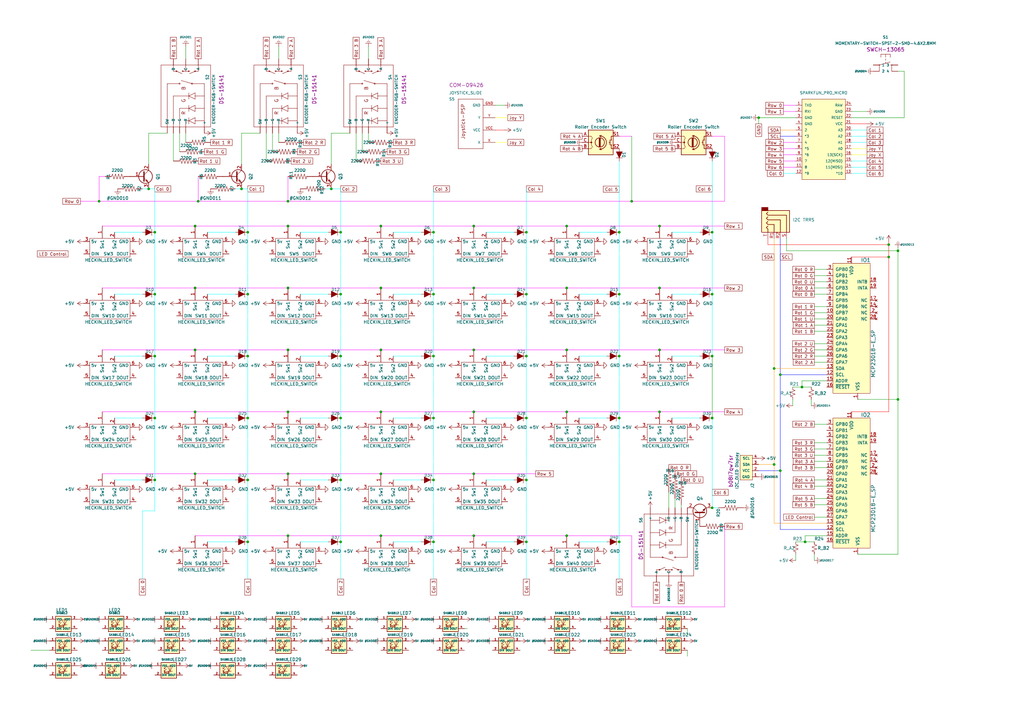
<source format=kicad_sch>
(kicad_sch (version 20211123) (generator eeschema)
  (paper "A3")
  (lib_symbols
    (symbol "Connector:AudioJack4"
      (property "Reference" "J" (at 0 8.89 0))
      (property "Value" "AudioJack4" (at 0 6.35 0))
      (symbol "AudioJack4_1_1"
        (pin passive line (at 5.08 -2.54 180) (length 2.54) (name "~") (number "R1"))
        (pin passive line (at 5.08 0 180) (length 2.54) (name "~") (number "R2"))
        (pin passive line (at 5.08 2.54 180) (length 2.54) (name "~") (number "S"))
        (pin passive line (at 5.08 -5.08 180) (length 2.54) (name "~") (number "T"))
      )
    )
    (symbol "DIODE-KIT_1" (pin_numbers hide) (pin_names (offset 1.016) hide)
      (property "Reference" "D" (at -1.27 1.27 0))
      (symbol "DIODE-KIT_1_1_1"
        (pin input line (at -2.54 0 0) (length 0) (name "1") (number "1"))
        (pin output line (at 2.54 0 180) (length 0) (name "2") (number "2"))
      )
    )
    (symbol "DIODE-KIT_10" (pin_numbers hide) (pin_names (offset 1.016) hide)
      (property "Reference" "D" (at -1.27 1.27 0))
      (symbol "DIODE-KIT_10_1_1"
        (pin input line (at -2.54 0 0) (length 0) (name "1") (number "1"))
        (pin output line (at 2.54 0 180) (length 0) (name "2") (number "2"))
      )
    )
    (symbol "DIODE-KIT_11" (pin_numbers hide) (pin_names (offset 1.016) hide)
      (property "Reference" "D" (at -1.27 1.27 0))
      (symbol "DIODE-KIT_11_1_1"
        (pin input line (at -2.54 0 0) (length 0) (name "1") (number "1"))
        (pin output line (at 2.54 0 180) (length 0) (name "2") (number "2"))
      )
    )
    (symbol "DIODE-KIT_12" (pin_numbers hide) (pin_names (offset 1.016) hide)
      (property "Reference" "D" (at -1.27 1.27 0))
      (symbol "DIODE-KIT_12_1_1"
        (pin input line (at -2.54 0 0) (length 0) (name "1") (number "1"))
        (pin output line (at 2.54 0 180) (length 0) (name "2") (number "2"))
      )
    )
    (symbol "DIODE-KIT_13" (pin_numbers hide) (pin_names (offset 1.016) hide)
      (property "Reference" "D" (at -1.27 1.27 0))
      (symbol "DIODE-KIT_13_1_1"
        (pin input line (at -2.54 0 0) (length 0) (name "1") (number "1"))
        (pin output line (at 2.54 0 180) (length 0) (name "2") (number "2"))
      )
    )
    (symbol "DIODE-KIT_14" (pin_numbers hide) (pin_names (offset 1.016) hide)
      (property "Reference" "D" (at -1.27 1.27 0))
      (symbol "DIODE-KIT_14_1_1"
        (pin input line (at -2.54 0 0) (length 0) (name "1") (number "1"))
        (pin output line (at 2.54 0 180) (length 0) (name "2") (number "2"))
      )
    )
    (symbol "DIODE-KIT_15" (pin_numbers hide) (pin_names (offset 1.016) hide)
      (property "Reference" "D" (at -1.27 1.27 0))
      (symbol "DIODE-KIT_15_1_1"
        (pin input line (at -2.54 0 0) (length 0) (name "1") (number "1"))
        (pin output line (at 2.54 0 180) (length 0) (name "2") (number "2"))
      )
    )
    (symbol "DIODE-KIT_16" (pin_numbers hide) (pin_names (offset 1.016) hide)
      (property "Reference" "D" (at -1.27 1.27 0))
      (symbol "DIODE-KIT_16_1_1"
        (pin input line (at -2.54 0 0) (length 0) (name "1") (number "1"))
        (pin output line (at 2.54 0 180) (length 0) (name "2") (number "2"))
      )
    )
    (symbol "DIODE-KIT_17" (pin_numbers hide) (pin_names (offset 1.016) hide)
      (property "Reference" "D" (at -1.27 1.27 0))
      (symbol "DIODE-KIT_17_1_1"
        (pin input line (at -2.54 0 0) (length 0) (name "1") (number "1"))
        (pin output line (at 2.54 0 180) (length 0) (name "2") (number "2"))
      )
    )
    (symbol "DIODE-KIT_18" (pin_numbers hide) (pin_names (offset 1.016) hide)
      (property "Reference" "D" (at -1.27 1.27 0))
      (symbol "DIODE-KIT_18_1_1"
        (pin input line (at -2.54 0 0) (length 0) (name "1") (number "1"))
        (pin output line (at 2.54 0 180) (length 0) (name "2") (number "2"))
      )
    )
    (symbol "DIODE-KIT_19" (pin_numbers hide) (pin_names (offset 1.016) hide)
      (property "Reference" "D" (at -1.27 1.27 0))
      (symbol "DIODE-KIT_19_1_1"
        (pin input line (at -2.54 0 0) (length 0) (name "1") (number "1"))
        (pin output line (at 2.54 0 180) (length 0) (name "2") (number "2"))
      )
    )
    (symbol "DIODE-KIT_2" (pin_numbers hide) (pin_names (offset 1.016) hide)
      (property "Reference" "D" (at -1.27 1.27 0))
      (symbol "DIODE-KIT_2_1_1"
        (pin input line (at -2.54 0 0) (length 0) (name "1") (number "1"))
        (pin output line (at 2.54 0 180) (length 0) (name "2") (number "2"))
      )
    )
    (symbol "DIODE-KIT_20" (pin_numbers hide) (pin_names (offset 1.016) hide)
      (property "Reference" "D" (at -1.27 1.27 0))
      (symbol "DIODE-KIT_20_1_1"
        (pin input line (at -2.54 0 0) (length 0) (name "1") (number "1"))
        (pin output line (at 2.54 0 180) (length 0) (name "2") (number "2"))
      )
    )
    (symbol "DIODE-KIT_21" (pin_numbers hide) (pin_names (offset 1.016) hide)
      (property "Reference" "D" (at -1.27 1.27 0))
      (symbol "DIODE-KIT_21_1_1"
        (pin input line (at -2.54 0 0) (length 0) (name "1") (number "1"))
        (pin output line (at 2.54 0 180) (length 0) (name "2") (number "2"))
      )
    )
    (symbol "DIODE-KIT_22" (pin_numbers hide) (pin_names (offset 1.016) hide)
      (property "Reference" "D" (at -1.27 1.27 0))
      (symbol "DIODE-KIT_22_1_1"
        (pin input line (at -2.54 0 0) (length 0) (name "1") (number "1"))
        (pin output line (at 2.54 0 180) (length 0) (name "2") (number "2"))
      )
    )
    (symbol "DIODE-KIT_23" (pin_numbers hide) (pin_names (offset 1.016) hide)
      (property "Reference" "D" (at -1.27 1.27 0))
      (symbol "DIODE-KIT_23_1_1"
        (pin input line (at -2.54 0 0) (length 0) (name "1") (number "1"))
        (pin output line (at 2.54 0 180) (length 0) (name "2") (number "2"))
      )
    )
    (symbol "DIODE-KIT_24" (pin_numbers hide) (pin_names (offset 1.016) hide)
      (property "Reference" "D" (at -1.27 1.27 0))
      (symbol "DIODE-KIT_24_1_1"
        (pin input line (at -2.54 0 0) (length 0) (name "1") (number "1"))
        (pin output line (at 2.54 0 180) (length 0) (name "2") (number "2"))
      )
    )
    (symbol "DIODE-KIT_25" (pin_numbers hide) (pin_names (offset 1.016) hide)
      (property "Reference" "D" (at -1.27 1.27 0))
      (symbol "DIODE-KIT_25_1_1"
        (pin input line (at -2.54 0 0) (length 0) (name "1") (number "1"))
        (pin output line (at 2.54 0 180) (length 0) (name "2") (number "2"))
      )
    )
    (symbol "DIODE-KIT_26" (pin_numbers hide) (pin_names (offset 1.016) hide)
      (property "Reference" "D" (at -1.27 1.27 0))
      (symbol "DIODE-KIT_26_1_1"
        (pin input line (at -2.54 0 0) (length 0) (name "1") (number "1"))
        (pin output line (at 2.54 0 180) (length 0) (name "2") (number "2"))
      )
    )
    (symbol "DIODE-KIT_27" (pin_numbers hide) (pin_names (offset 1.016) hide)
      (property "Reference" "D" (at -1.27 1.27 0))
      (symbol "DIODE-KIT_27_1_1"
        (pin input line (at -2.54 0 0) (length 0) (name "1") (number "1"))
        (pin output line (at 2.54 0 180) (length 0) (name "2") (number "2"))
      )
    )
    (symbol "DIODE-KIT_28" (pin_numbers hide) (pin_names (offset 1.016) hide)
      (property "Reference" "D" (at -1.27 1.27 0))
      (symbol "DIODE-KIT_28_1_1"
        (pin input line (at -2.54 0 0) (length 0) (name "1") (number "1"))
        (pin output line (at 2.54 0 180) (length 0) (name "2") (number "2"))
      )
    )
    (symbol "DIODE-KIT_29" (pin_numbers hide) (pin_names (offset 1.016) hide)
      (property "Reference" "D" (at -1.27 1.27 0))
      (symbol "DIODE-KIT_29_1_1"
        (pin input line (at -2.54 0 0) (length 0) (name "1") (number "1"))
        (pin output line (at 2.54 0 180) (length 0) (name "2") (number "2"))
      )
    )
    (symbol "DIODE-KIT_3" (pin_numbers hide) (pin_names (offset 1.016) hide)
      (property "Reference" "D" (at -1.27 1.27 0))
      (symbol "DIODE-KIT_3_1_1"
        (pin input line (at -2.54 0 0) (length 0) (name "1") (number "1"))
        (pin output line (at 2.54 0 180) (length 0) (name "2") (number "2"))
      )
    )
    (symbol "DIODE-KIT_30" (pin_numbers hide) (pin_names (offset 1.016) hide)
      (property "Reference" "D" (at -1.27 1.27 0))
      (symbol "DIODE-KIT_30_1_1"
        (pin input line (at -2.54 0 0) (length 0) (name "1") (number "1"))
        (pin output line (at 2.54 0 180) (length 0) (name "2") (number "2"))
      )
    )
    (symbol "DIODE-KIT_31" (pin_numbers hide) (pin_names (offset 1.016) hide)
      (property "Reference" "D" (at -1.27 1.27 0))
      (symbol "DIODE-KIT_31_1_1"
        (pin input line (at -2.54 0 0) (length 0) (name "1") (number "1"))
        (pin output line (at 2.54 0 180) (length 0) (name "2") (number "2"))
      )
    )
    (symbol "DIODE-KIT_32" (pin_numbers hide) (pin_names (offset 1.016) hide)
      (property "Reference" "D" (at -1.27 1.27 0))
      (symbol "DIODE-KIT_32_1_1"
        (pin input line (at -2.54 0 0) (length 0) (name "1") (number "1"))
        (pin output line (at 2.54 0 180) (length 0) (name "2") (number "2"))
      )
    )
    (symbol "DIODE-KIT_33" (pin_numbers hide) (pin_names (offset 1.016) hide)
      (property "Reference" "D" (at -1.27 1.27 0))
      (symbol "DIODE-KIT_33_1_1"
        (pin input line (at -2.54 0 0) (length 0) (name "1") (number "1"))
        (pin output line (at 2.54 0 180) (length 0) (name "2") (number "2"))
      )
    )
    (symbol "DIODE-KIT_34" (pin_numbers hide) (pin_names (offset 1.016) hide)
      (property "Reference" "D" (at -1.27 1.27 0))
      (symbol "DIODE-KIT_34_1_1"
        (pin input line (at -2.54 0 0) (length 0) (name "1") (number "1"))
        (pin output line (at 2.54 0 180) (length 0) (name "2") (number "2"))
      )
    )
    (symbol "DIODE-KIT_35" (pin_numbers hide) (pin_names (offset 1.016) hide)
      (property "Reference" "D" (at -1.27 1.27 0))
      (symbol "DIODE-KIT_35_1_1"
        (pin input line (at -2.54 0 0) (length 0) (name "1") (number "1"))
        (pin output line (at 2.54 0 180) (length 0) (name "2") (number "2"))
      )
    )
    (symbol "DIODE-KIT_36" (pin_numbers hide) (pin_names (offset 1.016) hide)
      (property "Reference" "D" (at -1.27 1.27 0))
      (symbol "DIODE-KIT_36_1_1"
        (pin input line (at -2.54 0 0) (length 0) (name "1") (number "1"))
        (pin output line (at 2.54 0 180) (length 0) (name "2") (number "2"))
      )
    )
    (symbol "DIODE-KIT_37" (pin_numbers hide) (pin_names (offset 1.016) hide)
      (property "Reference" "D" (at -1.27 1.27 0))
      (symbol "DIODE-KIT_37_1_1"
        (pin input line (at -2.54 0 0) (length 0) (name "1") (number "1"))
        (pin output line (at 2.54 0 180) (length 0) (name "2") (number "2"))
      )
    )
    (symbol "DIODE-KIT_38" (pin_numbers hide) (pin_names (offset 1.016) hide)
      (property "Reference" "D" (at -1.27 1.27 0))
      (symbol "DIODE-KIT_38_1_1"
        (pin input line (at -2.54 0 0) (length 0) (name "1") (number "1"))
        (pin output line (at 2.54 0 180) (length 0) (name "2") (number "2"))
      )
    )
    (symbol "DIODE-KIT_39" (pin_numbers hide) (pin_names (offset 1.016) hide)
      (property "Reference" "D" (at -1.27 1.27 0))
      (symbol "DIODE-KIT_39_1_1"
        (pin input line (at -2.54 0 0) (length 0) (name "1") (number "1"))
        (pin output line (at 2.54 0 180) (length 0) (name "2") (number "2"))
      )
    )
    (symbol "DIODE-KIT_4" (pin_numbers hide) (pin_names (offset 1.016) hide)
      (property "Reference" "D" (at -1.27 1.27 0))
      (symbol "DIODE-KIT_4_1_1"
        (pin input line (at -2.54 0 0) (length 0) (name "1") (number "1"))
        (pin output line (at 2.54 0 180) (length 0) (name "2") (number "2"))
      )
    )
    (symbol "DIODE-KIT_5" (pin_numbers hide) (pin_names (offset 1.016) hide)
      (property "Reference" "D" (at -1.27 1.27 0))
      (symbol "DIODE-KIT_5_1_1"
        (pin input line (at -2.54 0 0) (length 0) (name "1") (number "1"))
        (pin output line (at 2.54 0 180) (length 0) (name "2") (number "2"))
      )
    )
    (symbol "DIODE-KIT_6" (pin_numbers hide) (pin_names (offset 1.016) hide)
      (property "Reference" "D" (at -1.27 1.27 0))
      (symbol "DIODE-KIT_6_1_1"
        (pin input line (at -2.54 0 0) (length 0) (name "1") (number "1"))
        (pin output line (at 2.54 0 180) (length 0) (name "2") (number "2"))
      )
    )
    (symbol "DIODE-KIT_7" (pin_numbers hide) (pin_names (offset 1.016) hide)
      (property "Reference" "D" (at -1.27 1.27 0))
      (symbol "DIODE-KIT_7_1_1"
        (pin input line (at -2.54 0 0) (length 0) (name "1") (number "1"))
        (pin output line (at 2.54 0 180) (length 0) (name "2") (number "2"))
      )
    )
    (symbol "DIODE-KIT_8" (pin_numbers hide) (pin_names (offset 1.016) hide)
      (property "Reference" "D" (at -1.27 1.27 0))
      (symbol "DIODE-KIT_8_1_1"
        (pin input line (at -2.54 0 0) (length 0) (name "1") (number "1"))
        (pin output line (at 2.54 0 180) (length 0) (name "2") (number "2"))
      )
    )
    (symbol "DIODE-KIT_9" (pin_numbers hide) (pin_names (offset 1.016) hide)
      (property "Reference" "D" (at -1.27 1.27 0))
      (symbol "DIODE-KIT_9_1_1"
        (pin input line (at -2.54 0 0) (length 0) (name "1") (number "1"))
        (pin output line (at 2.54 0 180) (length 0) (name "2") (number "2"))
      )
    )
    (symbol "Device:Q_NPN_BCE" (pin_names (offset 0) hide)
      (property "Reference" "Q" (at 5.08 1.27 0))
      (property "Value" "Q_NPN_BCE" (at 5.08 -1.27 0))
      (symbol "Q_NPN_BCE_1_1"
        (pin input line (at -5.08 0 0) (length 5.715) (name "B") (number "1"))
        (pin passive line (at 2.54 5.08 270) (length 2.54) (name "C") (number "2"))
        (pin passive line (at 2.54 -5.08 90) (length 2.54) (name "E") (number "3"))
      )
    )
    (symbol "Device:R_Small_US" (pin_numbers hide) (pin_names (offset 0.254) hide)
      (property "Reference" "R" (at 0.762 0.508 0))
      (property "Value" "R_Small_US" (at 0.762 -1.016 0))
      (symbol "R_Small_US_1_1"
        (pin passive line (at 0 2.54 270) (length 1.016) (name "~") (number "1"))
        (pin passive line (at 0 -2.54 90) (length 1.016) (name "~") (number "2"))
      )
    )
    (symbol "Device:RotaryEncoder_Switch" (pin_names (offset 0.254) hide)
      (property "Reference" "SW" (at 0 6.604 0))
      (property "Value" "RotaryEncoder_Switch" (at 0 -6.604 0))
      (symbol "RotaryEncoder_Switch_1_1"
        (pin passive line (at -7.62 2.54 0) (length 2.54) (name "A") (number "A"))
        (pin passive line (at -7.62 -2.54 0) (length 2.54) (name "B") (number "B"))
        (pin passive line (at -7.62 0 0) (length 2.54) (name "C") (number "C"))
        (pin passive line (at 7.62 2.54 180) (length 2.54) (name "S1") (number "S1"))
        (pin passive line (at 7.62 -2.54 180) (length 2.54) (name "S2") (number "S2"))
      )
    )
    (symbol "HECKIN_LED_SWITCH_1"
      (property "Reference" "SW" (at 7.62 -6.35 0))
      (property "Value" "HECKIN_LED_SWITCH_1" (at 7.62 -8.89 0))
      (symbol "HECKIN_LED_SWITCH_1_1_1"
        (pin bidirectional line (at 5.08 5.08 270) (length 5) (name "Sw1") (number "1"))
        (pin bidirectional line (at 10.16 2.54 270) (length 2.54) (name "Sw2") (number "2"))
        (pin bidirectional line (at -2.54 -1.27 0) (length 2.54) (name "5v") (number "3"))
        (pin bidirectional line (at 19.05 -6.35 180) (length 2.54) (name "DOUT") (number "4"))
        (pin bidirectional line (at -2.54 -6.35 0) (length 2.54) (name "DIN") (number "5"))
        (pin bidirectional line (at 19.05 -1.27 180) (length 2.54) (name "GND") (number "6"))
      )
    )
    (symbol "HECKIN_LED_SWITCH_10"
      (property "Reference" "SW" (at 7.62 -6.35 0))
      (property "Value" "HECKIN_LED_SWITCH_10" (at 7.62 -8.89 0))
      (symbol "HECKIN_LED_SWITCH_10_1_1"
        (pin bidirectional line (at 5.08 5.08 270) (length 5) (name "Sw1") (number "1"))
        (pin bidirectional line (at 10.16 2.54 270) (length 2.54) (name "Sw2") (number "2"))
        (pin bidirectional line (at -2.54 -1.27 0) (length 2.54) (name "5v") (number "3"))
        (pin bidirectional line (at 19.05 -6.35 180) (length 2.54) (name "DOUT") (number "4"))
        (pin bidirectional line (at -2.54 -6.35 0) (length 2.54) (name "DIN") (number "5"))
        (pin bidirectional line (at 19.05 -1.27 180) (length 2.54) (name "GND") (number "6"))
      )
    )
    (symbol "HECKIN_LED_SWITCH_11"
      (property "Reference" "SW" (at 7.62 -6.35 0))
      (property "Value" "HECKIN_LED_SWITCH_11" (at 7.62 -8.89 0))
      (symbol "HECKIN_LED_SWITCH_11_1_1"
        (pin bidirectional line (at 5.08 5.08 270) (length 5) (name "Sw1") (number "1"))
        (pin bidirectional line (at 10.16 2.54 270) (length 2.54) (name "Sw2") (number "2"))
        (pin bidirectional line (at -2.54 -1.27 0) (length 2.54) (name "5v") (number "3"))
        (pin bidirectional line (at 19.05 -6.35 180) (length 2.54) (name "DOUT") (number "4"))
        (pin bidirectional line (at -2.54 -6.35 0) (length 2.54) (name "DIN") (number "5"))
        (pin bidirectional line (at 19.05 -1.27 180) (length 2.54) (name "GND") (number "6"))
      )
    )
    (symbol "HECKIN_LED_SWITCH_12"
      (property "Reference" "SW" (at 7.62 -6.35 0))
      (property "Value" "HECKIN_LED_SWITCH_12" (at 7.62 -8.89 0))
      (symbol "HECKIN_LED_SWITCH_12_1_1"
        (pin bidirectional line (at 5.08 5.08 270) (length 5) (name "Sw1") (number "1"))
        (pin bidirectional line (at 10.16 2.54 270) (length 2.54) (name "Sw2") (number "2"))
        (pin bidirectional line (at -2.54 -1.27 0) (length 2.54) (name "5v") (number "3"))
        (pin bidirectional line (at 19.05 -6.35 180) (length 2.54) (name "DOUT") (number "4"))
        (pin bidirectional line (at -2.54 -6.35 0) (length 2.54) (name "DIN") (number "5"))
        (pin bidirectional line (at 19.05 -1.27 180) (length 2.54) (name "GND") (number "6"))
      )
    )
    (symbol "HECKIN_LED_SWITCH_13"
      (property "Reference" "SW" (at 7.62 -6.35 0))
      (property "Value" "HECKIN_LED_SWITCH_13" (at 7.62 -8.89 0))
      (symbol "HECKIN_LED_SWITCH_13_1_1"
        (pin bidirectional line (at 5.08 5.08 270) (length 5) (name "Sw1") (number "1"))
        (pin bidirectional line (at 10.16 2.54 270) (length 2.54) (name "Sw2") (number "2"))
        (pin bidirectional line (at -2.54 -1.27 0) (length 2.54) (name "5v") (number "3"))
        (pin bidirectional line (at 19.05 -6.35 180) (length 2.54) (name "DOUT") (number "4"))
        (pin bidirectional line (at -2.54 -6.35 0) (length 2.54) (name "DIN") (number "5"))
        (pin bidirectional line (at 19.05 -1.27 180) (length 2.54) (name "GND") (number "6"))
      )
    )
    (symbol "HECKIN_LED_SWITCH_14"
      (property "Reference" "SW" (at 7.62 -6.35 0))
      (property "Value" "HECKIN_LED_SWITCH_14" (at 7.62 -8.89 0))
      (symbol "HECKIN_LED_SWITCH_14_1_1"
        (pin bidirectional line (at 5.08 5.08 270) (length 5) (name "Sw1") (number "1"))
        (pin bidirectional line (at 10.16 2.54 270) (length 2.54) (name "Sw2") (number "2"))
        (pin bidirectional line (at -2.54 -1.27 0) (length 2.54) (name "5v") (number "3"))
        (pin bidirectional line (at 19.05 -6.35 180) (length 2.54) (name "DOUT") (number "4"))
        (pin bidirectional line (at -2.54 -6.35 0) (length 2.54) (name "DIN") (number "5"))
        (pin bidirectional line (at 19.05 -1.27 180) (length 2.54) (name "GND") (number "6"))
      )
    )
    (symbol "HECKIN_LED_SWITCH_15"
      (property "Reference" "SW" (at 7.62 -6.35 0))
      (property "Value" "HECKIN_LED_SWITCH_15" (at 7.62 -8.89 0))
      (symbol "HECKIN_LED_SWITCH_15_1_1"
        (pin bidirectional line (at 5.08 5.08 270) (length 5) (name "Sw1") (number "1"))
        (pin bidirectional line (at 10.16 2.54 270) (length 2.54) (name "Sw2") (number "2"))
        (pin bidirectional line (at -2.54 -1.27 0) (length 2.54) (name "5v") (number "3"))
        (pin bidirectional line (at 19.05 -6.35 180) (length 2.54) (name "DOUT") (number "4"))
        (pin bidirectional line (at -2.54 -6.35 0) (length 2.54) (name "DIN") (number "5"))
        (pin bidirectional line (at 19.05 -1.27 180) (length 2.54) (name "GND") (number "6"))
      )
    )
    (symbol "HECKIN_LED_SWITCH_16"
      (property "Reference" "SW" (at 7.62 -6.35 0))
      (property "Value" "HECKIN_LED_SWITCH_16" (at 7.62 -8.89 0))
      (symbol "HECKIN_LED_SWITCH_16_1_1"
        (pin bidirectional line (at 5.08 5.08 270) (length 5) (name "Sw1") (number "1"))
        (pin bidirectional line (at 10.16 2.54 270) (length 2.54) (name "Sw2") (number "2"))
        (pin bidirectional line (at -2.54 -1.27 0) (length 2.54) (name "5v") (number "3"))
        (pin bidirectional line (at 19.05 -6.35 180) (length 2.54) (name "DOUT") (number "4"))
        (pin bidirectional line (at -2.54 -6.35 0) (length 2.54) (name "DIN") (number "5"))
        (pin bidirectional line (at 19.05 -1.27 180) (length 2.54) (name "GND") (number "6"))
      )
    )
    (symbol "HECKIN_LED_SWITCH_17"
      (property "Reference" "SW" (at 7.62 -6.35 0))
      (property "Value" "HECKIN_LED_SWITCH_17" (at 7.62 -8.89 0))
      (symbol "HECKIN_LED_SWITCH_17_1_1"
        (pin bidirectional line (at 5.08 5.08 270) (length 5) (name "Sw1") (number "1"))
        (pin bidirectional line (at 10.16 2.54 270) (length 2.54) (name "Sw2") (number "2"))
        (pin bidirectional line (at -2.54 -1.27 0) (length 2.54) (name "5v") (number "3"))
        (pin bidirectional line (at 19.05 -6.35 180) (length 2.54) (name "DOUT") (number "4"))
        (pin bidirectional line (at -2.54 -6.35 0) (length 2.54) (name "DIN") (number "5"))
        (pin bidirectional line (at 19.05 -1.27 180) (length 2.54) (name "GND") (number "6"))
      )
    )
    (symbol "HECKIN_LED_SWITCH_18"
      (property "Reference" "SW" (at 7.62 -6.35 0))
      (property "Value" "HECKIN_LED_SWITCH_18" (at 7.62 -8.89 0))
      (symbol "HECKIN_LED_SWITCH_18_1_1"
        (pin bidirectional line (at 5.08 5.08 270) (length 5) (name "Sw1") (number "1"))
        (pin bidirectional line (at 10.16 2.54 270) (length 2.54) (name "Sw2") (number "2"))
        (pin bidirectional line (at -2.54 -1.27 0) (length 2.54) (name "5v") (number "3"))
        (pin bidirectional line (at 19.05 -6.35 180) (length 2.54) (name "DOUT") (number "4"))
        (pin bidirectional line (at -2.54 -6.35 0) (length 2.54) (name "DIN") (number "5"))
        (pin bidirectional line (at 19.05 -1.27 180) (length 2.54) (name "GND") (number "6"))
      )
    )
    (symbol "HECKIN_LED_SWITCH_19"
      (property "Reference" "SW" (at 7.62 -6.35 0))
      (property "Value" "HECKIN_LED_SWITCH_19" (at 7.62 -8.89 0))
      (symbol "HECKIN_LED_SWITCH_19_1_1"
        (pin bidirectional line (at 5.08 5.08 270) (length 5) (name "Sw1") (number "1"))
        (pin bidirectional line (at 10.16 2.54 270) (length 2.54) (name "Sw2") (number "2"))
        (pin bidirectional line (at -2.54 -1.27 0) (length 2.54) (name "5v") (number "3"))
        (pin bidirectional line (at 19.05 -6.35 180) (length 2.54) (name "DOUT") (number "4"))
        (pin bidirectional line (at -2.54 -6.35 0) (length 2.54) (name "DIN") (number "5"))
        (pin bidirectional line (at 19.05 -1.27 180) (length 2.54) (name "GND") (number "6"))
      )
    )
    (symbol "HECKIN_LED_SWITCH_2"
      (property "Reference" "SW" (at 7.62 -6.35 0))
      (property "Value" "HECKIN_LED_SWITCH_2" (at 7.62 -8.89 0))
      (symbol "HECKIN_LED_SWITCH_2_1_1"
        (pin bidirectional line (at 5.08 5.08 270) (length 5) (name "Sw1") (number "1"))
        (pin bidirectional line (at 10.16 2.54 270) (length 2.54) (name "Sw2") (number "2"))
        (pin bidirectional line (at -2.54 -1.27 0) (length 2.54) (name "5v") (number "3"))
        (pin bidirectional line (at 19.05 -6.35 180) (length 2.54) (name "DOUT") (number "4"))
        (pin bidirectional line (at -2.54 -6.35 0) (length 2.54) (name "DIN") (number "5"))
        (pin bidirectional line (at 19.05 -1.27 180) (length 2.54) (name "GND") (number "6"))
      )
    )
    (symbol "HECKIN_LED_SWITCH_20"
      (property "Reference" "SW" (at 7.62 -6.35 0))
      (property "Value" "HECKIN_LED_SWITCH_20" (at 7.62 -8.89 0))
      (symbol "HECKIN_LED_SWITCH_20_1_1"
        (pin bidirectional line (at 5.08 5.08 270) (length 5) (name "Sw1") (number "1"))
        (pin bidirectional line (at 10.16 2.54 270) (length 2.54) (name "Sw2") (number "2"))
        (pin bidirectional line (at -2.54 -1.27 0) (length 2.54) (name "5v") (number "3"))
        (pin bidirectional line (at 19.05 -6.35 180) (length 2.54) (name "DOUT") (number "4"))
        (pin bidirectional line (at -2.54 -6.35 0) (length 2.54) (name "DIN") (number "5"))
        (pin bidirectional line (at 19.05 -1.27 180) (length 2.54) (name "GND") (number "6"))
      )
    )
    (symbol "HECKIN_LED_SWITCH_21"
      (property "Reference" "SW" (at 7.62 -6.35 0))
      (property "Value" "HECKIN_LED_SWITCH_21" (at 7.62 -8.89 0))
      (symbol "HECKIN_LED_SWITCH_21_1_1"
        (pin bidirectional line (at 5.08 5.08 270) (length 5) (name "Sw1") (number "1"))
        (pin bidirectional line (at 10.16 2.54 270) (length 2.54) (name "Sw2") (number "2"))
        (pin bidirectional line (at -2.54 -1.27 0) (length 2.54) (name "5v") (number "3"))
        (pin bidirectional line (at 19.05 -6.35 180) (length 2.54) (name "DOUT") (number "4"))
        (pin bidirectional line (at -2.54 -6.35 0) (length 2.54) (name "DIN") (number "5"))
        (pin bidirectional line (at 19.05 -1.27 180) (length 2.54) (name "GND") (number "6"))
      )
    )
    (symbol "HECKIN_LED_SWITCH_22"
      (property "Reference" "SW" (at 7.62 -6.35 0))
      (property "Value" "HECKIN_LED_SWITCH_22" (at 7.62 -8.89 0))
      (symbol "HECKIN_LED_SWITCH_22_1_1"
        (pin bidirectional line (at 5.08 5.08 270) (length 5) (name "Sw1") (number "1"))
        (pin bidirectional line (at 10.16 2.54 270) (length 2.54) (name "Sw2") (number "2"))
        (pin bidirectional line (at -2.54 -1.27 0) (length 2.54) (name "5v") (number "3"))
        (pin bidirectional line (at 19.05 -6.35 180) (length 2.54) (name "DOUT") (number "4"))
        (pin bidirectional line (at -2.54 -6.35 0) (length 2.54) (name "DIN") (number "5"))
        (pin bidirectional line (at 19.05 -1.27 180) (length 2.54) (name "GND") (number "6"))
      )
    )
    (symbol "HECKIN_LED_SWITCH_23"
      (property "Reference" "SW" (at 7.62 -6.35 0))
      (property "Value" "HECKIN_LED_SWITCH_23" (at 7.62 -8.89 0))
      (symbol "HECKIN_LED_SWITCH_23_1_1"
        (pin bidirectional line (at 5.08 5.08 270) (length 5) (name "Sw1") (number "1"))
        (pin bidirectional line (at 10.16 2.54 270) (length 2.54) (name "Sw2") (number "2"))
        (pin bidirectional line (at -2.54 -1.27 0) (length 2.54) (name "5v") (number "3"))
        (pin bidirectional line (at 19.05 -6.35 180) (length 2.54) (name "DOUT") (number "4"))
        (pin bidirectional line (at -2.54 -6.35 0) (length 2.54) (name "DIN") (number "5"))
        (pin bidirectional line (at 19.05 -1.27 180) (length 2.54) (name "GND") (number "6"))
      )
    )
    (symbol "HECKIN_LED_SWITCH_24"
      (property "Reference" "SW" (at 7.62 -6.35 0))
      (property "Value" "HECKIN_LED_SWITCH_24" (at 7.62 -8.89 0))
      (symbol "HECKIN_LED_SWITCH_24_1_1"
        (pin bidirectional line (at 5.08 5.08 270) (length 5) (name "Sw1") (number "1"))
        (pin bidirectional line (at 10.16 2.54 270) (length 2.54) (name "Sw2") (number "2"))
        (pin bidirectional line (at -2.54 -1.27 0) (length 2.54) (name "5v") (number "3"))
        (pin bidirectional line (at 19.05 -6.35 180) (length 2.54) (name "DOUT") (number "4"))
        (pin bidirectional line (at -2.54 -6.35 0) (length 2.54) (name "DIN") (number "5"))
        (pin bidirectional line (at 19.05 -1.27 180) (length 2.54) (name "GND") (number "6"))
      )
    )
    (symbol "HECKIN_LED_SWITCH_25"
      (property "Reference" "SW" (at 7.62 -6.35 0))
      (property "Value" "HECKIN_LED_SWITCH_25" (at 7.62 -8.89 0))
      (symbol "HECKIN_LED_SWITCH_25_1_1"
        (pin bidirectional line (at 5.08 5.08 270) (length 5) (name "Sw1") (number "1"))
        (pin bidirectional line (at 10.16 2.54 270) (length 2.54) (name "Sw2") (number "2"))
        (pin bidirectional line (at -2.54 -1.27 0) (length 2.54) (name "5v") (number "3"))
        (pin bidirectional line (at 19.05 -6.35 180) (length 2.54) (name "DOUT") (number "4"))
        (pin bidirectional line (at -2.54 -6.35 0) (length 2.54) (name "DIN") (number "5"))
        (pin bidirectional line (at 19.05 -1.27 180) (length 2.54) (name "GND") (number "6"))
      )
    )
    (symbol "HECKIN_LED_SWITCH_26"
      (property "Reference" "SW" (at 7.62 -6.35 0))
      (property "Value" "HECKIN_LED_SWITCH_26" (at 7.62 -8.89 0))
      (symbol "HECKIN_LED_SWITCH_26_1_1"
        (pin bidirectional line (at 5.08 5.08 270) (length 5) (name "Sw1") (number "1"))
        (pin bidirectional line (at 10.16 2.54 270) (length 2.54) (name "Sw2") (number "2"))
        (pin bidirectional line (at -2.54 -1.27 0) (length 2.54) (name "5v") (number "3"))
        (pin bidirectional line (at 19.05 -6.35 180) (length 2.54) (name "DOUT") (number "4"))
        (pin bidirectional line (at -2.54 -6.35 0) (length 2.54) (name "DIN") (number "5"))
        (pin bidirectional line (at 19.05 -1.27 180) (length 2.54) (name "GND") (number "6"))
      )
    )
    (symbol "HECKIN_LED_SWITCH_27"
      (property "Reference" "SW" (at 7.62 -6.35 0))
      (property "Value" "HECKIN_LED_SWITCH_27" (at 7.62 -8.89 0))
      (symbol "HECKIN_LED_SWITCH_27_1_1"
        (pin bidirectional line (at 5.08 5.08 270) (length 5) (name "Sw1") (number "1"))
        (pin bidirectional line (at 10.16 2.54 270) (length 2.54) (name "Sw2") (number "2"))
        (pin bidirectional line (at -2.54 -1.27 0) (length 2.54) (name "5v") (number "3"))
        (pin bidirectional line (at 19.05 -6.35 180) (length 2.54) (name "DOUT") (number "4"))
        (pin bidirectional line (at -2.54 -6.35 0) (length 2.54) (name "DIN") (number "5"))
        (pin bidirectional line (at 19.05 -1.27 180) (length 2.54) (name "GND") (number "6"))
      )
    )
    (symbol "HECKIN_LED_SWITCH_28"
      (property "Reference" "SW" (at 7.62 -6.35 0))
      (property "Value" "HECKIN_LED_SWITCH_28" (at 7.62 -8.89 0))
      (symbol "HECKIN_LED_SWITCH_28_1_1"
        (pin bidirectional line (at 5.08 5.08 270) (length 5) (name "Sw1") (number "1"))
        (pin bidirectional line (at 10.16 2.54 270) (length 2.54) (name "Sw2") (number "2"))
        (pin bidirectional line (at -2.54 -1.27 0) (length 2.54) (name "5v") (number "3"))
        (pin bidirectional line (at 19.05 -6.35 180) (length 2.54) (name "DOUT") (number "4"))
        (pin bidirectional line (at -2.54 -6.35 0) (length 2.54) (name "DIN") (number "5"))
        (pin bidirectional line (at 19.05 -1.27 180) (length 2.54) (name "GND") (number "6"))
      )
    )
    (symbol "HECKIN_LED_SWITCH_29"
      (property "Reference" "SW" (at 7.62 -6.35 0))
      (property "Value" "HECKIN_LED_SWITCH_29" (at 7.62 -8.89 0))
      (symbol "HECKIN_LED_SWITCH_29_1_1"
        (pin bidirectional line (at 5.08 5.08 270) (length 5) (name "Sw1") (number "1"))
        (pin bidirectional line (at 10.16 2.54 270) (length 2.54) (name "Sw2") (number "2"))
        (pin bidirectional line (at -2.54 -1.27 0) (length 2.54) (name "5v") (number "3"))
        (pin bidirectional line (at 19.05 -6.35 180) (length 2.54) (name "DOUT") (number "4"))
        (pin bidirectional line (at -2.54 -6.35 0) (length 2.54) (name "DIN") (number "5"))
        (pin bidirectional line (at 19.05 -1.27 180) (length 2.54) (name "GND") (number "6"))
      )
    )
    (symbol "HECKIN_LED_SWITCH_3"
      (property "Reference" "SW" (at 7.62 -6.35 0))
      (property "Value" "HECKIN_LED_SWITCH_3" (at 7.62 -8.89 0))
      (symbol "HECKIN_LED_SWITCH_3_1_1"
        (pin bidirectional line (at 5.08 5.08 270) (length 5) (name "Sw1") (number "1"))
        (pin bidirectional line (at 10.16 2.54 270) (length 2.54) (name "Sw2") (number "2"))
        (pin bidirectional line (at -2.54 -1.27 0) (length 2.54) (name "5v") (number "3"))
        (pin bidirectional line (at 19.05 -6.35 180) (length 2.54) (name "DOUT") (number "4"))
        (pin bidirectional line (at -2.54 -6.35 0) (length 2.54) (name "DIN") (number "5"))
        (pin bidirectional line (at 19.05 -1.27 180) (length 2.54) (name "GND") (number "6"))
      )
    )
    (symbol "HECKIN_LED_SWITCH_30"
      (property "Reference" "SW" (at 7.62 -6.35 0))
      (property "Value" "HECKIN_LED_SWITCH_30" (at 7.62 -8.89 0))
      (symbol "HECKIN_LED_SWITCH_30_1_1"
        (pin bidirectional line (at 5.08 5.08 270) (length 5) (name "Sw1") (number "1"))
        (pin bidirectional line (at 10.16 2.54 270) (length 2.54) (name "Sw2") (number "2"))
        (pin bidirectional line (at -2.54 -1.27 0) (length 2.54) (name "5v") (number "3"))
        (pin bidirectional line (at 19.05 -6.35 180) (length 2.54) (name "DOUT") (number "4"))
        (pin bidirectional line (at -2.54 -6.35 0) (length 2.54) (name "DIN") (number "5"))
        (pin bidirectional line (at 19.05 -1.27 180) (length 2.54) (name "GND") (number "6"))
      )
    )
    (symbol "HECKIN_LED_SWITCH_31"
      (property "Reference" "SW" (at 7.62 -6.35 0))
      (property "Value" "HECKIN_LED_SWITCH_31" (at 7.62 -8.89 0))
      (symbol "HECKIN_LED_SWITCH_31_1_1"
        (pin bidirectional line (at 5.08 5.08 270) (length 5) (name "Sw1") (number "1"))
        (pin bidirectional line (at 10.16 2.54 270) (length 2.54) (name "Sw2") (number "2"))
        (pin bidirectional line (at -2.54 -1.27 0) (length 2.54) (name "5v") (number "3"))
        (pin bidirectional line (at 19.05 -6.35 180) (length 2.54) (name "DOUT") (number "4"))
        (pin bidirectional line (at -2.54 -6.35 0) (length 2.54) (name "DIN") (number "5"))
        (pin bidirectional line (at 19.05 -1.27 180) (length 2.54) (name "GND") (number "6"))
      )
    )
    (symbol "HECKIN_LED_SWITCH_32"
      (property "Reference" "SW" (at 7.62 -6.35 0))
      (property "Value" "HECKIN_LED_SWITCH_32" (at 7.62 -8.89 0))
      (symbol "HECKIN_LED_SWITCH_32_1_1"
        (pin bidirectional line (at 5.08 5.08 270) (length 5) (name "Sw1") (number "1"))
        (pin bidirectional line (at 10.16 2.54 270) (length 2.54) (name "Sw2") (number "2"))
        (pin bidirectional line (at -2.54 -1.27 0) (length 2.54) (name "5v") (number "3"))
        (pin bidirectional line (at 19.05 -6.35 180) (length 2.54) (name "DOUT") (number "4"))
        (pin bidirectional line (at -2.54 -6.35 0) (length 2.54) (name "DIN") (number "5"))
        (pin bidirectional line (at 19.05 -1.27 180) (length 2.54) (name "GND") (number "6"))
      )
    )
    (symbol "HECKIN_LED_SWITCH_33"
      (property "Reference" "SW" (at 7.62 -6.35 0))
      (property "Value" "HECKIN_LED_SWITCH_33" (at 7.62 -8.89 0))
      (symbol "HECKIN_LED_SWITCH_33_1_1"
        (pin bidirectional line (at 5.08 5.08 270) (length 5) (name "Sw1") (number "1"))
        (pin bidirectional line (at 10.16 2.54 270) (length 2.54) (name "Sw2") (number "2"))
        (pin bidirectional line (at -2.54 -1.27 0) (length 2.54) (name "5v") (number "3"))
        (pin bidirectional line (at 19.05 -6.35 180) (length 2.54) (name "DOUT") (number "4"))
        (pin bidirectional line (at -2.54 -6.35 0) (length 2.54) (name "DIN") (number "5"))
        (pin bidirectional line (at 19.05 -1.27 180) (length 2.54) (name "GND") (number "6"))
      )
    )
    (symbol "HECKIN_LED_SWITCH_34"
      (property "Reference" "SW" (at 7.62 -6.35 0))
      (property "Value" "HECKIN_LED_SWITCH_34" (at 7.62 -8.89 0))
      (symbol "HECKIN_LED_SWITCH_34_1_1"
        (pin bidirectional line (at 5.08 5.08 270) (length 5) (name "Sw1") (number "1"))
        (pin bidirectional line (at 10.16 2.54 270) (length 2.54) (name "Sw2") (number "2"))
        (pin bidirectional line (at -2.54 -1.27 0) (length 2.54) (name "5v") (number "3"))
        (pin bidirectional line (at 19.05 -6.35 180) (length 2.54) (name "DOUT") (number "4"))
        (pin bidirectional line (at -2.54 -6.35 0) (length 2.54) (name "DIN") (number "5"))
        (pin bidirectional line (at 19.05 -1.27 180) (length 2.54) (name "GND") (number "6"))
      )
    )
    (symbol "HECKIN_LED_SWITCH_35"
      (property "Reference" "SW" (at 7.62 -6.35 0))
      (property "Value" "HECKIN_LED_SWITCH_35" (at 7.62 -8.89 0))
      (symbol "HECKIN_LED_SWITCH_35_1_1"
        (pin bidirectional line (at 5.08 5.08 270) (length 5) (name "Sw1") (number "1"))
        (pin bidirectional line (at 10.16 2.54 270) (length 2.54) (name "Sw2") (number "2"))
        (pin bidirectional line (at -2.54 -1.27 0) (length 2.54) (name "5v") (number "3"))
        (pin bidirectional line (at 19.05 -6.35 180) (length 2.54) (name "DOUT") (number "4"))
        (pin bidirectional line (at -2.54 -6.35 0) (length 2.54) (name "DIN") (number "5"))
        (pin bidirectional line (at 19.05 -1.27 180) (length 2.54) (name "GND") (number "6"))
      )
    )
    (symbol "HECKIN_LED_SWITCH_36"
      (property "Reference" "SW" (at 7.62 -6.35 0))
      (property "Value" "HECKIN_LED_SWITCH_36" (at 7.62 -8.89 0))
      (symbol "HECKIN_LED_SWITCH_36_1_1"
        (pin bidirectional line (at 5.08 5.08 270) (length 5) (name "Sw1") (number "1"))
        (pin bidirectional line (at 10.16 2.54 270) (length 2.54) (name "Sw2") (number "2"))
        (pin bidirectional line (at -2.54 -1.27 0) (length 2.54) (name "5v") (number "3"))
        (pin bidirectional line (at 19.05 -6.35 180) (length 2.54) (name "DOUT") (number "4"))
        (pin bidirectional line (at -2.54 -6.35 0) (length 2.54) (name "DIN") (number "5"))
        (pin bidirectional line (at 19.05 -1.27 180) (length 2.54) (name "GND") (number "6"))
      )
    )
    (symbol "HECKIN_LED_SWITCH_37"
      (property "Reference" "SW" (at 7.62 -6.35 0))
      (property "Value" "HECKIN_LED_SWITCH_37" (at 7.62 -8.89 0))
      (symbol "HECKIN_LED_SWITCH_37_1_1"
        (pin bidirectional line (at 5.08 5.08 270) (length 5) (name "Sw1") (number "1"))
        (pin bidirectional line (at 10.16 2.54 270) (length 2.54) (name "Sw2") (number "2"))
        (pin bidirectional line (at -2.54 -1.27 0) (length 2.54) (name "5v") (number "3"))
        (pin bidirectional line (at 19.05 -6.35 180) (length 2.54) (name "DOUT") (number "4"))
        (pin bidirectional line (at -2.54 -6.35 0) (length 2.54) (name "DIN") (number "5"))
        (pin bidirectional line (at 19.05 -1.27 180) (length 2.54) (name "GND") (number "6"))
      )
    )
    (symbol "HECKIN_LED_SWITCH_4"
      (property "Reference" "SW" (at 7.62 -6.35 0))
      (property "Value" "HECKIN_LED_SWITCH_4" (at 7.62 -8.89 0))
      (symbol "HECKIN_LED_SWITCH_4_1_1"
        (pin bidirectional line (at 5.08 5.08 270) (length 5) (name "Sw1") (number "1"))
        (pin bidirectional line (at 10.16 2.54 270) (length 2.54) (name "Sw2") (number "2"))
        (pin bidirectional line (at -2.54 -1.27 0) (length 2.54) (name "5v") (number "3"))
        (pin bidirectional line (at 19.05 -6.35 180) (length 2.54) (name "DOUT") (number "4"))
        (pin bidirectional line (at -2.54 -6.35 0) (length 2.54) (name "DIN") (number "5"))
        (pin bidirectional line (at 19.05 -1.27 180) (length 2.54) (name "GND") (number "6"))
      )
    )
    (symbol "HECKIN_LED_SWITCH_5"
      (property "Reference" "SW" (at 7.62 -6.35 0))
      (property "Value" "HECKIN_LED_SWITCH_5" (at 7.62 -8.89 0))
      (symbol "HECKIN_LED_SWITCH_5_1_1"
        (pin bidirectional line (at 5.08 5.08 270) (length 5) (name "Sw1") (number "1"))
        (pin bidirectional line (at 10.16 2.54 270) (length 2.54) (name "Sw2") (number "2"))
        (pin bidirectional line (at -2.54 -1.27 0) (length 2.54) (name "5v") (number "3"))
        (pin bidirectional line (at 19.05 -6.35 180) (length 2.54) (name "DOUT") (number "4"))
        (pin bidirectional line (at -2.54 -6.35 0) (length 2.54) (name "DIN") (number "5"))
        (pin bidirectional line (at 19.05 -1.27 180) (length 2.54) (name "GND") (number "6"))
      )
    )
    (symbol "HECKIN_LED_SWITCH_6"
      (property "Reference" "SW" (at 7.62 -6.35 0))
      (property "Value" "HECKIN_LED_SWITCH_6" (at 7.62 -8.89 0))
      (symbol "HECKIN_LED_SWITCH_6_1_1"
        (pin bidirectional line (at 5.08 5.08 270) (length 5) (name "Sw1") (number "1"))
        (pin bidirectional line (at 10.16 2.54 270) (length 2.54) (name "Sw2") (number "2"))
        (pin bidirectional line (at -2.54 -1.27 0) (length 2.54) (name "5v") (number "3"))
        (pin bidirectional line (at 19.05 -6.35 180) (length 2.54) (name "DOUT") (number "4"))
        (pin bidirectional line (at -2.54 -6.35 0) (length 2.54) (name "DIN") (number "5"))
        (pin bidirectional line (at 19.05 -1.27 180) (length 2.54) (name "GND") (number "6"))
      )
    )
    (symbol "HECKIN_LED_SWITCH_7"
      (property "Reference" "SW" (at 7.62 -6.35 0))
      (property "Value" "HECKIN_LED_SWITCH_7" (at 7.62 -8.89 0))
      (symbol "HECKIN_LED_SWITCH_7_1_1"
        (pin bidirectional line (at 5.08 5.08 270) (length 5) (name "Sw1") (number "1"))
        (pin bidirectional line (at 10.16 2.54 270) (length 2.54) (name "Sw2") (number "2"))
        (pin bidirectional line (at -2.54 -1.27 0) (length 2.54) (name "5v") (number "3"))
        (pin bidirectional line (at 19.05 -6.35 180) (length 2.54) (name "DOUT") (number "4"))
        (pin bidirectional line (at -2.54 -6.35 0) (length 2.54) (name "DIN") (number "5"))
        (pin bidirectional line (at 19.05 -1.27 180) (length 2.54) (name "GND") (number "6"))
      )
    )
    (symbol "HECKIN_LED_SWITCH_8"
      (property "Reference" "SW" (at 7.62 -6.35 0))
      (property "Value" "HECKIN_LED_SWITCH_8" (at 7.62 -8.89 0))
      (symbol "HECKIN_LED_SWITCH_8_1_1"
        (pin bidirectional line (at 5.08 5.08 270) (length 5) (name "Sw1") (number "1"))
        (pin bidirectional line (at 10.16 2.54 270) (length 2.54) (name "Sw2") (number "2"))
        (pin bidirectional line (at -2.54 -1.27 0) (length 2.54) (name "5v") (number "3"))
        (pin bidirectional line (at 19.05 -6.35 180) (length 2.54) (name "DOUT") (number "4"))
        (pin bidirectional line (at -2.54 -6.35 0) (length 2.54) (name "DIN") (number "5"))
        (pin bidirectional line (at 19.05 -1.27 180) (length 2.54) (name "GND") (number "6"))
      )
    )
    (symbol "HECKIN_LED_SWITCH_9"
      (property "Reference" "SW" (at 7.62 -6.35 0))
      (property "Value" "HECKIN_LED_SWITCH_9" (at 7.62 -8.89 0))
      (symbol "HECKIN_LED_SWITCH_9_1_1"
        (pin bidirectional line (at 5.08 5.08 270) (length 5) (name "Sw1") (number "1"))
        (pin bidirectional line (at 10.16 2.54 270) (length 2.54) (name "Sw2") (number "2"))
        (pin bidirectional line (at -2.54 -1.27 0) (length 2.54) (name "5v") (number "3"))
        (pin bidirectional line (at 19.05 -6.35 180) (length 2.54) (name "DOUT") (number "4"))
        (pin bidirectional line (at -2.54 -6.35 0) (length 2.54) (name "DIN") (number "5"))
        (pin bidirectional line (at 19.05 -1.27 180) (length 2.54) (name "GND") (number "6"))
      )
    )
    (symbol "LED:SK6812" (pin_names (offset 0.254))
      (property "Reference" "D?" (at -5.08 -2.54 0))
      (symbol "SK6812_0_0"
        (text "RGB" (at -2.794 0.889 0) (effects (font (size 0.762 0.762))))
      )
      (symbol "SK6812_1_1"
        (pin power_in line (at -7.62 3.81 0) (length 2.54) (name "VSS") (number "1"))
        (pin input line (at -7.62 0 0) (length 2.54) (name "DIN") (number "2"))
        (pin power_in line (at 3.81 3.81 180) (length 2.54) (name "VDD") (number "3"))
        (pin output line (at 3.81 0 180) (length 2.54) (name "DOUT") (number "4"))
      )
    )
    (symbol "RESISTORAXIAL-0.3-KIT_1" (pin_numbers hide) (pin_names (offset 1.016) hide)
      (property "Reference" "R1" (at 3.81 1.27 90))
      (property "Value" "RESISTORAXIAL-0.3-KIT_1" (at 2.54 1.27 0))
      (property "Field4" " " (at -3.175 -2.54 90))
      (symbol "RESISTORAXIAL-0.3-KIT_1_1_1"
        (pin bidirectional line (at -5.08 0 0) (length 2.54) (name "1") (number "1"))
        (pin bidirectional line (at 5.08 0 180) (length 2.54) (name "2") (number "2"))
      )
    )
    (symbol "RESISTORAXIAL-0.3-KIT_10" (pin_numbers hide) (pin_names (offset 1.016) hide)
      (property "Reference" "R1" (at 3.81 1.27 90))
      (property "Value" "RESISTORAXIAL-0.3-KIT_10" (at 2.54 1.27 0))
      (property "Field4" " " (at -3.175 -2.54 90))
      (symbol "RESISTORAXIAL-0.3-KIT_10_1_1"
        (pin bidirectional line (at -5.08 0 0) (length 2.54) (name "1") (number "1"))
        (pin bidirectional line (at 5.08 0 180) (length 2.54) (name "2") (number "2"))
      )
    )
    (symbol "RESISTORAXIAL-0.3-KIT_11" (pin_numbers hide) (pin_names (offset 1.016) hide)
      (property "Reference" "R1" (at 3.81 1.27 90))
      (property "Value" "RESISTORAXIAL-0.3-KIT_11" (at 2.54 1.27 0))
      (property "Field4" " " (at -3.175 -2.54 90))
      (symbol "RESISTORAXIAL-0.3-KIT_11_1_1"
        (pin bidirectional line (at -5.08 0 0) (length 2.54) (name "1") (number "1"))
        (pin bidirectional line (at 5.08 0 180) (length 2.54) (name "2") (number "2"))
      )
    )
    (symbol "RESISTORAXIAL-0.3-KIT_12" (pin_numbers hide) (pin_names (offset 1.016) hide)
      (property "Reference" "R1" (at 3.81 1.27 90))
      (property "Value" "RESISTORAXIAL-0.3-KIT_12" (at 2.54 1.27 0))
      (property "Field4" " " (at -3.175 -2.54 90))
      (symbol "RESISTORAXIAL-0.3-KIT_12_1_1"
        (pin bidirectional line (at -5.08 0 0) (length 2.54) (name "1") (number "1"))
        (pin bidirectional line (at 5.08 0 180) (length 2.54) (name "2") (number "2"))
      )
    )
    (symbol "RESISTORAXIAL-0.3-KIT_13" (pin_numbers hide) (pin_names (offset 1.016) hide)
      (property "Reference" "R1" (at 3.81 1.27 90))
      (property "Value" "RESISTORAXIAL-0.3-KIT_13" (at 2.54 1.27 0))
      (property "Field4" " " (at -3.175 -2.54 90))
      (symbol "RESISTORAXIAL-0.3-KIT_13_1_1"
        (pin bidirectional line (at -5.08 0 0) (length 2.54) (name "1") (number "1"))
        (pin bidirectional line (at 5.08 0 180) (length 2.54) (name "2") (number "2"))
      )
    )
    (symbol "RESISTORAXIAL-0.3-KIT_14" (pin_numbers hide) (pin_names (offset 1.016) hide)
      (property "Reference" "R1" (at 3.81 1.27 90))
      (property "Value" "RESISTORAXIAL-0.3-KIT_14" (at 2.54 1.27 0))
      (property "Field4" " " (at -3.175 -2.54 90))
      (symbol "RESISTORAXIAL-0.3-KIT_14_1_1"
        (pin bidirectional line (at -5.08 0 0) (length 2.54) (name "1") (number "1"))
        (pin bidirectional line (at 5.08 0 180) (length 2.54) (name "2") (number "2"))
      )
    )
    (symbol "RESISTORAXIAL-0.3-KIT_15" (pin_numbers hide) (pin_names (offset 1.016) hide)
      (property "Reference" "R1" (at 3.81 1.27 90))
      (property "Value" "RESISTORAXIAL-0.3-KIT_15" (at 2.54 1.27 0))
      (property "Field4" " " (at -3.175 -2.54 90))
      (symbol "RESISTORAXIAL-0.3-KIT_15_1_1"
        (pin bidirectional line (at -5.08 0 0) (length 2.54) (name "1") (number "1"))
        (pin bidirectional line (at 5.08 0 180) (length 2.54) (name "2") (number "2"))
      )
    )
    (symbol "RESISTORAXIAL-0.3-KIT_16" (pin_numbers hide) (pin_names (offset 1.016) hide)
      (property "Reference" "R1" (at 3.81 1.27 90))
      (property "Value" "RESISTORAXIAL-0.3-KIT_16" (at 2.54 1.27 0))
      (property "Field4" " " (at -3.175 -2.54 90))
      (symbol "RESISTORAXIAL-0.3-KIT_16_1_1"
        (pin bidirectional line (at -5.08 0 0) (length 2.54) (name "1") (number "1"))
        (pin bidirectional line (at 5.08 0 180) (length 2.54) (name "2") (number "2"))
      )
    )
    (symbol "RESISTORAXIAL-0.3-KIT_2" (pin_numbers hide) (pin_names (offset 1.016) hide)
      (property "Reference" "R1" (at 3.81 1.27 90))
      (property "Value" "RESISTORAXIAL-0.3-KIT_2" (at 2.54 1.27 0))
      (property "Field4" " " (at -3.175 -2.54 90))
      (symbol "RESISTORAXIAL-0.3-KIT_2_1_1"
        (pin bidirectional line (at -5.08 0 0) (length 2.54) (name "1") (number "1"))
        (pin bidirectional line (at 5.08 0 180) (length 2.54) (name "2") (number "2"))
      )
    )
    (symbol "RESISTORAXIAL-0.3-KIT_3" (pin_numbers hide) (pin_names (offset 1.016) hide)
      (property "Reference" "R1" (at 3.81 1.27 90))
      (property "Value" "RESISTORAXIAL-0.3-KIT_3" (at 2.54 1.27 0))
      (property "Field4" " " (at -3.175 -2.54 90))
      (symbol "RESISTORAXIAL-0.3-KIT_3_1_1"
        (pin bidirectional line (at -5.08 0 0) (length 2.54) (name "1") (number "1"))
        (pin bidirectional line (at 5.08 0 180) (length 2.54) (name "2") (number "2"))
      )
    )
    (symbol "RESISTORAXIAL-0.3-KIT_4" (pin_numbers hide) (pin_names (offset 1.016) hide)
      (property "Reference" "R1" (at 3.81 1.27 90))
      (property "Value" "RESISTORAXIAL-0.3-KIT_4" (at 2.54 1.27 0))
      (property "Field4" " " (at -3.175 -2.54 90))
      (symbol "RESISTORAXIAL-0.3-KIT_4_1_1"
        (pin bidirectional line (at -5.08 0 0) (length 2.54) (name "1") (number "1"))
        (pin bidirectional line (at 5.08 0 180) (length 2.54) (name "2") (number "2"))
      )
    )
    (symbol "RESISTORAXIAL-0.3-KIT_5" (pin_numbers hide) (pin_names (offset 1.016) hide)
      (property "Reference" "R1" (at 3.81 1.27 90))
      (property "Value" "RESISTORAXIAL-0.3-KIT_5" (at 2.54 1.27 0))
      (property "Field4" " " (at -3.175 -2.54 90))
      (symbol "RESISTORAXIAL-0.3-KIT_5_1_1"
        (pin bidirectional line (at -5.08 0 0) (length 2.54) (name "1") (number "1"))
        (pin bidirectional line (at 5.08 0 180) (length 2.54) (name "2") (number "2"))
      )
    )
    (symbol "RESISTORAXIAL-0.3-KIT_6" (pin_numbers hide) (pin_names (offset 1.016) hide)
      (property "Reference" "R1" (at 3.81 1.27 90))
      (property "Value" "RESISTORAXIAL-0.3-KIT_6" (at 2.54 1.27 0))
      (property "Field4" " " (at -3.175 -2.54 90))
      (symbol "RESISTORAXIAL-0.3-KIT_6_1_1"
        (pin bidirectional line (at -5.08 0 0) (length 2.54) (name "1") (number "1"))
        (pin bidirectional line (at 5.08 0 180) (length 2.54) (name "2") (number "2"))
      )
    )
    (symbol "RESISTORAXIAL-0.3-KIT_7" (pin_numbers hide) (pin_names (offset 1.016) hide)
      (property "Reference" "R1" (at 3.81 1.27 90))
      (property "Value" "RESISTORAXIAL-0.3-KIT_7" (at 2.54 1.27 0))
      (property "Field4" " " (at -3.175 -2.54 90))
      (symbol "RESISTORAXIAL-0.3-KIT_7_1_1"
        (pin bidirectional line (at -5.08 0 0) (length 2.54) (name "1") (number "1"))
        (pin bidirectional line (at 5.08 0 180) (length 2.54) (name "2") (number "2"))
      )
    )
    (symbol "RESISTORAXIAL-0.3-KIT_8" (pin_numbers hide) (pin_names (offset 1.016) hide)
      (property "Reference" "R1" (at 3.81 1.27 90))
      (property "Value" "RESISTORAXIAL-0.3-KIT_8" (at 2.54 1.27 0))
      (property "Field4" " " (at -3.175 -2.54 90))
      (symbol "RESISTORAXIAL-0.3-KIT_8_1_1"
        (pin bidirectional line (at -5.08 0 0) (length 2.54) (name "1") (number "1"))
        (pin bidirectional line (at 5.08 0 180) (length 2.54) (name "2") (number "2"))
      )
    )
    (symbol "RESISTORAXIAL-0.3-KIT_9" (pin_numbers hide) (pin_names (offset 1.016) hide)
      (property "Reference" "R1" (at 3.81 1.27 90))
      (property "Value" "RESISTORAXIAL-0.3-KIT_9" (at 2.54 1.27 0))
      (property "Field4" " " (at -3.175 -2.54 90))
      (symbol "RESISTORAXIAL-0.3-KIT_9_1_1"
        (pin bidirectional line (at -5.08 0 0) (length 2.54) (name "1") (number "1"))
        (pin bidirectional line (at 5.08 0 180) (length 2.54) (name "2") (number "2"))
      )
    )
    (symbol "SK6812_1" (pin_names (offset 0.254))
      (property "Reference" "LED41" (at -2.54 7.62 0))
      (property "Value" "SK6812" (at -2.54 6.35 0))
      (symbol "SK6812_1_0_0"
        (text "RGB" (at -2.794 0.889 0) (effects (font (size 0.762 0.762))))
      )
      (symbol "SK6812_1_1_1"
        (pin power_in line (at -7.62 3.81 0) (length 2.54) (name "VSS") (number "1"))
        (pin input line (at -7.62 0 0) (length 2.54) (name "DIN") (number "2"))
        (pin power_in line (at 3.81 3.81 180) (length 2.54) (name "VDD") (number "3"))
        (pin output line (at 3.81 0 180) (length 2.54) (name "DOUT") (number "4"))
      )
    )
    (symbol "SparkFun-Boards:SPARKFUN_PRO_MICRO" (pin_names (offset 1.016))
      (property "Reference" "B" (at -8.89 17.78 0))
      (property "Value" "SPARKFUN_PRO_MICRO" (at -8.89 -19.05 0))
      (property "Field4" "XXX-00000" (at 0 21.59 0))
      (symbol "SPARKFUN_PRO_MICRO_1_1"
        (pin bidirectional line (at -11.43 13.97 0) (length 2.54) (name "TXO") (number "1"))
        (pin bidirectional line (at -11.43 -8.89 0) (length 2.54) (name "7") (number "10"))
        (pin bidirectional line (at -11.43 -11.43 0) (length 2.54) (name "8") (number "11"))
        (pin bidirectional line (at -11.43 -13.97 0) (length 2.54) (name "*9") (number "12"))
        (pin bidirectional line (at 11.43 -13.97 180) (length 2.54) (name "*10") (number "13"))
        (pin bidirectional line (at 11.43 -11.43 180) (length 2.54) (name "11(MOSI)") (number "14"))
        (pin bidirectional line (at 11.43 -8.89 180) (length 2.54) (name "12(MISO)") (number "15"))
        (pin bidirectional line (at 11.43 -6.35 180) (length 2.54) (name "13(SCK)") (number "16"))
        (pin bidirectional line (at 11.43 -3.81 180) (length 2.54) (name "A0") (number "17"))
        (pin bidirectional line (at 11.43 -1.27 180) (length 2.54) (name "A1") (number "18"))
        (pin bidirectional line (at 11.43 1.27 180) (length 2.54) (name "A2") (number "19"))
        (pin bidirectional line (at -11.43 11.43 0) (length 2.54) (name "RXI") (number "2"))
        (pin bidirectional line (at 11.43 3.81 180) (length 2.54) (name "A3") (number "20"))
        (pin power_in line (at 11.43 6.35 180) (length 2.54) (name "VCC") (number "21"))
        (pin bidirectional line (at 11.43 8.89 180) (length 2.54) (name "RESET") (number "22"))
        (pin power_in line (at 11.43 11.43 180) (length 2.54) (name "GND") (number "23"))
        (pin power_in line (at 11.43 13.97 180) (length 2.54) (name "RAW") (number "24"))
        (pin power_in line (at -11.43 8.89 0) (length 2.54) (name "GND") (number "3"))
        (pin power_in line (at -11.43 6.35 0) (length 2.54) (name "GND") (number "4"))
        (pin bidirectional line (at -11.43 3.81 0) (length 2.54) (name "2") (number "5"))
        (pin bidirectional line (at -11.43 1.27 0) (length 2.54) (name "*3") (number "6"))
        (pin bidirectional line (at -11.43 -1.27 0) (length 2.54) (name "4") (number "7"))
        (pin bidirectional line (at -11.43 -3.81 0) (length 2.54) (name "*5") (number "8"))
        (pin bidirectional line (at -11.43 -6.35 0) (length 2.54) (name "*6") (number "9"))
      )
    )
    (symbol "SparkFun-Connectors:I2C_STANDARD" (pin_names (offset 1.016))
      (property "Reference" "J" (at -5.08 10.16 0))
      (property "Value" "I2C_STANDARD" (at -5.08 -3.81 0))
      (property "Field4" "XXX-00000" (at 0 12.7 0))
      (symbol "I2C_STANDARD_1_1"
        (pin power_in line (at 2.54 0 180) (length 2.54) (name "GND") (number "1"))
        (pin power_in line (at 2.54 2.54 180) (length 2.54) (name "VCC") (number "2"))
        (pin passive line (at 2.54 5.08 180) (length 2.54) (name "SDA") (number "3"))
        (pin passive line (at 2.54 7.62 180) (length 2.54) (name "SCL") (number "4"))
      )
    )
    (symbol "SparkFun-DiscreteSemi:DIODE-KIT" (pin_numbers hide) (pin_names (offset 1.016) hide)
      (property "Reference" "D" (at -1.27 1.27 0))
      (symbol "DIODE-KIT_1_1"
        (pin input line (at -2.54 0 0) (length 0) (name "1") (number "1"))
        (pin output line (at 2.54 0 180) (length 0) (name "2") (number "2"))
      )
    )
    (symbol "SparkFun-PowerSymbols:5V" (power) (pin_numbers hide) (pin_names (offset 1.016) hide)
      (property "Value" "5V" (at -1.27 3.81 0))
      (property "Footprint" "XXX-00000" (at 0 7.62 0))
      (symbol "5V_1_1"
        (pin power_in line (at 0 0 90) (length 0) hide (name "5V") (number "~"))
      )
    )
    (symbol "SparkFun-Resistors:RESISTORAXIAL-0.3-KIT" (pin_numbers hide) (pin_names (offset 1.016) hide)
      (property "Reference" "R1" (at 3.81 1.27 90))
      (property "Value" "220Ω" (at 2.54 1.27 0))
      (property "Field4" " " (at -3.175 -2.54 90))
      (symbol "RESISTORAXIAL-0.3-KIT_1_1"
        (pin bidirectional line (at -5.08 0 0) (length 2.54) (name "1") (number "1"))
        (pin bidirectional line (at 5.08 0 180) (length 2.54) (name "2") (number "2"))
      )
    )
    (symbol "SparkFun-Switches:ENCODER-RGB-SWITCH" (pin_numbers hide) (pin_names (offset 1.016))
      (property "Reference" "S" (at -12.7 11.43 0))
      (property "Value" "ENCODER-RGB-SWITCH" (at -12.7 -12.7 0))
      (property "Field4" "RES-10859" (at 0 15.24 0))
      (symbol "ENCODER-RGB-SWITCH_1_0"
        (text "B" (at -3.2004 -0.889 0) (effects (font (size 1.4224 1.4224))))
        (text "G" (at 1.8796 -0.889 0) (effects (font (size 1.4224 1.4224))))
        (text "R" (at 6.9596 -0.889 0) (effects (font (size 1.4224 1.4224))))
      )
      (symbol "ENCODER-RGB-SWITCH_1_1"
        (pin passive line (at 15.24 0 180) (length 2.54) (name "-R") (number "1"))
        (pin passive line (at 15.24 -2.54 180) (length 2.54) (name "-G") (number "2"))
        (pin passive line (at 15.24 -7.62 180) (length 2.54) (name "SW") (number "3"))
        (pin passive line (at 15.24 -5.08 180) (length 2.54) (name "-B") (number "4"))
        (pin passive line (at 15.24 7.62 180) (length 2.54) (name "+") (number "5"))
        (pin bidirectional line (at -15.24 5.08 0) (length 2.54) (name "A") (number "A"))
        (pin bidirectional line (at -15.24 -5.08 0) (length 2.54) (name "B") (number "B"))
        (pin bidirectional line (at -15.24 0 0) (length 2.54) (name "C") (number "C"))
      )
    )
    (symbol "SparkFun-Switches:JOYSTICK_SLIDE" (pin_names (offset 1.016))
      (property "Reference" "S" (at -5.08 13.97 0))
      (property "Value" "JOYSTICK_SLIDE" (at -5.08 -10.16 0))
      (property "Field4" "COM-09426" (at 0 17.78 0))
      (symbol "JOYSTICK_SLIDE_1_0"
        (text "Joystick-PSP" (at 3.0988 1.6002 900) (effects (font (size 1.4224 1.4224))))
      )
      (symbol "JOYSTICK_SLIDE_1_1"
        (pin bidirectional line (at -10.16 -5.08 0) (length 5.08) (name "GND") (number "GND"))
        (pin bidirectional line (at -10.16 5.08 0) (length 5.08) (name "VCC") (number "VCC"))
        (pin bidirectional line (at -10.16 10.16 0) (length 5.08) (name "X") (number "X"))
        (pin bidirectional line (at -10.16 0 0) (length 5.08) (name "Y") (number "Y"))
      )
    )
    (symbol "SparkFun-Switches:MOMENTARY-SWITCH-SPST-2-SMD-4.6X2.8MM" (pin_numbers hide) (pin_names (offset 1.016))
      (property "Reference" "S" (at -6.35 1.27 0))
      (property "Value" "MOMENTARY-SWITCH-SPST-2-SMD-4.6X2.8MM" (at -6.35 -5.08 0))
      (property "Field4" "SWCH-13065" (at 0 7.62 0))
      (symbol "MOMENTARY-SWITCH-SPST-2-SMD-4.6X2.8MM_1_1"
        (pin passive line (at -5.08 0 0) (length 2.54) (name "1") (number "1"))
        (pin passive line (at -5.08 -2.54 0) (length 2.54) (name "2") (number "2"))
        (pin passive line (at 5.08 0 180) (length 2.54) (name "3") (number "3"))
        (pin passive line (at 5.08 -2.54 180) (length 2.54) (name "4") (number "4"))
      )
    )
    (symbol "Universal_Keyswitch:HECKIN_LED_SWITCH"
      (property "Reference" "SW" (at 7.62 -6.35 0))
      (property "Value" "HECKIN_LED_SWITCH" (at 7.62 -8.89 0))
      (symbol "HECKIN_LED_SWITCH_1_1"
        (pin bidirectional line (at 5.08 5.08 270) (length 5) (name "Sw1") (number "1"))
        (pin bidirectional line (at 10.16 2.54 270) (length 2.54) (name "Sw2") (number "2"))
        (pin bidirectional line (at -2.54 -1.27 0) (length 2.54) (name "5v") (number "3"))
        (pin bidirectional line (at 19.05 -6.35 180) (length 2.54) (name "DOUT") (number "4"))
        (pin bidirectional line (at -2.54 -6.35 0) (length 2.54) (name "DIN") (number "5"))
        (pin bidirectional line (at 19.05 -1.27 180) (length 2.54) (name "GND") (number "6"))
      )
    )
    (symbol "dk_Interface-I-O-Expanders:MCP23018-E_SP" (pin_names (offset 1.016))
      (property "Reference" "U" (at -2.54 19.05 0))
      (property "Value" "MCP23018-E_SP" (at 2.54 -22.86 90))
      (symbol "MCP23018-E_SP_1_1"
        (pin power_in line (at 5.08 -38.1 90) (length 2.54) (name "VSS") (number "1"))
        (pin bidirectional line (at -7.62 -2.54 0) (length 2.54) (name "GPB7") (number "10"))
        (pin power_in line (at 2.54 20.32 270) (length 2.54) (name "VDD") (number "11"))
        (pin input line (at -7.62 -27.94 0) (length 2.54) (name "SCL") (number "12"))
        (pin bidirectional line (at -7.62 -25.4 0) (length 2.54) (name "SDA") (number "13"))
        (pin no_connect line (at 12.7 0 180) (length 2.54) (name "NC") (number "14"))
        (pin input line (at -7.62 -30.48 0) (length 2.54) (name "ADDR") (number "15"))
        (pin input line (at -7.62 -33.02 0) (length 2.54) (name "~{RESET}") (number "16"))
        (pin no_connect line (at 12.7 2.54 180) (length 2.54) (name "NC") (number "17"))
        (pin output line (at 12.7 10.16 180) (length 2.54) (name "INTB") (number "18"))
        (pin output line (at 12.7 7.62 180) (length 2.54) (name "INTA") (number "19"))
        (pin no_connect line (at 12.7 -2.54 180) (length 2.54) (name "NC") (number "2"))
        (pin bidirectional line (at -7.62 -5.08 0) (length 2.54) (name "GPA0") (number "20"))
        (pin bidirectional line (at -7.62 -7.62 0) (length 2.54) (name "GPA1") (number "21"))
        (pin bidirectional line (at -7.62 -10.16 0) (length 2.54) (name "GPA2") (number "22"))
        (pin bidirectional line (at -7.62 -12.7 0) (length 2.54) (name "GPA3") (number "23"))
        (pin bidirectional line (at -7.62 -15.24 0) (length 2.54) (name "GPA4") (number "24"))
        (pin bidirectional line (at -7.62 -17.78 0) (length 2.54) (name "GPA5") (number "25"))
        (pin bidirectional line (at -7.62 -20.32 0) (length 2.54) (name "GPA6") (number "26"))
        (pin bidirectional line (at -7.62 -22.86 0) (length 2.54) (name "GPA7") (number "27"))
        (pin no_connect line (at 12.7 -5.08 180) (length 2.54) (name "NC") (number "28"))
        (pin bidirectional line (at -7.62 15.24 0) (length 2.54) (name "GPB0") (number "3"))
        (pin bidirectional line (at -7.62 12.7 0) (length 2.54) (name "GPB1") (number "4"))
        (pin bidirectional line (at -7.62 10.16 0) (length 2.54) (name "GPB2") (number "5"))
        (pin bidirectional line (at -7.62 7.62 0) (length 2.54) (name "GPB3") (number "6"))
        (pin bidirectional line (at -7.62 5.08 0) (length 2.54) (name "GPB4") (number "7"))
        (pin bidirectional line (at -7.62 2.54 0) (length 2.54) (name "GPB5") (number "8"))
        (pin bidirectional line (at -7.62 0 0) (length 2.54) (name "GPB6") (number "9"))
      )
    )
    (symbol "power:+5V" (power) (pin_names (offset 0))
      (property "Value" "+5V" (at 0 3.556 0))
      (symbol "+5V_1_1"
        (pin power_in line (at 0 0 90) (length 0) hide (name "+5V") (number "1"))
      )
    )
    (symbol "power:Earth" (power) (pin_names (offset 0))
      (symbol "Earth_1_1"
        (pin power_in line (at 0 0 270) (length 0) hide (name "Earth") (number "1"))
      )
    )
    (symbol "power:GND" (power) (pin_names (offset 0))
      (property "Value" "GND" (at 0 -3.81 0))
      (symbol "GND_1_1"
        (pin power_in line (at 0 0 270) (length 0) hide (name "GND") (number "1"))
      )
    )
  )
  (junction (at 232.41 92.71))
  (junction (at 63.5 120.65))
  (junction (at 232.41 219.71))
  (junction (at 139.7 146.05))
  (junction (at 254 120.65))
  (junction (at 101.6 120.65))
  (junction (at 177.8 196.85))
  (junction (at 270.51 92.71))
  (junction (at 317.5 151.13))
  (junction (at 215.9 146.05))
  (junction (at 311.15 48.26))
  (junction (at 215.9 95.25))
  (junction (at 139.7 95.25))
  (junction (at 177.8 222.25))
  (junction (at 118.11 118.11))
  (junction (at 139.7 196.85))
  (junction (at 139.7 171.45))
  (junction (at 292.1 95.25))
  (junction (at 139.7 222.25))
  (junction (at 80.01 92.71))
  (junction (at 101.6 222.25))
  (junction (at 232.41 118.11))
  (junction (at 118.11 92.71))
  (junction (at 156.21 194.31))
  (junction (at 135.89 77.47))
  (junction (at 364.49 105.41))
  (junction (at 177.8 171.45))
  (junction (at 63.5 146.05))
  (junction (at 215.9 120.65))
  (junction (at 81.28 82.55))
  (junction (at 194.31 168.91))
  (junction (at 270.51 118.11))
  (junction (at 292.1 171.45))
  (junction (at 292.1 146.05))
  (junction (at 101.6 196.85))
  (junction (at 118.11 194.31))
  (junction (at 368.3 102.87))
  (junction (at 328.93 158.75))
  (junction (at 156.21 219.71))
  (junction (at 80.01 118.11))
  (junction (at 215.9 196.85))
  (junction (at 101.6 95.25))
  (junction (at 194.31 219.71))
  (junction (at 320.04 193.04))
  (junction (at 320.04 153.67))
  (junction (at 292.1 208.28))
  (junction (at 270.51 168.91))
  (junction (at 368.3 163.83))
  (junction (at 254 171.45))
  (junction (at 118.11 143.51))
  (junction (at 156.21 168.91))
  (junction (at 118.11 82.55))
  (junction (at 194.31 143.51))
  (junction (at 60.96 77.47))
  (junction (at 118.11 168.91))
  (junction (at 99.06 77.47))
  (junction (at 254 146.05))
  (junction (at 80.01 143.51))
  (junction (at 215.9 222.25))
  (junction (at 80.01 168.91))
  (junction (at 194.31 118.11))
  (junction (at 254 95.25))
  (junction (at 63.5 95.25))
  (junction (at 101.6 146.05))
  (junction (at 63.5 196.85))
  (junction (at 80.01 194.31))
  (junction (at 194.31 92.71))
  (junction (at 259.08 82.55))
  (junction (at 177.8 146.05))
  (junction (at 232.41 143.51))
  (junction (at 118.11 219.71))
  (junction (at 177.8 120.65))
  (junction (at 215.9 171.45))
  (junction (at 177.8 95.25))
  (junction (at 139.7 120.65))
  (junction (at 330.2 222.25))
  (junction (at 63.5 171.45))
  (junction (at 40.64 82.55))
  (junction (at 156.21 118.11))
  (junction (at 101.6 171.45))
  (junction (at 292.1 120.65))
  (junction (at 194.31 194.31))
  (junction (at 156.21 92.71))
  (junction (at 270.51 143.51))
  (junction (at 317.5 190.5))
  (junction (at 364.49 100.33))
  (junction (at 232.41 168.91))
  (junction (at 156.21 143.51))
  (junction (at 254 222.25))
  (wire (pts (xy 101.6 77.47) (xy 101.6 95.25)) (stroke (width 0) (color 0 255 255 1)))
  (wire (pts (xy 311.15 50.8) (xy 311.15 48.26)))
  (wire (pts (xy 287.02 120.65) (xy 275.59 120.65)) (stroke (width 0) (color 0 255 255 1)))
  (wire (pts (xy 259.08 266.7) (xy 270.51 266.7)) (stroke (width 0) (color 255 255 255 1)))
  (wire (pts (xy 334.01 148.59) (xy 339.09 148.59)))
  (wire (pts (xy 246.38 104.14) (xy 262.89 104.14)) (stroke (width 0) (color 255 255 255 1)))
  (wire (pts (xy 368.3 102.87) (xy 368.3 163.83)))
  (wire (pts (xy 294.64 208.28) (xy 292.1 208.28)) (stroke (width 0) (color 0 255 255 1)))
  (wire (pts (xy 55.88 205.74) (xy 72.39 205.74)) (stroke (width 0) (color 255 255 255 1)))
  (wire (pts (xy 58.42 171.45) (xy 46.99 171.45)) (stroke (width 0) (color 0 255 255 1)))
  (wire (pts (xy 31.75 257.81) (xy 41.91 257.81)) (stroke (width 0) (color 255 255 255 1)))
  (wire (pts (xy 248.92 120.65) (xy 237.49 120.65)) (stroke (width 0) (color 0 255 255 1)))
  (wire (pts (xy 210.82 171.45) (xy 199.39 171.45)) (stroke (width 0) (color 0 255 255 1)))
  (wire (pts (xy 321.31 58.42) (xy 326.39 58.42)) (stroke (width 0) (color 255 0 255 1)))
  (wire (pts (xy 146.05 66.04) (xy 146.05 54.61)))
  (wire (pts (xy 170.18 205.74) (xy 186.69 205.74)) (stroke (width 0) (color 255 255 255 1)))
  (wire (pts (xy 118.11 219.71) (xy 156.21 219.71)) (stroke (width 0) (color 255 0 255 1)))
  (wire (pts (xy 41.91 92.71) (xy 80.01 92.71)) (stroke (width 0) (color 255 0 255 1)))
  (wire (pts (xy 248.92 222.25) (xy 237.49 222.25)) (stroke (width 0) (color 0 255 255 1)))
  (wire (pts (xy 172.72 196.85) (xy 161.29 196.85)) (stroke (width 0) (color 0 255 255 1)))
  (wire (pts (xy 132.08 154.94) (xy 148.59 154.94)) (stroke (width 0) (color 255 255 255 1)))
  (wire (pts (xy 12.7 260.35) (xy 281.94 260.35)) (stroke (width 0) (color 255 255 255 1)))
  (wire (pts (xy 96.52 171.45) (xy 85.09 171.45)) (stroke (width 0) (color 0 255 255 1)))
  (wire (pts (xy 270.51 92.71) (xy 297.18 92.71)) (stroke (width 0) (color 255 0 255 1)))
  (wire (pts (xy 58.42 120.65) (xy 46.99 120.65)) (stroke (width 0) (color 0 255 255 1)))
  (wire (pts (xy 134.62 196.85) (xy 123.19 196.85)) (stroke (width 0) (color 0 255 255 1)))
  (wire (pts (xy 317.5 214.63) (xy 339.09 214.63)) (stroke (width 0) (color 255 153 0 1)))
  (wire (pts (xy 12.7 269.24) (xy 12.7 276.86)) (stroke (width 0) (color 255 255 255 1)))
  (wire (pts (xy 334.01 125.73) (xy 339.09 125.73)))
  (wire (pts (xy 292.1 171.45) (xy 292.1 208.28)) (stroke (width 0) (color 0 255 255 1)))
  (wire (pts (xy 101.6 196.85) (xy 101.6 222.25)) (stroke (width 0) (color 0 255 255 1)))
  (wire (pts (xy 81.28 82.55) (xy 118.11 82.55)) (stroke (width 0) (color 255 0 255 1)))
  (wire (pts (xy 330.2 222.25) (xy 334.01 222.25)))
  (wire (pts (xy 325.12 166.37) (xy 325.12 163.83)))
  (wire (pts (xy 101.6 95.25) (xy 101.6 120.65)) (stroke (width 0) (color 0 255 255 1)))
  (wire (pts (xy 93.98 180.34) (xy 110.49 180.34)) (stroke (width 0) (color 255 255 255 1)))
  (wire (pts (xy 109.22 66.04) (xy 109.22 54.61)))
  (wire (pts (xy 317.5 151.13) (xy 339.09 151.13)) (stroke (width 0) (color 255 153 0 1)))
  (wire (pts (xy 170.18 231.14) (xy 186.69 231.14)) (stroke (width 0) (color 255 255 255 1)))
  (wire (pts (xy 58.42 95.25) (xy 46.99 95.25)) (stroke (width 0) (color 0 255 255 1)))
  (wire (pts (xy 284.48 104.14) (xy 284.48 111.76)) (stroke (width 0) (color 255 255 255 1)))
  (wire (pts (xy 284.48 111.76) (xy 25.4 111.76)) (stroke (width 0) (color 255 255 255 1)))
  (wire (pts (xy 203.2 53.34) (xy 207.01 53.34)) (stroke (width 0) (color 255 0 0 1)))
  (wire (pts (xy 208.28 154.94) (xy 224.79 154.94)) (stroke (width 0) (color 255 255 255 1)))
  (wire (pts (xy 93.98 231.14) (xy 110.49 231.14)) (stroke (width 0) (color 255 255 255 1)))
  (wire (pts (xy 287.02 171.45) (xy 275.59 171.45)) (stroke (width 0) (color 0 255 255 1)))
  (wire (pts (xy 63.5 171.45) (xy 63.5 196.85)) (stroke (width 0) (color 0 255 255 1)))
  (wire (pts (xy 101.6 171.45) (xy 101.6 196.85)) (stroke (width 0) (color 0 255 255 1)))
  (wire (pts (xy 213.36 266.7) (xy 224.79 266.7)) (stroke (width 0) (color 255 255 255 1)))
  (wire (pts (xy 320.04 193.04) (xy 320.04 217.17)) (stroke (width 0) (color 0 0 255 1)))
  (wire (pts (xy 74.93 276.86) (xy 87.63 276.86)) (stroke (width 0) (color 255 255 255 1)))
  (wire (pts (xy 334.01 207.01) (xy 339.09 207.01)))
  (wire (pts (xy 93.98 129.54) (xy 110.49 129.54)) (stroke (width 0) (color 255 255 255 1)))
  (wire (pts (xy 292.1 95.25) (xy 292.1 120.65)) (stroke (width 0) (color 0 255 255 1)))
  (wire (pts (xy 219.71 213.36) (xy 219.71 205.74)) (stroke (width 0) (color 255 255 255 1)))
  (wire (pts (xy 172.72 120.65) (xy 161.29 120.65)) (stroke (width 0) (color 0 255 255 1)))
  (wire (pts (xy 134.62 146.05) (xy 123.19 146.05)) (stroke (width 0) (color 0 255 255 1)))
  (wire (pts (xy 132.08 231.14) (xy 148.59 231.14)) (stroke (width 0) (color 255 255 255 1)))
  (wire (pts (xy 270.51 143.51) (xy 297.18 143.51)) (stroke (width 0) (color 255 0 255 1)))
  (wire (pts (xy 334.01 115.57) (xy 339.09 115.57)))
  (wire (pts (xy 355.6 60.96) (xy 349.25 60.96)) (stroke (width 0) (color 255 255 0 1)))
  (wire (pts (xy 194.31 118.11) (xy 232.41 118.11)) (stroke (width 0) (color 255 0 255 1)))
  (wire (pts (xy 232.41 143.51) (xy 270.51 143.51)) (stroke (width 0) (color 255 0 255 1)))
  (wire (pts (xy 12.7 248.92) (xy 246.38 248.92)) (stroke (width 0) (color 255 255 255 1)))
  (wire (pts (xy 99.06 276.86) (xy 110.49 276.86)) (stroke (width 0) (color 255 255 255 1)))
  (wire (pts (xy 370.84 48.26) (xy 370.84 29.21)))
  (wire (pts (xy 40.64 82.55) (xy 81.28 82.55)) (stroke (width 0) (color 255 0 255 1)))
  (wire (pts (xy 52.07 276.86) (xy 63.5 276.86)) (stroke (width 0) (color 255 255 255 1)))
  (wire (pts (xy 151.13 24.13) (xy 151.13 19.05)) (stroke (width 0) (color 0 132 0 1)))
  (wire (pts (xy 355.6 66.04) (xy 349.25 66.04)) (stroke (width 0) (color 0 255 255 1)))
  (wire (pts (xy 53.34 266.7) (xy 64.77 266.7)) (stroke (width 0) (color 255 255 255 1)))
  (wire (pts (xy 311.15 193.04) (xy 320.04 193.04)) (stroke (width 0) (color 0 0 255 1)))
  (wire (pts (xy 334.01 212.09) (xy 339.09 212.09)))
  (wire (pts (xy 236.22 266.7) (xy 247.65 266.7)) (stroke (width 0) (color 255 255 255 1)))
  (wire (pts (xy 134.62 171.45) (xy 123.19 171.45)) (stroke (width 0) (color 0 255 255 1)))
  (wire (pts (xy 194.31 219.71) (xy 232.41 219.71)) (stroke (width 0) (color 255 0 255 1)))
  (wire (pts (xy 351.79 227.33) (xy 368.3 227.33)))
  (wire (pts (xy 215.9 120.65) (xy 215.9 146.05)) (stroke (width 0) (color 0 255 255 1)))
  (wire (pts (xy 60.96 54.61) (xy 60.96 67.31)))
  (wire (pts (xy 135.89 54.61) (xy 143.51 54.61)))
  (wire (pts (xy 25.4 129.54) (xy 34.29 129.54)) (stroke (width 0) (color 255 255 255 1)))
  (wire (pts (xy 151.13 54.61) (xy 151.13 58.42)))
  (wire (pts (xy 364.49 100.33) (xy 364.49 105.41)) (stroke (width 0) (color 255 13 0 1)))
  (wire (pts (xy 76.2 266.7) (xy 87.63 266.7)) (stroke (width 0) (color 255 255 255 1)))
  (wire (pts (xy 55.88 180.34) (xy 72.39 180.34)) (stroke (width 0) (color 255 255 255 1)))
  (wire (pts (xy 259.08 82.55) (xy 297.18 82.55)) (stroke (width 0) (color 255 0 255 1)))
  (wire (pts (xy 60.96 54.61) (xy 68.58 54.61)))
  (wire (pts (xy 76.2 257.81) (xy 87.63 257.81)) (stroke (width 0) (color 255 255 255 1)))
  (wire (pts (xy 148.59 62.23) (xy 148.59 54.61)))
  (wire (pts (xy 321.31 71.12) (xy 326.39 71.12)) (stroke (width 0) (color 0 255 255 1)))
  (wire (pts (xy 114.3 54.61) (xy 114.3 58.42)))
  (wire (pts (xy 321.31 66.04) (xy 326.39 66.04)) (stroke (width 0) (color 255 0 255 1)))
  (wire (pts (xy 63.5 231.14) (xy 72.39 231.14)) (stroke (width 0) (color 255 255 255 1)))
  (wire (pts (xy 326.39 222.25) (xy 330.2 222.25)))
  (wire (pts (xy 101.6 146.05) (xy 101.6 171.45)) (stroke (width 0) (color 0 255 255 1)))
  (wire (pts (xy 63.5 196.85) (xy 63.5 209.55)) (stroke (width 0) (color 0 255 255 1)))
  (wire (pts (xy 232.41 168.91) (xy 270.51 168.91)) (stroke (width 0) (color 255 0 255 1)))
  (wire (pts (xy 194.31 194.31) (xy 219.71 194.31)) (stroke (width 0) (color 255 0 255 1)))
  (wire (pts (xy 118.11 82.55) (xy 259.08 82.55)) (stroke (width 0) (color 255 0 255 1)))
  (wire (pts (xy 111.76 62.23) (xy 111.76 54.61)))
  (wire (pts (xy 118.11 92.71) (xy 156.21 92.71)) (stroke (width 0) (color 255 0 255 1)))
  (wire (pts (xy 281.94 260.35) (xy 281.94 257.81)))
  (wire (pts (xy 139.7 196.85) (xy 139.7 222.25)) (stroke (width 0) (color 0 255 255 1)))
  (wire (pts (xy 73.66 62.23) (xy 73.66 54.61)))
  (wire (pts (xy 281.94 266.7) (xy 281.94 269.24)))
  (wire (pts (xy 55.88 129.54) (xy 72.39 129.54)) (stroke (width 0) (color 255 255 255 1)))
  (wire (pts (xy 334.01 191.77) (xy 339.09 191.77)))
  (wire (pts (xy 25.4 111.76) (xy 25.4 129.54)) (stroke (width 0) (color 255 255 255 1)))
  (wire (pts (xy 321.31 45.72) (xy 326.39 45.72)) (stroke (width 0) (color 255 0 255 1)))
  (wire (pts (xy 349.25 168.91) (xy 364.49 168.91)) (stroke (width 0) (color 255 13 0 1)))
  (wire (pts (xy 259.08 248.92) (xy 259.08 219.71)) (stroke (width 0) (color 255 0 255 1)))
  (wire (pts (xy 80.01 92.71) (xy 118.11 92.71)) (stroke (width 0) (color 255 0 255 1)))
  (wire (pts (xy 172.72 222.25) (xy 161.29 222.25)) (stroke (width 0) (color 0 255 255 1)))
  (wire (pts (xy 321.31 63.5) (xy 326.39 63.5)) (stroke (width 0) (color 255 0 255 1)))
  (wire (pts (xy 355.6 63.5) (xy 349.25 63.5)) (stroke (width 0) (color 255 255 0 1)))
  (wire (pts (xy 63.5 120.65) (xy 63.5 146.05)) (stroke (width 0) (color 0 255 255 1)))
  (wire (pts (xy 27.94 104.14) (xy 34.29 104.14)) (stroke (width 0) (color 255 255 255 1)))
  (wire (pts (xy 172.72 171.45) (xy 161.29 171.45)) (stroke (width 0) (color 0 255 255 1)))
  (wire (pts (xy 297.18 55.88) (xy 297.18 82.55)) (stroke (width 0) (color 255 0 255 1)))
  (wire (pts (xy 31.75 266.7) (xy 41.91 266.7)) (stroke (width 0) (color 255 255 255 1)))
  (wire (pts (xy 270.51 118.11) (xy 297.18 118.11)) (stroke (width 0) (color 255 0 255 1)))
  (wire (pts (xy 172.72 95.25) (xy 161.29 95.25)) (stroke (width 0) (color 0 255 255 1)))
  (wire (pts (xy 334.01 140.97) (xy 339.09 140.97)))
  (wire (pts (xy 194.31 143.51) (xy 232.41 143.51)) (stroke (width 0) (color 255 0 255 1)))
  (wire (pts (xy 349.25 48.26) (xy 370.84 48.26)))
  (wire (pts (xy 20.32 266.7) (xy 12.7 266.7)))
  (wire (pts (xy 326.39 53.34) (xy 320.04 53.34)) (stroke (width 0) (color 255 153 0 1)))
  (wire (pts (xy 80.01 118.11) (xy 118.11 118.11)) (stroke (width 0) (color 255 0 255 1)))
  (wire (pts (xy 101.6 120.65) (xy 101.6 146.05)) (stroke (width 0) (color 0 255 255 1)))
  (wire (pts (xy 99.06 54.61) (xy 99.06 67.31)))
  (wire (pts (xy 287.02 146.05) (xy 275.59 146.05)) (stroke (width 0) (color 0 255 255 1)))
  (wire (pts (xy 139.7 77.47) (xy 139.7 95.25)) (stroke (width 0) (color 0 255 255 1)))
  (wire (pts (xy 326.39 229.87) (xy 326.39 227.33)))
  (wire (pts (xy 321.31 68.58) (xy 326.39 68.58)) (stroke (width 0) (color 255 0 255 1)))
  (wire (pts (xy 334.01 199.39) (xy 339.09 199.39)))
  (wire (pts (xy 53.34 257.81) (xy 64.77 257.81)) (stroke (width 0) (color 255 255 255 1)))
  (wire (pts (xy 170.18 180.34) (xy 186.69 180.34)) (stroke (width 0) (color 255 255 255 1)))
  (wire (pts (xy 210.82 146.05) (xy 199.39 146.05)) (stroke (width 0) (color 0 255 255 1)))
  (wire (pts (xy 58.42 196.85) (xy 46.99 196.85)) (stroke (width 0) (color 0 255 255 1)))
  (wire (pts (xy 254 146.05) (xy 254 171.45)) (stroke (width 0) (color 0 255 255 1)))
  (wire (pts (xy 135.89 54.61) (xy 135.89 67.31)))
  (wire (pts (xy 12.7 269.24) (xy 281.94 269.24)) (stroke (width 0) (color 255 255 255 1)))
  (wire (pts (xy 355.6 58.42) (xy 349.25 58.42)) (stroke (width 0) (color 0 255 255 1)))
  (wire (pts (xy 25.4 137.16) (xy 25.4 154.94)) (stroke (width 0) (color 255 255 255 1)))
  (wire (pts (xy 12.7 257.81) (xy 12.7 248.92)) (stroke (width 0) (color 255 255 255 1)))
  (wire (pts (xy 170.18 154.94) (xy 186.69 154.94)) (stroke (width 0) (color 255 255 255 1)))
  (wire (pts (xy 99.06 257.81) (xy 110.49 257.81)) (stroke (width 0) (color 255 255 255 1)))
  (wire (pts (xy 63.5 77.47) (xy 63.5 95.25)) (stroke (width 0) (color 0 255 255 1)))
  (wire (pts (xy 317.5 151.13) (xy 317.5 190.5)) (stroke (width 0) (color 255 153 0 1)))
  (wire (pts (xy 292.1 55.88) (xy 297.18 55.88)) (stroke (width 0) (color 255 0 255 1)))
  (wire (pts (xy 96.52 77.47) (xy 99.06 77.47)) (stroke (width 0) (color 0 255 255 1)))
  (wire (pts (xy 93.98 205.74) (xy 110.49 205.74)) (stroke (width 0) (color 255 255 255 1)))
  (wire (pts (xy 215.9 77.47) (xy 215.9 95.25)) (stroke (width 0) (color 0 255 255 1)))
  (wire (pts (xy 254 120.65) (xy 254 146.05)) (stroke (width 0) (color 0 255 255 1)))
  (wire (pts (xy 334.01 181.61) (xy 339.09 181.61)))
  (wire (pts (xy 191.77 257.81) (xy 190.5 257.81)))
  (wire (pts (xy 355.6 45.72) (xy 349.25 45.72)))
  (wire (pts (xy 326.39 55.88) (xy 320.04 55.88)) (stroke (width 0) (color 0 0 255 1)))
  (wire (pts (xy 232.41 92.71) (xy 270.51 92.71)) (stroke (width 0) (color 255 0 255 1)))
  (wire (pts (xy 170.18 129.54) (xy 186.69 129.54)) (stroke (width 0) (color 255 255 255 1)))
  (wire (pts (xy 139.7 146.05) (xy 139.7 171.45)) (stroke (width 0) (color 0 255 255 1)))
  (wire (pts (xy 99.06 77.47) (xy 101.6 77.47)) (stroke (width 0) (color 0 255 255 1)))
  (wire (pts (xy 320.04 97.79) (xy 320.04 153.67)) (stroke (width 0) (color 0 0 255 1)))
  (wire (pts (xy 134.62 120.65) (xy 123.19 120.65)) (stroke (width 0) (color 0 255 255 1)))
  (wire (pts (xy 93.98 104.14) (xy 110.49 104.14)) (stroke (width 0) (color 255 255 255 1)))
  (wire (pts (xy 194.31 92.71) (xy 232.41 92.71)) (stroke (width 0) (color 255 0 255 1)))
  (wire (pts (xy 156.21 118.11) (xy 194.31 118.11)) (stroke (width 0) (color 255 0 255 1)))
  (wire (pts (xy 167.64 257.81) (xy 179.07 257.81)) (stroke (width 0) (color 255 255 255 1)))
  (wire (pts (xy 351.79 163.83) (xy 368.3 163.83)))
  (wire (pts (xy 259.08 219.71) (xy 232.41 219.71)) (stroke (width 0) (color 255 0 255 1)))
  (wire (pts (xy 170.18 104.14) (xy 186.69 104.14)) (stroke (width 0) (color 255 255 255 1)))
  (wire (pts (xy 322.58 97.79) (xy 322.58 102.87)))
  (wire (pts (xy 40.64 72.39) (xy 40.64 82.55)) (stroke (width 0) (color 255 0 255 1)))
  (wire (pts (xy 177.8 171.45) (xy 177.8 196.85)) (stroke (width 0) (color 0 255 255 1)))
  (wire (pts (xy 334.01 128.27) (xy 339.09 128.27)))
  (wire (pts (xy 284.48 129.54) (xy 284.48 137.16)) (stroke (width 0) (color 255 255 255 1)))
  (wire (pts (xy 71.12 66.04) (xy 71.12 54.61)))
  (wire (pts (xy 177.8 95.25) (xy 177.8 120.65)) (stroke (width 0) (color 0 255 255 1)))
  (wire (pts (xy 101.6 222.25) (xy 101.6 237.49)) (stroke (width 0) (color 0 255 255 1)))
  (wire (pts (xy 292.1 66.04) (xy 292.1 95.25)) (stroke (width 0) (color 0 255 255 1)))
  (wire (pts (xy 254 222.25) (xy 254 237.49)) (stroke (width 0) (color 0 255 255 1)))
  (wire (pts (xy 355.6 68.58) (xy 349.25 68.58)) (stroke (width 0) (color 0 255 255 1)))
  (wire (pts (xy 248.92 171.45) (xy 237.49 171.45)) (stroke (width 0) (color 0 255 255 1)))
  (wire (pts (xy 139.7 95.25) (xy 139.7 120.65)) (stroke (width 0) (color 0 255 255 1)))
  (wire (pts (xy 121.92 266.7) (xy 133.35 266.7)) (stroke (width 0) (color 255 255 255 1)))
  (wire (pts (xy 328.93 156.21) (xy 328.93 158.75)))
  (wire (pts (xy 355.6 55.88) (xy 349.25 55.88)) (stroke (width 0) (color 0 255 255 1)))
  (wire (pts (xy 25.4 163.83) (xy 25.4 180.34)) (stroke (width 0) (color 255 255 255 1)))
  (wire (pts (xy 330.2 219.71) (xy 330.2 222.25)))
  (wire (pts (xy 25.4 154.94) (xy 34.29 154.94)) (stroke (width 0) (color 255 255 255 1)))
  (wire (pts (xy 80.01 143.51) (xy 118.11 143.51)) (stroke (width 0) (color 255 0 255 1)))
  (wire (pts (xy 156.21 168.91) (xy 194.31 168.91)) (stroke (width 0) (color 255 0 255 1)))
  (wire (pts (xy 328.93 158.75) (xy 332.74 158.75)))
  (wire (pts (xy 284.48 154.94) (xy 284.48 163.83)) (stroke (width 0) (color 255 255 255 1)))
  (wire (pts (xy 156.21 194.31) (xy 194.31 194.31)) (stroke (width 0) (color 255 0 255 1)))
  (wire (pts (xy 210.82 222.25) (xy 199.39 222.25)) (stroke (width 0) (color 0 255 255 1)))
  (wire (pts (xy 41.91 143.51) (xy 80.01 143.51)) (stroke (width 0) (color 255 0 255 1)))
  (wire (pts (xy 80.01 219.71) (xy 118.11 219.71)) (stroke (width 0) (color 255 0 255 1)))
  (wire (pts (xy 236.22 257.81) (xy 247.65 257.81)) (stroke (width 0) (color 255 255 255 1)))
  (wire (pts (xy 254 95.25) (xy 254 120.65)) (stroke (width 0) (color 0 255 255 1)))
  (wire (pts (xy 31.75 276.86) (xy 40.64 276.86)) (stroke (width 0) (color 255 255 255 1)))
  (wire (pts (xy 41.91 118.11) (xy 80.01 118.11)) (stroke (width 0) (color 255 0 255 1)))
  (wire (pts (xy 334.01 143.51) (xy 339.09 143.51)))
  (wire (pts (xy 334.01 204.47) (xy 339.09 204.47)))
  (wire (pts (xy 270.51 168.91) (xy 297.18 168.91)) (stroke (width 0) (color 255 0 255 1)))
  (wire (pts (xy 58.42 209.55) (xy 58.42 237.49)) (stroke (width 0) (color 0 255 255 1)))
  (wire (pts (xy 317.5 190.5) (xy 317.5 214.63)) (stroke (width 0) (color 255 153 0 1)))
  (wire (pts (xy 332.74 166.37) (xy 332.74 163.83)))
  (wire (pts (xy 355.6 71.12) (xy 349.25 71.12)) (stroke (width 0) (color 0 255 255 1)))
  (wire (pts (xy 334.01 189.23) (xy 339.09 189.23)))
  (wire (pts (xy 297.18 215.9) (xy 297.18 248.92)) (stroke (width 0) (color 255 0 255 1)))
  (wire (pts (xy 321.31 43.18) (xy 326.39 43.18)) (stroke (width 0) (color 255 0 255 1)))
  (wire (pts (xy 118.11 118.11) (xy 156.21 118.11)) (stroke (width 0) (color 255 0 255 1)))
  (wire (pts (xy 139.7 222.25) (xy 139.7 237.49)) (stroke (width 0) (color 0 255 255 1)))
  (wire (pts (xy 118.11 143.51) (xy 156.21 143.51)) (stroke (width 0) (color 255 0 255 1)))
  (wire (pts (xy 368.3 163.83) (xy 368.3 227.33)))
  (wire (pts (xy 177.8 146.05) (xy 177.8 171.45)) (stroke (width 0) (color 0 255 255 1)))
  (wire (pts (xy 215.9 95.25) (xy 215.9 120.65)) (stroke (width 0) (color 0 255 255 1)))
  (wire (pts (xy 96.52 222.25) (xy 85.09 222.25)) (stroke (width 0) (color 0 255 255 1)))
  (wire (pts (xy 215.9 146.05) (xy 215.9 171.45)) (stroke (width 0) (color 0 255 255 1)))
  (wire (pts (xy 177.8 196.85) (xy 177.8 222.25)) (stroke (width 0) (color 0 255 255 1)))
  (wire (pts (xy 334.01 110.49) (xy 339.09 110.49)))
  (wire (pts (xy 334.01 118.11) (xy 339.09 118.11)))
  (wire (pts (xy 311.15 48.26) (xy 326.39 48.26)))
  (wire (pts (xy 144.78 266.7) (xy 156.21 266.7)) (stroke (width 0) (color 255 255 255 1)))
  (wire (pts (xy 334.01 135.89) (xy 339.09 135.89)))
  (wire (pts (xy 248.92 146.05) (xy 237.49 146.05)) (stroke (width 0) (color 0 255 255 1)))
  (wire (pts (xy 203.2 43.18) (xy 207.01 43.18)))
  (wire (pts (xy 118.11 194.31) (xy 156.21 194.31)) (stroke (width 0) (color 255 0 255 1)))
  (wire (pts (xy 254 171.45) (xy 254 222.25)) (stroke (width 0) (color 0 255 255 1)))
  (wire (pts (xy 132.08 180.34) (xy 148.59 180.34)) (stroke (width 0) (color 255 255 255 1)))
  (wire (pts (xy 135.89 77.47) (xy 139.7 77.47)) (stroke (width 0) (color 0 255 255 1)))
  (wire (pts (xy 132.08 205.74) (xy 148.59 205.74)) (stroke (width 0) (color 255 255 255 1)))
  (wire (pts (xy 355.6 53.34) (xy 349.25 53.34)) (stroke (width 0) (color 0 255 255 1)))
  (wire (pts (xy 325.12 158.75) (xy 328.93 158.75)))
  (wire (pts (xy 320.04 153.67) (xy 320.04 193.04)) (stroke (width 0) (color 0 0 255 1)))
  (wire (pts (xy 132.08 104.14) (xy 148.59 104.14)) (stroke (width 0) (color 255 255 255 1)))
  (wire (pts (xy 334.01 120.65) (xy 339.09 120.65)))
  (wire (pts (xy 63.5 77.47) (xy 60.96 77.47)) (stroke (width 0) (color 0 255 255 1)))
  (wire (pts (xy 58.42 146.05) (xy 46.99 146.05)) (stroke (width 0) (color 0 255 255 1)))
  (wire (pts (xy 210.82 120.65) (xy 199.39 120.65)) (stroke (width 0) (color 0 255 255 1)))
  (wire (pts (xy 208.28 180.34) (xy 224.79 180.34)) (stroke (width 0) (color 255 255 255 1)))
  (wire (pts (xy 121.92 257.81) (xy 133.35 257.81)) (stroke (width 0) (color 255 255 255 1)))
  (wire (pts (xy 63.5 146.05) (xy 63.5 171.45)) (stroke (width 0) (color 0 255 255 1)))
  (wire (pts (xy 33.02 82.55) (xy 40.64 82.55)) (stroke (width 0) (color 255 0 255 1)))
  (wire (pts (xy 259.08 248.92) (xy 297.18 248.92)) (stroke (width 0) (color 255 0 255 1)))
  (wire (pts (xy 321.31 60.96) (xy 326.39 60.96)) (stroke (width 0) (color 255 0 255 1)))
  (wire (pts (xy 215.9 171.45) (xy 215.9 196.85)) (stroke (width 0) (color 0 255 255 1)))
  (wire (pts (xy 96.52 120.65) (xy 85.09 120.65)) (stroke (width 0) (color 0 255 255 1)))
  (wire (pts (xy 118.11 168.91) (xy 156.21 168.91)) (stroke (width 0) (color 255 0 255 1)))
  (wire (pts (xy 172.72 146.05) (xy 161.29 146.05)) (stroke (width 0) (color 0 255 255 1)))
  (wire (pts (xy 208.28 129.54) (xy 224.79 129.54)) (stroke (width 0) (color 255 255 255 1)))
  (wire (pts (xy 292.1 146.05) (xy 292.1 171.45)))
  (wire (pts (xy 208.28 205.74) (xy 219.71 205.74)) (stroke (width 0) (color 255 255 255 1)))
  (wire (pts (xy 314.96 100.33) (xy 364.49 100.33)) (stroke (width 0) (color 255 0 0 1)))
  (wire (pts (xy 194.31 168.91) (xy 232.41 168.91)) (stroke (width 0) (color 255 0 255 1)))
  (wire (pts (xy 279.4 207.01) (xy 279.4 208.28)))
  (wire (pts (xy 213.36 257.81) (xy 224.79 257.81)) (stroke (width 0) (color 255 255 255 1)))
  (wire (pts (xy 55.88 104.14) (xy 72.39 104.14)) (stroke (width 0) (color 255 255 255 1)))
  (wire (pts (xy 334.01 184.15) (xy 339.09 184.15)))
  (wire (pts (xy 156.21 92.71) (xy 194.31 92.71)) (stroke (width 0) (color 255 0 255 1)))
  (wire (pts (xy 167.64 266.7) (xy 179.07 266.7)) (stroke (width 0) (color 255 255 255 1)))
  (wire (pts (xy 60.96 77.47) (xy 58.42 77.47)) (stroke (width 0) (color 0 255 255 1)))
  (wire (pts (xy 63.5 213.36) (xy 219.71 213.36)) (stroke (width 0) (color 255 255 255 1)))
  (wire (pts (xy 334.01 186.69) (xy 339.09 186.69)))
  (wire (pts (xy 139.7 120.65) (xy 139.7 146.05)) (stroke (width 0) (color 0 255 255 1)))
  (wire (pts (xy 284.48 137.16) (xy 25.4 137.16)) (stroke (width 0) (color 255 255 255 1)))
  (wire (pts (xy 114.3 24.13) (xy 114.3 19.05)) (stroke (width 0) (color 0 132 0 1)))
  (wire (pts (xy 330.2 219.71) (xy 339.09 219.71)))
  (wire (pts (xy 246.38 129.54) (xy 262.89 129.54)) (stroke (width 0) (color 255 255 255 1)))
  (wire (pts (xy 99.06 54.61) (xy 106.68 54.61)))
  (wire (pts (xy 20.32 257.81) (xy 12.7 257.81)) (stroke (width 0) (color 255 255 255 1)))
  (wire (pts (xy 246.38 154.94) (xy 262.89 154.94)) (stroke (width 0) (color 255 255 255 1)))
  (wire (pts (xy 276.86 204.47) (xy 276.86 208.28)))
  (wire (pts (xy 41.91 194.31) (xy 80.01 194.31)) (stroke (width 0) (color 255 0 255 1)))
  (wire (pts (xy 246.38 180.34) (xy 262.89 180.34)) (stroke (width 0) (color 255 255 255 1)))
  (wire (pts (xy 334.01 133.35) (xy 339.09 133.35)))
  (wire (pts (xy 96.52 146.05) (xy 85.09 146.05)) (stroke (width 0) (color 0 255 255 1)))
  (wire (pts (xy 63.5 209.55) (xy 58.42 209.55)) (stroke (width 0) (color 0 255 255 1)))
  (wire (pts (xy 254 55.88) (xy 259.08 55.88)) (stroke (width 0) (color 255 0 255 1)))
  (wire (pts (xy 139.7 171.45) (xy 139.7 196.85)) (stroke (width 0) (color 0 255 255 1)))
  (wire (pts (xy 76.2 24.13) (xy 76.2 19.05)) (stroke (width 0) (color 0 132 0 1)))
  (wire (pts (xy 322.58 102.87) (xy 368.3 102.87)))
  (wire (pts (xy 320.04 217.17) (xy 339.09 217.17)) (stroke (width 0) (color 0 0 255 1)))
  (wire (pts (xy 339.09 156.21) (xy 328.93 156.21)))
  (wire (pts (xy 334.01 146.05) (xy 339.09 146.05)))
  (wire (pts (xy 208.28 231.14) (xy 224.79 231.14)) (stroke (width 0) (color 255 255 255 1)))
  (wire (pts (xy 284.48 189.23) (xy 25.4 189.23)) (stroke (width 0) (color 255 255 255 1)))
  (wire (pts (xy 93.98 154.94) (xy 110.49 154.94)) (stroke (width 0) (color 255 255 255 1)))
  (wire (pts (xy 334.01 196.85) (xy 339.09 196.85)))
  (wire (pts (xy 210.82 95.25) (xy 199.39 95.25)) (stroke (width 0) (color 0 255 255 1)))
  (wire (pts (xy 12.7 276.86) (xy 20.32 276.86)) (stroke (width 0) (color 255 255 255 1)))
  (wire (pts (xy 317.5 97.79) (xy 317.5 151.13)) (stroke (width 0) (color 255 153 0 1)))
  (wire (pts (xy 118.11 72.39) (xy 118.11 82.55)) (stroke (width 0) (color 255 0 255 1)))
  (wire (pts (xy 232.41 118.11) (xy 270.51 118.11)) (stroke (width 0) (color 255 0 255 1)))
  (wire (pts (xy 25.4 189.23) (xy 25.4 205.74)) (stroke (width 0) (color 255 255 255 1)))
  (wire (pts (xy 80.01 168.91) (xy 118.11 168.91)) (stroke (width 0) (color 255 0 255 1)))
  (wire (pts (xy 311.15 190.5) (xy 317.5 190.5)) (stroke (width 0) (color 255 153 0 1)))
  (wire (pts (xy 284.48 163.83) (xy 25.4 163.83)) (stroke (width 0) (color 255 255 255 1)))
  (wire (pts (xy 364.49 99.06) (xy 364.49 100.33)) (stroke (width 0) (color 255 13 0 1)))
  (wire (pts (xy 334.01 229.87) (xy 334.01 227.33)))
  (wire (pts (xy 334.01 173.99) (xy 339.09 173.99)))
  (wire (pts (xy 55.88 154.94) (xy 72.39 154.94)) (stroke (width 0) (color 255 255 255 1)))
  (wire (pts (xy 284.48 180.34) (xy 284.48 189.23)) (stroke (width 0) (color 255 255 255 1)))
  (wire (pts (xy 203.2 48.26) (xy 208.28 48.26)) (stroke (width 0) (color 255 255 0 1)))
  (wire (pts (xy 25.4 205.74) (xy 34.29 205.74)) (stroke (width 0) (color 255 255 255 1)))
  (wire (pts (xy 41.91 168.91) (xy 80.01 168.91)) (stroke (width 0) (color 255 0 255 1)))
  (wire (pts (xy 334.01 113.03) (xy 339.09 113.03)))
  (wire (pts (xy 63.5 95.25) (xy 63.5 120.65)) (stroke (width 0) (color 0 255 255 1)))
  (wire (pts (xy 99.06 266.7) (xy 110.49 266.7)) (stroke (width 0) (color 255 255 255 1)))
  (wire (pts (xy 134.62 222.25) (xy 123.19 222.25)) (stroke (width 0) (color 0 255 255 1)))
  (wire (pts (xy 12.7 266.7) (xy 12.7 260.35)) (stroke (width 0) (color 255 255 255 1)))
  (wire (pts (xy 80.01 194.31) (xy 118.11 194.31)) (stroke (width 0) (color 255 0 255 1)))
  (wire (pts (xy 210.82 196.85) (xy 199.39 196.85)) (stroke (width 0) (color 0 255 255 1)))
  (wire (pts (xy 355.6 50.8) (xy 349.25 50.8)) (stroke (width 0) (color 255 0 0 1)))
  (wire (pts (xy 274.32 201.93) (xy 274.32 208.28)))
  (wire (pts (xy 25.4 180.34) (xy 34.29 180.34)) (stroke (width 0) (color 255 255 255 1)))
  (wire (pts (xy 156.21 219.71) (xy 194.31 219.71)) (stroke (width 0) (color 255 0 255 1)))
  (wire (pts (xy 349.25 105.41) (xy 364.49 105.41)) (stroke (width 0) (color 255 13 0 1)))
  (wire (pts (xy 248.92 95.25) (xy 237.49 95.25)) (stroke (width 0) (color 0 255 255 1)))
  (wire (pts (xy 334.01 130.81) (xy 339.09 130.81)))
  (wire (pts (xy 370.84 29.21) (xy 368.3 29.21)))
  (wire (pts (xy 134.62 95.25) (xy 123.19 95.25)) (stroke (width 0) (color 0 255 255 1)))
  (wire (pts (xy 81.28 72.39) (xy 81.28 82.55)) (stroke (width 0) (color 255 0 255 1)))
  (wire (pts (xy 215.9 196.85) (xy 215.9 222.25)) (stroke (width 0) (color 0 255 255 1)))
  (wire (pts (xy 254 66.04) (xy 254 95.25)) (stroke (width 0) (color 0 255 255 1)))
  (wire (pts (xy 246.38 231.14) (xy 246.38 248.92)) (stroke (width 0) (color 255 255 255 1)))
  (wire (pts (xy 177.8 120.65) (xy 177.8 146.05)) (stroke (width 0) (color 0 255 255 1)))
  (wire (pts (xy 177.8 222.25) (xy 177.8 237.49)) (stroke (width 0) (color 0 255 255 1)))
  (wire (pts (xy 190.5 266.7) (xy 201.93 266.7)) (stroke (width 0) (color 255 255 255 1)))
  (wire (pts (xy 96.52 196.85) (xy 85.09 196.85)) (stroke (width 0) (color 0 255 255 1)))
  (wire (pts (xy 156.21 143.51) (xy 194.31 143.51)) (stroke (width 0) (color 255 0 255 1)))
  (wire (pts (xy 135.89 77.47) (xy 133.35 77.47)) (stroke (width 0) (color 0 255 255 1)))
  (wire (pts (xy 314.96 97.79) (xy 314.96 100.33)) (stroke (width 0) (color 255 0 0 1)))
  (wire (pts (xy 203.2 58.42) (xy 208.28 58.42)) (stroke (width 0) (color 255 255 0 1)))
  (wire (pts (xy 63.5 213.36) (xy 63.5 231.14)) (stroke (width 0) (color 255 255 255 1)))
  (wire (pts (xy 259.08 257.81) (xy 270.51 257.81)) (stroke (width 0) (color 255 255 255 1)))
  (wire (pts (xy 364.49 105.41) (xy 364.49 168.91)) (stroke (width 0) (color 255 13 0 1)))
  (wire (pts (xy 259.08 55.88) (xy 259.08 82.55)))
  (wire (pts (xy 292.1 120.65) (xy 292.1 146.05)) (stroke (width 0) (color 0 255 255 1)))
  (wire (pts (xy 76.2 54.61) (xy 76.2 58.42)))
  (wire (pts (xy 144.78 257.81) (xy 156.21 257.81)) (stroke (width 0) (color 255 255 255 1)))
  (wire (pts (xy 287.02 95.25) (xy 275.59 95.25)) (stroke (width 0) (color 0 255 255 1)))
  (wire (pts (xy 40.64 72.39) (xy 43.18 72.39)) (stroke (width 0) (color 255 0 255 1)))
  (wire (pts (xy 177.8 77.47) (xy 177.8 95.25)) (stroke (width 0) (color 0 255 255 1)))
  (wire (pts (xy 208.28 104.14) (xy 224.79 104.14)) (stroke (width 0) (color 255 255 255 1)))
  (wire (pts (xy 320.04 153.67) (xy 339.09 153.67)) (stroke (width 0) (color 0 0 255 1)))
  (wire (pts (xy 132.08 129.54) (xy 148.59 129.54)) (stroke (width 0) (color 255 255 255 1)))
  (wire (pts (xy 368.3 101.6) (xy 368.3 102.87)))
  (wire (pts (xy 96.52 95.25) (xy 85.09 95.25)) (stroke (width 0) (color 0 255 255 1)))
  (wire (pts (xy 215.9 222.25) (xy 215.9 237.49)) (stroke (width 0) (color 0 255 255 1)))
  (wire (pts (xy 191.77 257.81) (xy 201.93 257.81)) (stroke (width 0) (color 255 255 255 1)))
  (global_label "Rot 1 R" (shape passive) (at 86.36 58.42 0) (property "Intersheet References" "${INTERSHEET_REFS}" (effects hide)))
  (global_label "Rot 4 A" (shape passive) (at 334.01 196.85 180) (property "Intersheet References" "${INTERSHEET_REFS}" (effects hide)))
  (global_label "Rot 1 G" (shape passive) (at 334.01 128.27 180) (property "Intersheet References" "${INTERSHEET_REFS}" (effects hide)))
  (global_label "Rot 5 A" (shape passive) (at 276.86 55.88 180) (property "Intersheet References" "${INTERSHEET_REFS}" (effects hide)))
  (global_label "Rot 0 R" (shape passive) (at 274.32 191.77 0) (property "Intersheet References" "${INTERSHEET_REFS}" (effects hide)))
  (global_label "Row 1" (shape passive) (at 297.18 92.71 0) (property "Intersheet References" "${INTERSHEET_REFS}" (effects hide)))
  (global_label "Rot 3 A" (shape passive) (at 156.21 24.13 90) (property "Intersheet References" "${INTERSHEET_REFS}" (effects hide)))
  (global_label "Row 0" (shape passive) (at 33.02 82.55 180) (property "Intersheet References" "${INTERSHEET_REFS}" (effects hide)))
  (global_label "Rot 0 B" (shape passive) (at 279.4 238.76 270) (property "Intersheet References" "${INTERSHEET_REFS}" (effects hide)))
  (global_label "Row 1" (shape passive) (at 321.31 45.72 180) (property "Intersheet References" "${INTERSHEET_REFS}" (effects hide)))
  (global_label "Joy Y" (shape passive) (at 355.6 60.96 0) (property "Intersheet References" "${INTERSHEET_REFS}" (effects hide)))
  (global_label "Col 2" (shape passive) (at 139.7 237.49 270) (property "Intersheet References" "${INTERSHEET_REFS}" (effects hide)))
  (global_label "Rot 2 A" (shape passive) (at 119.38 24.13 90) (property "Intersheet References" "${INTERSHEET_REFS}" (effects hide)))
  (global_label "Rot 3 R" (shape passive) (at 334.01 181.61 180) (property "Intersheet References" "${INTERSHEET_REFS}" (effects hide)))
  (global_label "GND" (shape passive) (at 311.15 50.8 270) (property "Intersheet References" "${INTERSHEET_REFS}" (effects hide)))
  (global_label "Rot 3 U" (shape passive) (at 156.21 66.04 0) (property "Intersheet References" "${INTERSHEET_REFS}" (effects hide)))
  (global_label "Rot 0 A" (shape passive) (at 269.24 238.76 270) (property "Intersheet References" "${INTERSHEET_REFS}" (effects hide)))
  (global_label "Col 6" (shape passive) (at 292.1 77.47 180) (property "Intersheet References" "${INTERSHEET_REFS}" (effects hide)))
  (global_label "Col 4" (shape passive) (at 355.6 66.04 0) (property "Intersheet References" "${INTERSHEET_REFS}" (effects hide)))
  (global_label "SDA" (shape passive) (at 320.04 53.34 180) (property "Intersheet References" "${INTERSHEET_REFS}" (effects hide)))
  (global_label "Rot 2 B" (shape passive) (at 109.22 24.13 90) (property "Intersheet References" "${INTERSHEET_REFS}" (effects hide)))
  (global_label "SCL" (shape passive) (at 320.04 55.88 180) (property "Intersheet References" "${INTERSHEET_REFS}" (effects hide)))
  (global_label "Col 0" (shape passive) (at 58.42 237.49 270) (property "Intersheet References" "${INTERSHEET_REFS}" (effects hide)))
  (global_label "Joy X" (shape passive) (at 355.6 63.5 0) (property "Intersheet References" "${INTERSHEET_REFS}" (effects hide)))
  (global_label "Col 0" (shape passive) (at 321.31 71.12 180) (property "Intersheet References" "${INTERSHEET_REFS}" (effects hide)))
  (global_label "Row 0" (shape passive) (at 321.31 43.18 180) (property "Intersheet References" "${INTERSHEET_REFS}" (effects hide)))
  (global_label "Rot 0 B" (shape passive) (at 334.01 120.65 180) (property "Intersheet References" "${INTERSHEET_REFS}" (effects hide)))
  (global_label "Rot 3 U" (shape passive) (at 334.01 186.69 180) (property "Intersheet References" "${INTERSHEET_REFS}" (effects hide)))
  (global_label "Rot 3 B" (shape passive) (at 334.01 191.77 180) (property "Intersheet References" "${INTERSHEET_REFS}" (effects hide)))
  (global_label "Rot 0 U" (shape passive) (at 334.01 115.57 180) (property "Intersheet References" "${INTERSHEET_REFS}" (effects hide)))
  (global_label "Row 4" (shape passive) (at 297.18 168.91 0) (property "Intersheet References" "${INTERSHEET_REFS}" (effects hide)))
  (global_label "Rot 0 U" (shape passive) (at 279.4 196.85 0) (property "Intersheet References" "${INTERSHEET_REFS}" (effects hide)))
  (global_label "Col 4" (shape passive) (at 215.9 237.49 270) (property "Intersheet References" "${INTERSHEET_REFS}" (effects hide)))
  (global_label "Col 3" (shape passive) (at 177.8 77.47 0) (property "Intersheet References" "${INTERSHEET_REFS}" (effects hide)))
  (global_label "Col 6" (shape passive) (at 355.6 71.12 0) (property "Intersheet References" "${INTERSHEET_REFS}" (effects hide)))
  (global_label "Rot 4 B" (shape passive) (at 238.76 60.96 180) (property "Intersheet References" "${INTERSHEET_REFS}" (effects hide)))
  (global_label "Rot 1 U" (shape passive) (at 334.01 130.81 180) (property "Intersheet References" "${INTERSHEET_REFS}" (effects hide)))
  (global_label "Col 4" (shape passive) (at 215.9 77.47 0) (property "Intersheet References" "${INTERSHEET_REFS}" (effects hide)))
  (global_label "LED Control" (shape passive) (at 334.01 212.09 180) (property "Intersheet References" "${INTERSHEET_REFS}" (effects hide)))
  (global_label "Rot 2 B" (shape passive) (at 334.01 173.99 180) (property "Intersheet References" "${INTERSHEET_REFS}" (effects hide)))
  (global_label "Row 4" (shape passive) (at 321.31 63.5 180) (property "Intersheet References" "${INTERSHEET_REFS}" (effects hide)))
  (global_label "Row 5" (shape passive) (at 219.71 194.31 0) (property "Intersheet References" "${INTERSHEET_REFS}" (effects hide)))
  (global_label "Rot 0 G" (shape passive) (at 276.86 194.31 0) (property "Intersheet References" "${INTERSHEET_REFS}" (effects hide)))
  (global_label "Row 2" (shape passive) (at 297.18 118.11 0) (property "Intersheet References" "${INTERSHEET_REFS}" (effects hide)))
  (global_label "Col 5" (shape passive) (at 254 77.5956 180) (property "Intersheet References" "${INTERSHEET_REFS}" (effects hide)))
  (global_label "Rot 1 B" (shape passive) (at 334.01 135.89 180) (property "Intersheet References" "${INTERSHEET_REFS}" (effects hide)))
  (global_label "Row 2" (shape passive) (at 321.31 58.42 180) (property "Intersheet References" "${INTERSHEET_REFS}" (effects hide)))
  (global_label "Rot 1 R" (shape passive) (at 334.01 125.73 180) (property "Intersheet References" "${INTERSHEET_REFS}" (effects hide)))
  (global_label "Rot 0 G" (shape passive) (at 334.01 113.03 180) (property "Intersheet References" "${INTERSHEET_REFS}" (effects hide)))
  (global_label "Rot 4 A" (shape passive) (at 238.76 55.88 180) (property "Intersheet References" "${INTERSHEET_REFS}" (effects hide)))
  (global_label "Rot 2 R" (shape passive) (at 124.46 58.42 0) (property "Intersheet References" "${INTERSHEET_REFS}" (effects hide)))
  (global_label "Rot 2 R" (shape passive) (at 334.01 146.05 180) (property "Intersheet References" "${INTERSHEET_REFS}" (effects hide)))
  (global_label "Rot 1 G" (shape passive) (at 83.82 62.23 0) (property "Intersheet References" "${INTERSHEET_REFS}" (effects hide)))
  (global_label "Col 1" (shape passive) (at 101.6 77.47 0) (property "Intersheet References" "${INTERSHEET_REFS}" (effects hide)))
  (global_label "Rot 3 A" (shape passive) (at 334.01 189.23 180) (property "Intersheet References" "${INTERSHEET_REFS}" (effects hide)))
  (global_label "Row 3" (shape passive) (at 297.18 143.51 0) (property "Intersheet References" "${INTERSHEET_REFS}" (effects hide)))
  (global_label "Rot 3 B" (shape passive) (at 146.05 24.13 90) (property "Intersheet References" "${INTERSHEET_REFS}" (effects hide)))
  (global_label "Rot 1 A" (shape passive) (at 334.01 133.35 180) (property "Intersheet References" "${INTERSHEET_REFS}" (effects hide)))
  (global_label "Joy X" (shape passive) (at 208.28 58.42 0) (property "Intersheet References" "${INTERSHEET_REFS}" (effects hide)))
  (global_label "Rot 3 R" (shape passive) (at 161.29 58.42 0) (property "Intersheet References" "${INTERSHEET_REFS}" (effects hide)))
  (global_label "Rot 0 A" (shape passive) (at 334.01 118.11 180) (property "Intersheet References" "${INTERSHEET_REFS}" (effects hide)))
  (global_label "Rot 2 U" (shape passive) (at 334.01 140.97 180) (property "Intersheet References" "${INTERSHEET_REFS}" (effects hide)))
  (global_label "Col 1" (shape passive) (at 355.6 53.34 0) (property "Intersheet References" "${INTERSHEET_REFS}" (effects hide)))
  (global_label "Rot 1 A" (shape passive) (at 81.28 24.13 90) (property "Intersheet References" "${INTERSHEET_REFS}" (effects hide)))
  (global_label "Col 2" (shape passive) (at 139.7 77.47 0) (property "Intersheet References" "${INTERSHEET_REFS}" (effects hide)))
  (global_label "Col 3" (shape passive) (at 355.6 58.42 0) (property "Intersheet References" "${INTERSHEET_REFS}" (effects hide)))
  (global_label "Rot 5 A" (shape passive) (at 334.01 204.47 180) (property "Intersheet References" "${INTERSHEET_REFS}" (effects hide)))
  (global_label "Rot 1 U" (shape passive) (at 81.28 66.04 0) (property "Intersheet References" "${INTERSHEET_REFS}" (effects hide)))
  (global_label "Rot 2 A" (shape passive) (at 334.01 148.59 180) (property "Intersheet References" "${INTERSHEET_REFS}" (effects hide)))
  (global_label "Row 3" (shape passive) (at 321.31 60.96 180) (property "Intersheet References" "${INTERSHEET_REFS}" (effects hide)))
  (global_label "Rot 5 B" (shape passive) (at 334.01 207.01 180) (property "Intersheet References" "${INTERSHEET_REFS}" (effects hide)))
  (global_label "Rot 3 G" (shape passive) (at 158.75 62.23 0) (property "Intersheet References" "${INTERSHEET_REFS}" (effects hide)))
  (global_label "Col 3" (shape passive) (at 177.8 237.49 270) (property "Intersheet References" "${INTERSHEET_REFS}" (effects hide)))
  (global_label "Rot 1 B" (shape passive) (at 71.12 24.13 90) (property "Intersheet References" "${INTERSHEET_REFS}" (effects hide)))
  (global_label "Col 0" (shape passive) (at 63.5 77.47 0) (property "Intersheet References" "${INTERSHEET_REFS}" (effects hide)))
  (global_label "Col 1" (shape passive) (at 101.6 237.49 270) (property "Intersheet References" "${INTERSHEET_REFS}" (effects hide)))
  (global_label "Rot 4 B" (shape passive) (at 334.01 199.39 180) (property "Intersheet References" "${INTERSHEET_REFS}" (effects hide)))
  (global_label "Col 6" (shape passive) (at 292.1 201.93 0) (property "Intersheet References" "${INTERSHEET_REFS}" (effects hide)))
  (global_label "Rot 2 G" (shape passive) (at 334.01 143.51 180) (property "Intersheet References" "${INTERSHEET_REFS}" (effects hide)))
  (global_label "Rot 3 G" (shape passive) (at 334.01 184.15 180) (property "Intersheet References" "${INTERSHEET_REFS}" (effects hide)))
  (global_label "Col 5" (shape passive) (at 254 237.49 270) (property "Intersheet References" "${INTERSHEET_REFS}" (effects hide)))
  (global_label "LED Control" (shape passive) (at 27.94 104.14 180) (property "Intersheet References" "${INTERSHEET_REFS}" (effects hide)))
  (global_label "Col 2" (shape passive) (at 355.6 55.88 0) (property "Intersheet References" "${INTERSHEET_REFS}" (effects hide)))
  (global_label "Row 6" (shape passive) (at 297.18 215.9 0) (property "Intersheet References" "${INTERSHEET_REFS}" (effects hide)))
  (global_label "Col 5" (shape passive) (at 355.6 68.58 0) (property "Intersheet References" "${INTERSHEET_REFS}" (effects hide)))
  (global_label "Rot 5 B" (shape passive) (at 276.86 60.96 180) (property "Intersheet References" "${INTERSHEET_REFS}" (effects hide)))
  (global_label "SCL" (shape passive) (at 320.04 105.41 0) (property "Intersheet References" "${INTERSHEET_REFS}" (effects hide)))
  (global_label "Row 5" (shape passive) (at 321.31 66.04 180) (property "Intersheet References" "${INTERSHEET_REFS}" (effects hide)))
  (global_label "Joy Y" (shape passive) (at 208.28 48.26 0) (property "Intersheet References" "${INTERSHEET_REFS}" (effects hide)))
  (global_label "Rot 2 G" (shape passive) (at 121.92 62.23 0) (property "Intersheet References" "${INTERSHEET_REFS}" (effects hide)))
  (global_label "SDA" (shape passive) (at 317.5 105.41 180) (property "Intersheet References" "${INTERSHEET_REFS}" (effects hide)))
  (global_label "Rot 0 R" (shape passive) (at 334.01 110.49 180) (property "Intersheet References" "${INTERSHEET_REFS}" (effects hide)))
  (global_label "Rot 2 U" (shape passive) (at 119.38 66.04 0) (property "Intersheet References" "${INTERSHEET_REFS}" (effects hide)))
  (global_label "Row 6" (shape passive) (at 321.31 68.58 180) (property "Intersheet References" "${INTERSHEET_REFS}" (effects hide)))
  (symbol (lib_id "power:Earth") (at 156.21 262.89 270) (unit 1)
    (property "Reference" "#GND037" (at 152.4 262.89 90) (effects (font (size 0.8 0.8))))
    (property "Value" "Earth" (effects hide))
  )
  (symbol (lib_id "SparkFun-PowerSymbols:5V") (at 259.08 254 270) (unit 1)
    (property "Reference" "#SUPPLY011" (effects hide))
    (property "Value" "5V" (at 261.62 254 90) (effects (font (size 0.8 0.8)) (justify left)))
    (property "Footprint" "XXX-00000" (effects hide))
  )
  (symbol (lib_name "HECKIN_LED_SWITCH_1") (lib_id "Universal_Keyswitch:HECKIN_LED_SWITCH") (at 189.23 199.39 0) (unit 1)
    (property "Reference" "SW35" (at 196.85 205.74 0))
    (property "Value" "HECKIN_LED_SWITCH" (at 196.85 208.28 0))
    (property "Footprint" "Custom:xX_Super_Heckin_Valid_MX_CHOC_SK6812MINIE_ONESIDE_KEYSWITCH_UwU_Xx" (effects hide))
  )
  (symbol (lib_name "HECKIN_LED_SWITCH_6") (lib_id "Universal_Keyswitch:HECKIN_LED_SWITCH") (at 189.23 173.99 0) (unit 1)
    (property "Reference" "SW28" (at 196.85 180.34 0))
    (property "Value" "HECKIN_LED_SWITCH" (at 196.85 182.88 0))
    (property "Footprint" "Custom:xX_Super_Heckin_Valid_MX_CHOC_SK6812MINIE_ONESIDE_KEYSWITCH_UwU_Xx" (effects hide))
  )
  (symbol (lib_id "power:Earth") (at 87.63 273.05 270) (unit 1)
    (property "Reference" "#GND046" (at 83.82 273.05 90) (effects (font (size 0.8 0.8))))
    (property "Value" "Earth" (effects hide))
  )
  (symbol (lib_name "RESISTORAXIAL-0.3-KIT_14") (lib_id "SparkFun-Resistors:RESISTORAXIAL-0.3-KIT") (at 128.27 77.47 180) (unit 1)
    (property "Reference" "R12" (at 132.08 76.2 90) (effects (font (size 1.143 1.143)) (justify left)))
    (property "Value" "220Ω" (at 130.81 73.66 90) (effects (font (size 1.143 1.143)) (justify left)))
    (property "Footprint" "Resistor_SMD:R_0805_2012Metric_Pad1.20x1.40mm_HandSolder" (effects hide))
    (property "Field4" " " (at 125.095 80.01 90) (effects (font (size 1.524 1.524)) (justify left)))
  )
  (symbol (lib_name "DIODE-KIT_38") (lib_id "SparkFun-DiscreteSemi:DIODE-KIT") (at 175.26 146.05 0) (unit 1)
    (property "Reference" "D20" (at 173.99 144.78 0) (effects (font (size 1.143 1.143)) (justify left bottom)))
    (property "Value" "DIODE-KIT" (effects hide))
    (property "Footprint" "Custom:D_0805_2012Metric_Pad1.15x1.40mm_HandSolder" (effects hide))
    (property "Field4" "DIO-08378" (effects hide))
  )
  (symbol (lib_id "SparkFun-Resistors:RESISTORAXIAL-0.3-KIT") (at 151.13 66.04 180) (unit 1)
    (property "Reference" "R13" (at 154.94 64.77 90) (effects (font (size 1.143 1.143)) (justify left)))
    (property "Value" "220Ω" (at 148.59 66.04 0) (effects (font (size 1.143 1.143)) (justify left)))
    (property "Footprint" "Resistor_SMD:R_0805_2012Metric_Pad1.20x1.40mm_HandSolder" (effects hide))
    (property "Field4" " " (at 147.955 68.58 90) (effects (font (size 1.524 1.524)) (justify left)))
  )
  (symbol (lib_id "Device:R_Small_US") (at 326.39 224.79 180) (unit 1)
    (property "Reference" "R23" (at 325.12 220.98 0) (effects (justify right)))
    (property "Value" "R_A2" (at 321.31 224.79 0) (effects (justify right)))
    (property "Footprint" "Resistor_THT:R_Axial_DIN0207_L6.3mm_D2.5mm_P7.62mm_Horizontal" (effects hide))
  )
  (symbol (lib_id "power:+5V") (at 186.69 200.66 90) (unit 1)
    (property "Reference" "#PWR073" (effects hide))
    (property "Value" "+5V" (at 182.88 200.6599 90) (effects (justify left)))
  )
  (symbol (lib_id "power:GND") (at 170.18 149.86 90) (unit 1)
    (property "Reference" "#PWR042" (effects hide))
    (property "Value" "GND" (at 173.99 149.8599 90) (effects (justify right)))
  )
  (symbol (lib_id "LED:SK6812") (at 278.13 266.7 0) (unit 1)
    (property "Reference" "LED24" (at 280.67 260.35 0))
    (property "Value" "SK6812" (at 275.59 260.35 0) (effects (font (size 0.8 0.8))))
    (property "Footprint" "Keebio-Parts:WS2812B-4020" (effects hide))
    (property "Datasheet" "https://cdn-shop.adafruit.com/product-files/1138/SK6812+LED+datasheet+.pdf" (effects hide))
  )
  (symbol (lib_name "DIODE-KIT_35") (lib_id "SparkFun-DiscreteSemi:DIODE-KIT") (at 175.26 120.65 0) (unit 1)
    (property "Reference" "D13" (at 173.99 119.38 0) (effects (font (size 1.143 1.143)) (justify left bottom)))
    (property "Value" "DIODE-KIT" (effects hide))
    (property "Footprint" "Custom:D_0805_2012Metric_Pad1.15x1.40mm_HandSolder" (effects hide))
    (property "Field4" "DIO-08378" (effects hide))
  )
  (symbol (lib_id "power:+5V") (at 311.15 187.96 270) (unit 1)
    (property "Reference" "#PWR064" (effects hide))
    (property "Value" "+5V" (at 316.23 187.96 90))
  )
  (symbol (lib_id "SparkFun-Switches:ENCODER-RGB-SWITCH") (at 274.32 223.52 90) (unit 1)
    (property "Reference" "S6" (at 262.89 213.36 0) (effects (font (size 1.143 1.143))))
    (property "Value" "ENCODER-RGB-SWITCH" (at 285.75 223.52 0) (effects (font (size 1.143 1.143))))
    (property "Footprint" "Switches:ENCODER_LED_3" (effects hide))
    (property "Datasheet" "https://cdn.sparkfun.com/assets/4/e/e/b/f/DS-15141-Rotary_Encoder_-_Illuminated__RGB_.pdf" (effects hide))
    (property "Field4" "DS-15141" (at 262.89 223.52 0) (effects (font (size 1.524 1.524))))
  )
  (symbol (lib_id "power:Earth") (at 41.91 262.89 270) (unit 1)
    (property "Reference" "#GND032" (at 38.1 262.89 90) (effects (font (size 0.8 0.8))))
    (property "Value" "Earth" (effects hide))
  )
  (symbol (lib_name "HECKIN_LED_SWITCH_9") (lib_id "Universal_Keyswitch:HECKIN_LED_SWITCH") (at 36.83 173.99 0) (unit 1)
    (property "Reference" "SW24" (at 44.45 180.34 0))
    (property "Value" "HECKIN_LED_SWITCH" (at 44.45 182.88 0))
    (property "Footprint" "Custom:xX_Super_Heckin_Valid_MX_CHOC_SK6812MINIE_ONESIDE_KEYSWITCH_UwU_Xx" (effects hide))
  )
  (symbol (lib_id "power:Earth") (at 123.19 77.47 0) (unit 1)
    (property "Reference" "#GND012" (at 123.19 81.28 0))
    (property "Value" "Earth" (effects hide))
  )
  (symbol (lib_id "power:GND") (at 208.28 175.26 90) (unit 1)
    (property "Reference" "#PWR059" (effects hide))
    (property "Value" "GND" (at 212.09 175.2599 90) (effects (justify right)))
  )
  (symbol (lib_id "LED:SK6812") (at 49.53 257.81 0) (unit 1)
    (property "Reference" "LED2" (at 46.99 250.19 0))
    (property "Value" "SK6812" (at 46.99 251.46 0) (effects (font (size 0.8 0.8))))
    (property "Footprint" "Keebio-Parts:WS2812B-4020" (effects hide))
    (property "Datasheet" "https://cdn-shop.adafruit.com/product-files/1138/SK6812+LED+datasheet+.pdf" (effects hide))
  )
  (symbol (lib_id "power:GND") (at 93.98 99.06 90) (unit 1)
    (property "Reference" "#PWR09" (effects hide))
    (property "Value" "GND" (at 97.79 99.0599 90) (effects (justify right)))
  )
  (symbol (lib_id "power:+5V") (at 72.39 124.46 90) (unit 1)
    (property "Reference" "#PWR023" (effects hide))
    (property "Value" "+5V" (at 68.58 124.4599 90) (effects (justify left)))
  )
  (symbol (lib_id "power:Earth") (at 133.35 254 270) (unit 1)
    (property "Reference" "#GND024" (at 129.54 254 90) (effects (font (size 0.8 0.8))))
    (property "Value" "Earth" (effects hide))
  )
  (symbol (lib_name "DIODE-KIT_26") (lib_id "SparkFun-DiscreteSemi:DIODE-KIT") (at 213.36 120.65 0) (unit 1)
    (property "Reference" "D14" (at 212.09 119.38 0) (effects (font (size 1.143 1.143)) (justify left bottom)))
    (property "Value" "DIODE-KIT" (effects hide))
    (property "Footprint" "Custom:D_0805_2012Metric_Pad1.15x1.40mm_HandSolder" (effects hide))
    (property "Field4" "DIO-08378" (effects hide))
  )
  (symbol (lib_id "power:+5V") (at 186.69 149.86 90) (unit 1)
    (property "Reference" "#PWR043" (effects hide))
    (property "Value" "+5V" (at 182.88 149.8599 90) (effects (justify left)))
  )
  (symbol (lib_id "LED:SK6812") (at 163.83 257.81 0) (unit 1)
    (property "Reference" "LED7" (at 166.37 251.46 0))
    (property "Value" "SK6812" (at 161.29 251.46 0) (effects (font (size 0.8 0.8))))
    (property "Footprint" "Keebio-Parts:WS2812B-4020" (effects hide))
    (property "Datasheet" "https://cdn-shop.adafruit.com/product-files/1138/SK6812+LED+datasheet+.pdf" (effects hide))
  )
  (symbol (lib_id "LED:SK6812") (at 72.39 266.7 0) (unit 1)
    (property "Reference" "LED15" (at 74.93 260.35 0))
    (property "Value" "SK6812" (at 69.85 260.35 0) (effects (font (size 0.8 0.8))))
    (property "Footprint" "Keebio-Parts:WS2812B-4020" (effects hide))
    (property "Datasheet" "https://cdn-shop.adafruit.com/product-files/1138/SK6812+LED+datasheet+.pdf" (effects hide))
  )
  (symbol (lib_name "HECKIN_LED_SWITCH_28") (lib_id "Universal_Keyswitch:HECKIN_LED_SWITCH") (at 36.83 97.79 0) (unit 1)
    (property "Reference" "SW3" (at 44.45 104.14 0))
    (property "Value" "HECKIN_LED_SWITCH" (at 44.45 106.68 0))
    (property "Footprint" "Custom:xX_Super_Heckin_Valid_MX_CHOC_SK6812MINIE_ONESIDE_KEYSWITCH_UwU_Xx" (effects hide))
  )
  (symbol (lib_id "Universal_Keyswitch:HECKIN_LED_SWITCH") (at 113.03 123.19 0) (unit 1)
    (property "Reference" "SW12" (at 120.65 129.54 0))
    (property "Value" "HECKIN_LED_SWITCH" (at 120.65 132.08 0))
    (property "Footprint" "Custom:xX_Super_Heckin_Valid_MX_CHOC_SK6812MINIE_ONESIDE_KEYSWITCH_UwU_Xx" (effects hide))
  )
  (symbol (lib_id "power:Earth") (at 48.26 77.47 0) (unit 1)
    (property "Reference" "#GND010" (at 48.26 81.28 0))
    (property "Value" "Earth" (effects hide))
  )
  (symbol (lib_id "LED:SK6812") (at 163.83 266.7 0) (unit 1)
    (property "Reference" "LED19" (at 166.37 260.35 0))
    (property "Value" "SK6812" (at 161.29 260.35 0) (effects (font (size 0.8 0.8))))
    (property "Footprint" "Keebio-Parts:WS2812B-4020" (effects hide))
    (property "Datasheet" "https://cdn-shop.adafruit.com/product-files/1138/SK6812+LED+datasheet+.pdf" (effects hide))
  )
  (symbol (lib_id "power:Earth") (at 274.32 238.76 0) (unit 1)
    (property "Reference" "#GND018" (at 274.32 243.84 90) (effects (font (size 0.8 0.8))))
    (property "Value" "Earth" (effects hide))
  )
  (symbol (lib_name "RESISTORAXIAL-0.3-KIT_1") (lib_id "SparkFun-Resistors:RESISTORAXIAL-0.3-KIT") (at 81.28 58.42 180) (unit 1)
    (property "Reference" "R5" (at 83.82 55.88 90) (effects (font (size 1.143 1.143)) (justify left)))
    (property "Value" "220Ω" (at 78.74 59.69 0) (effects (font (size 1.143 1.143)) (justify left)))
    (property "Footprint" "Resistor_SMD:R_0805_2012Metric_Pad1.20x1.40mm_HandSolder" (effects hide))
    (property "Field4" " " (at 84.455 55.88 90) (effects (font (size 1.524 1.524)) (justify left)))
  )
  (symbol (lib_id "power:+5V") (at 186.69 175.26 90) (unit 1)
    (property "Reference" "#PWR058" (effects hide))
    (property "Value" "+5V" (at 182.88 175.2599 90) (effects (justify left)))
  )
  (symbol (lib_id "power:Earth") (at 201.93 254 270) (unit 1)
    (property "Reference" "#GND027" (at 198.12 254 90) (effects (font (size 0.8 0.8))))
    (property "Value" "Earth" (effects hide))
  )
  (symbol (lib_id "power:Earth") (at 179.07 254 270) (unit 1)
    (property "Reference" "#GND026" (at 175.26 254 90) (effects (font (size 0.8 0.8))))
    (property "Value" "Earth" (effects hide))
  )
  (symbol (lib_id "LED:SK6812") (at 27.94 276.86 0) (unit 1)
    (property "Reference" "LED25" (at 30.48 270.51 0))
    (property "Value" "SK6812" (at 25.4 270.51 0) (effects (font (size 0.8 0.8))))
    (property "Footprint" "Keebio-Parts:WS2812B-4020" (effects hide))
    (property "Datasheet" "https://cdn-shop.adafruit.com/product-files/1138/SK6812+LED+datasheet+.pdf" (effects hide))
  )
  (symbol (lib_name "DIODE-KIT_10") (lib_id "SparkFun-DiscreteSemi:DIODE-KIT") (at 99.06 95.25 0) (unit 1)
    (property "Reference" "D4" (at 97.79 93.98 0) (effects (font (size 1.143 1.143)) (justify left bottom)))
    (property "Value" "DIODE-KIT" (effects hide))
    (property "Footprint" "Custom:D_0805_2012Metric_Pad1.15x1.40mm_HandSolder" (effects hide))
    (property "Field4" "DIO-08378" (effects hide))
  )
  (symbol (lib_id "power:GND") (at 132.08 124.46 90) (unit 1)
    (property "Reference" "#PWR026" (effects hide))
    (property "Value" "GND" (at 135.89 124.4599 90) (effects (justify right)))
  )
  (symbol (lib_id "LED:SK6812") (at 186.69 266.7 0) (unit 1)
    (property "Reference" "LED20" (at 189.23 260.35 0))
    (property "Value" "SK6812" (at 184.15 260.35 0) (effects (font (size 0.8 0.8))))
    (property "Footprint" "Keebio-Parts:WS2812B-4020" (effects hide))
    (property "Datasheet" "https://cdn-shop.adafruit.com/product-files/1138/SK6812+LED+datasheet+.pdf" (effects hide))
  )
  (symbol (lib_id "power:Earth") (at 247.65 254 270) (unit 1)
    (property "Reference" "#GND029" (at 243.84 254 90) (effects (font (size 0.8 0.8))))
    (property "Value" "Earth" (effects hide))
  )
  (symbol (lib_id "power:Earth") (at 151.13 19.05 180) (unit 1)
    (property "Reference" "#GND03" (at 151.13 15.24 0) (effects (font (size 0.8 0.8))))
    (property "Value" "Earth" (effects hide))
  )
  (symbol (lib_name "RESISTORAXIAL-0.3-KIT_4") (lib_id "SparkFun-Resistors:RESISTORAXIAL-0.3-KIT") (at 116.84 62.23 180) (unit 1)
    (property "Reference" "R9" (at 120.65 60.96 90) (effects (font (size 1.143 1.143)) (justify left)))
    (property "Value" "220Ω" (at 114.3 62.23 0) (effects (font (size 1.143 1.143)) (justify left)))
    (property "Footprint" "Resistor_SMD:R_0805_2012Metric_Pad1.20x1.40mm_HandSolder" (effects hide))
    (property "Field4" " " (at 113.665 64.77 90) (effects (font (size 1.524 1.524)) (justify left)))
  )
  (symbol (lib_name "RESISTORAXIAL-0.3-KIT_12") (lib_id "SparkFun-Resistors:RESISTORAXIAL-0.3-KIT") (at 292.1 215.9 180) (unit 1)
    (property "Reference" "R19" (at 295.91 214.63 90) (effects (font (size 1.143 1.143)) (justify left)))
    (property "Value" "220Ω" (at 294.64 218.44 0) (effects (font (size 1.143 1.143)) (justify left)))
    (property "Footprint" "Resistor_SMD:R_0805_2012Metric_Pad1.20x1.40mm_HandSolder" (effects hide))
    (property "Field4" " " (at 288.925 218.44 90) (effects (font (size 1.524 1.524)) (justify left)))
  )
  (symbol (lib_name "RESISTORAXIAL-0.3-KIT_16") (lib_id "SparkFun-Resistors:RESISTORAXIAL-0.3-KIT") (at 153.67 62.23 180) (unit 1)
    (property "Reference" "R14" (at 157.48 60.96 90) (effects (font (size 1.143 1.143)) (justify left)))
    (property "Value" "220Ω" (at 151.13 62.23 0) (effects (font (size 1.143 1.143)) (justify left)))
    (property "Footprint" "Resistor_SMD:R_0805_2012Metric_Pad1.20x1.40mm_HandSolder" (effects hide))
    (property "Field4" " " (at 150.495 64.77 90) (effects (font (size 1.524 1.524)) (justify left)))
  )
  (symbol (lib_id "power:+5V") (at 158.75 54.61 270) (unit 1)
    (property "Reference" "#PWR05" (effects hide))
    (property "Value" "+5V" (at 162.56 54.61 0))
  )
  (symbol (lib_id "power:+5V") (at 224.79 99.06 90) (unit 1)
    (property "Reference" "#PWR016" (effects hide))
    (property "Value" "+5V" (at 220.98 99.0599 90) (effects (justify left)))
  )
  (symbol (lib_name "HECKIN_LED_SWITCH_31") (lib_id "Universal_Keyswitch:HECKIN_LED_SWITCH") (at 74.93 123.19 0) (unit 1)
    (property "Reference" "SW11" (at 82.55 129.54 0))
    (property "Value" "HECKIN_LED_SWITCH" (at 82.55 132.08 0))
    (property "Footprint" "Custom:xX_Super_Heckin_Valid_MX_CHOC_SK6812MINIE_ONESIDE_KEYSWITCH_UwU_Xx" (effects hide))
  )
  (symbol (lib_name "HECKIN_LED_SWITCH_37") (lib_id "Universal_Keyswitch:HECKIN_LED_SWITCH") (at 113.03 148.59 0) (unit 1)
    (property "Reference" "SW19" (at 120.65 154.94 0))
    (property "Value" "HECKIN_LED_SWITCH" (at 120.65 157.48 0))
    (property "Footprint" "Custom:xX_Super_Heckin_Valid_MX_CHOC_SK6812MINIE_ONESIDE_KEYSWITCH_UwU_Xx" (effects hide))
  )
  (symbol (lib_name "DIODE-KIT_34") (lib_id "SparkFun-DiscreteSemi:DIODE-KIT") (at 251.46 120.65 0) (unit 1)
    (property "Reference" "D15" (at 250.19 119.38 0) (effects (font (size 1.143 1.143)) (justify left bottom)))
    (property "Value" "DIODE-KIT" (effects hide))
    (property "Footprint" "Custom:D_0805_2012Metric_Pad1.15x1.40mm_HandSolder" (effects hide))
    (property "Field4" "DIO-08378" (effects hide))
  )
  (symbol (lib_name "RESISTORAXIAL-0.3-KIT_2") (lib_id "SparkFun-Resistors:RESISTORAXIAL-0.3-KIT") (at 114.3 66.04 180) (unit 1)
    (property "Reference" "R8" (at 118.11 64.77 90) (effects (font (size 1.143 1.143)) (justify left)))
    (property "Value" "220Ω" (at 111.76 66.04 0) (effects (font (size 1.143 1.143)) (justify left)))
    (property "Footprint" "Resistor_SMD:R_0805_2012Metric_Pad1.20x1.40mm_HandSolder" (effects hide))
    (property "Field4" " " (at 111.125 68.58 90) (effects (font (size 1.524 1.524)) (justify left)))
  )
  (symbol (lib_id "SparkFun-PowerSymbols:5V") (at 236.22 262.89 270) (unit 1)
    (property "Reference" "#SUPPLY022" (effects hide))
    (property "Value" "5V" (at 238.76 262.89 90) (effects (font (size 0.8 0.8)) (justify left)))
    (property "Footprint" "XXX-00000" (effects hide))
  )
  (symbol (lib_id "power:Earth") (at 355.6 45.72 90) (unit 1)
    (property "Reference" "#GND06" (at 360.68 45.72 90) (effects (font (size 0.8 0.8))))
    (property "Value" "Earth" (effects hide))
  )
  (symbol (lib_name "DIODE-KIT_37") (lib_id "SparkFun-DiscreteSemi:DIODE-KIT") (at 137.16 146.05 0) (unit 1)
    (property "Reference" "D19" (at 135.89 144.78 0) (effects (font (size 1.143 1.143)) (justify left bottom)))
    (property "Value" "DIODE-KIT" (effects hide))
    (property "Footprint" "Custom:D_0805_2012Metric_Pad1.15x1.40mm_HandSolder" (effects hide))
    (property "Field4" "DIO-08378" (effects hide))
  )
  (symbol (lib_name "HECKIN_LED_SWITCH_27") (lib_id "Universal_Keyswitch:HECKIN_LED_SWITCH") (at 36.83 148.59 0) (unit 1)
    (property "Reference" "SW17" (at 44.45 154.94 0))
    (property "Value" "HECKIN_LED_SWITCH" (at 44.45 157.48 0))
    (property "Footprint" "Custom:xX_Super_Heckin_Valid_MX_CHOC_SK6812MINIE_ONESIDE_KEYSWITCH_UwU_Xx" (effects hide))
  )
  (symbol (lib_id "power:GND") (at 132.08 175.26 90) (unit 1)
    (property "Reference" "#PWR055" (effects hide))
    (property "Value" "GND" (at 135.89 175.2599 90) (effects (justify right)))
  )
  (symbol (lib_id "SparkFun-PowerSymbols:5V") (at 74.93 273.05 270) (unit 1)
    (property "Reference" "#SUPPLY027" (effects hide))
    (property "Value" "5V" (at 77.47 273.05 90) (effects (font (size 0.8 0.8)) (justify left)))
    (property "Footprint" "XXX-00000" (effects hide))
  )
  (symbol (lib_id "LED:SK6812") (at 118.11 276.86 0) (unit 1)
    (property "Reference" "LED29" (at 120.65 270.51 0))
    (property "Value" "SK6812" (at 115.57 270.51 0) (effects (font (size 0.8 0.8))))
    (property "Footprint" "Keebio-Parts:WS2812B-4020" (effects hide))
    (property "Datasheet" "https://cdn-shop.adafruit.com/product-files/1138/SK6812+LED+datasheet+.pdf" (effects hide))
  )
  (symbol (lib_name "DIODE-KIT_21") (lib_id "SparkFun-DiscreteSemi:DIODE-KIT") (at 251.46 171.45 0) (unit 1)
    (property "Reference" "D29" (at 250.19 170.18 0) (effects (font (size 1.143 1.143)) (justify left bottom)))
    (property "Value" "DIODE-KIT" (effects hide))
    (property "Footprint" "Custom:D_0805_2012Metric_Pad1.15x1.40mm_HandSolder" (effects hide))
    (property "Field4" "DIO-08378" (effects hide))
  )
  (symbol (lib_id "power:GND") (at 170.18 226.06 90) (unit 1)
    (property "Reference" "#PWR081" (effects hide))
    (property "Value" "GND" (at 173.99 226.0599 90) (effects (justify right)))
  )
  (symbol (lib_id "power:Earth") (at 110.49 273.05 270) (unit 1)
    (property "Reference" "#GND047" (at 106.68 273.05 90) (effects (font (size 0.8 0.8))))
    (property "Value" "Earth" (effects hide))
  )
  (symbol (lib_id "power:Earth") (at 63.5 273.05 270) (unit 1)
    (property "Reference" "#GND045" (at 59.69 273.05 90) (effects (font (size 0.8 0.8))))
    (property "Value" "Earth" (effects hide))
  )
  (symbol (lib_id "LED:SK6812") (at 27.94 266.7 0) (unit 1)
    (property "Reference" "LED13" (at 30.48 260.35 0))
    (property "Value" "SK6812" (at 25.4 260.35 0) (effects (font (size 0.8 0.8))))
    (property "Footprint" "Keebio-Parts:WS2812B-4020" (effects hide))
    (property "Datasheet" "https://cdn-shop.adafruit.com/product-files/1138/SK6812+LED+datasheet+.pdf" (effects hide))
  )
  (symbol (lib_name "DIODE-KIT_7") (lib_id "SparkFun-DiscreteSemi:DIODE-KIT") (at 99.06 171.45 0) (unit 1)
    (property "Reference" "D25" (at 97.79 170.18 0) (effects (font (size 1.143 1.143)) (justify left bottom)))
    (property "Value" "DIODE-KIT" (effects hide))
    (property "Footprint" "Custom:D_0805_2012Metric_Pad1.15x1.40mm_HandSolder" (effects hide))
    (property "Field4" "DIO-08378" (effects hide))
  )
  (symbol (lib_name "DIODE-KIT_8") (lib_id "SparkFun-DiscreteSemi:DIODE-KIT") (at 60.96 171.45 0) (unit 1)
    (property "Reference" "D24" (at 59.69 170.18 0) (effects (font (size 1.143 1.143)) (justify left bottom)))
    (property "Value" "DIODE-KIT" (effects hide))
    (property "Footprint" "Custom:D_0805_2012Metric_Pad1.15x1.40mm_HandSolder" (effects hide))
    (property "Field4" "DIO-08378" (effects hide))
  )
  (symbol (lib_id "Device:Q_NPN_BCE") (at 96.52 72.39 0) (unit 1)
    (property "Reference" "Q2" (at 102.87 72.39 90))
    (property "Value" "Q_NPN_BCE" (effects hide))
    (property "Footprint" "Package_TO_SOT_SMD:SOT-23W" (effects hide))
  )
  (symbol (lib_id "power:Earth") (at 247.65 262.89 270) (unit 1)
    (property "Reference" "#GND041" (at 243.84 262.89 90) (effects (font (size 0.8 0.8))))
    (property "Value" "Earth" (effects hide))
  )
  (symbol (lib_id "power:GND") (at 93.98 226.06 90) (unit 1)
    (property "Reference" "#PWR077" (effects hide))
    (property "Value" "GND" (at 97.79 226.0599 90) (effects (justify right)))
  )
  (symbol (lib_id "power:Earth") (at 64.77 254 270) (unit 1)
    (property "Reference" "#GND021" (at 60.96 254 90) (effects (font (size 0.8 0.8))))
    (property "Value" "Earth" (effects hide))
  )
  (symbol (lib_id "SparkFun-Switches:MOMENTARY-SWITCH-SPST-2-SMD-4.6X2.8MM") (at 363.22 26.67 0) (unit 1)
    (property "Reference" "S1" (at 363.22 15.24 0) (effects (font (size 1.143 1.143))))
    (property "Value" "MOMENTARY-SWITCH-SPST-2-SMD-4.6X2.8MM" (at 363.22 17.78 0) (effects (font (size 1.143 1.143))))
    (property "Footprint" "Switches:TACTILE_SWITCH_SMD_4.6X2.8MM" (effects hide))
    (property "Field4" "SWCH-13065" (at 363.22 20.32 0) (effects (font (size 1.524 1.524))))
  )
  (symbol (lib_id "Connector:AudioJack4") (at 320.04 92.71 270) (unit 1)
    (property "Reference" "J1" (effects hide))
    (property "Value" "I2C TRRS" (at 325.12 90.1699 90) (effects (justify left)))
    (property "Footprint" "Keebio-Parts:TRRS-PJ-320A" (effects hide))
  )
  (symbol (lib_id "LED:SK6812") (at 49.53 266.7 0) (unit 1)
    (property "Reference" "LED14" (at 52.07 260.35 0))
    (property "Value" "SK6812" (at 46.99 260.35 0) (effects (font (size 0.8 0.8))))
    (property "Footprint" "Keebio-Parts:WS2812B-4020" (effects hide))
    (property "Datasheet" "https://cdn-shop.adafruit.com/product-files/1138/SK6812+LED+datasheet+.pdf" (effects hide))
  )
  (symbol (lib_id "power:Earth") (at 156.21 254 270) (unit 1)
    (property "Reference" "#GND025" (at 152.4 254 90) (effects (font (size 0.8 0.8))))
    (property "Value" "Earth" (effects hide))
  )
  (symbol (lib_id "power:Earth") (at 334.01 229.87 90) (unit 1)
    (property "Reference" "#GND017" (at 339.09 229.87 90) (effects (font (size 0.8 0.8))))
    (property "Value" "Earth" (effects hide))
  )
  (symbol (lib_id "LED:SK6812") (at 140.97 257.81 0) (unit 1)
    (property "Reference" "LED6" (at 143.51 251.46 0))
    (property "Value" "SK6812" (at 138.43 251.46 0) (effects (font (size 0.8 0.8))))
    (property "Footprint" "Keebio-Parts:WS2812B-4020" (effects hide))
    (property "Datasheet" "https://cdn-shop.adafruit.com/product-files/1138/SK6812+LED+datasheet+.pdf" (effects hide))
  )
  (symbol (lib_id "power:+5V") (at 355.6 50.8 270) (unit 1)
    (property "Reference" "#PWR01" (effects hide))
    (property "Value" "+5V" (at 360.68 50.8 90))
  )
  (symbol (lib_id "SparkFun-PowerSymbols:5V") (at 190.5 254 270) (unit 1)
    (property "Reference" "#SUPPLY08" (effects hide))
    (property "Value" "5V" (at 193.04 254 90) (effects (font (size 0.8 0.8)) (justify left)))
    (property "Footprint" "XXX-00000" (effects hide))
  )
  (symbol (lib_id "power:Earth") (at 179.07 262.89 270) (unit 1)
    (property "Reference" "#GND038" (at 175.26 262.89 90) (effects (font (size 0.8 0.8))))
    (property "Value" "Earth" (effects hide))
  )
  (symbol (lib_id "power:GND") (at 246.38 226.06 90) (unit 1)
    (property "Reference" "#PWR085" (effects hide))
    (property "Value" "GND" (at 250.19 226.0599 90) (effects (justify right)))
  )
  (symbol (lib_name "SK6812_1") (lib_id "LED:SK6812") (at 27.94 257.81 0) (unit 1)
    (property "Reference" "LED1" (at 25.4 250.19 0))
    (property "Value" "SK6812" (at 25.4 251.46 0) (effects (font (size 0.8 0.8))))
    (property "Footprint" "Keebio-Parts:WS2812B-4020" (effects hide))
    (property "Datasheet" "https://cdn-shop.adafruit.com/product-files/1138/SK6812+LED+datasheet+.pdf" (effects hide))
  )
  (symbol (lib_id "LED:SK6812") (at 118.11 266.7 0) (unit 1)
    (property "Reference" "LED17" (at 120.65 260.35 0))
    (property "Value" "SK6812" (at 115.57 260.35 0) (effects (font (size 0.8 0.8))))
    (property "Footprint" "Keebio-Parts:WS2812B-4020" (effects hide))
    (property "Datasheet" "https://cdn-shop.adafruit.com/product-files/1138/SK6812+LED+datasheet+.pdf" (effects hide))
  )
  (symbol (lib_name "HECKIN_LED_SWITCH_10") (lib_id "Universal_Keyswitch:HECKIN_LED_SWITCH") (at 74.93 173.99 0) (unit 1)
    (property "Reference" "SW25" (at 82.55 180.34 0))
    (property "Value" "HECKIN_LED_SWITCH" (at 82.55 182.88 0))
    (property "Footprint" "Custom:xX_Super_Heckin_Valid_MX_CHOC_SK6812MINIE_ONESIDE_KEYSWITCH_UwU_Xx" (effects hide))
  )
  (symbol (lib_name "DIODE-KIT_19") (lib_id "SparkFun-DiscreteSemi:DIODE-KIT") (at 175.26 222.25 0) (unit 1)
    (property "Reference" "D38" (at 173.99 220.98 0) (effects (font (size 1.143 1.143)) (justify left bottom)))
    (property "Value" "DIODE-KIT" (effects hide))
    (property "Footprint" "Custom:D_0805_2012Metric_Pad1.15x1.40mm_HandSolder" (effects hide))
    (property "Field4" "DIO-08378" (effects hide))
  )
  (symbol (lib_id "power:GND") (at 246.38 124.46 90) (unit 1)
    (property "Reference" "#PWR032" (effects hide))
    (property "Value" "GND" (at 250.19 124.4599 90) (effects (justify right)))
  )
  (symbol (lib_name "DIODE-KIT_11") (lib_id "SparkFun-DiscreteSemi:DIODE-KIT") (at 60.96 95.25 0) (unit 1)
    (property "Reference" "D3" (at 59.69 93.98 0) (effects (font (size 1.143 1.143)) (justify left bottom)))
    (property "Value" "DIODE-KIT" (effects hide))
    (property "Footprint" "Custom:D_0805_2012Metric_Pad1.15x1.40mm_HandSolder" (effects hide))
    (property "Field4" "DIO-08378" (effects hide))
  )
  (symbol (lib_id "power:Earth") (at 201.93 262.89 270) (unit 1)
    (property "Reference" "#GND039" (at 198.12 262.89 90) (effects (font (size 0.8 0.8))))
    (property "Value" "Earth" (effects hide))
  )
  (symbol (lib_name "RESISTORAXIAL-0.3-KIT_11") (lib_id "SparkFun-Resistors:RESISTORAXIAL-0.3-KIT") (at 123.19 72.39 0) (unit 1)
    (property "Reference" "R11" (at 119.38 73.66 90) (effects (font (size 1.143 1.143)) (justify left)))
    (property "Value" "220Ω" (at 120.65 69.85 0) (effects (font (size 1.143 1.143)) (justify left)))
    (property "Footprint" "Resistor_SMD:R_0805_2012Metric_Pad1.20x1.40mm_HandSolder" (effects hide))
    (property "Field4" " " (at 126.365 69.85 90) (effects (font (size 1.524 1.524)) (justify left)))
  )
  (symbol (lib_id "power:+5V") (at 224.79 149.86 90) (unit 1)
    (property "Reference" "#PWR045" (effects hide))
    (property "Value" "+5V" (at 220.98 149.8599 90) (effects (justify left)))
  )
  (symbol (lib_name "DIODE-KIT_28") (lib_id "SparkFun-DiscreteSemi:DIODE-KIT") (at 175.26 95.25 0) (unit 1)
    (property "Reference" "D6" (at 173.99 93.98 0) (effects (font (size 1.143 1.143)) (justify left bottom)))
    (property "Value" "DIODE-KIT" (effects hide))
    (property "Footprint" "Custom:D_0805_2012Metric_Pad1.15x1.40mm_HandSolder" (effects hide))
    (property "Field4" "DIO-08378" (effects hide))
  )
  (symbol (lib_id "SparkFun-PowerSymbols:5V") (at 121.92 273.05 270) (unit 1)
    (property "Reference" "#SUPPLY029" (effects hide))
    (property "Value" "5V" (at 124.46 273.05 90) (effects (font (size 0.8 0.8)) (justify left)))
    (property "Footprint" "XXX-00000" (effects hide))
  )
  (symbol (lib_name "RESISTORAXIAL-0.3-KIT_3") (lib_id "SparkFun-Resistors:RESISTORAXIAL-0.3-KIT") (at 274.32 196.85 270) (unit 1)
    (property "Reference" "R16" (at 273.05 193.04 90) (effects (font (size 1.143 1.143)) (justify left)))
    (property "Value" "220Ω" (at 273.05 194.31 0) (effects (font (size 1.143 1.143)) (justify left)))
    (property "Footprint" "Resistor_SMD:R_0805_2012Metric_Pad1.20x1.40mm_HandSolder" (effects hide))
    (property "Field4" " " (at 276.86 200.025 90) (effects (font (size 1.524 1.524)) (justify left)))
  )
  (symbol (lib_name "DIODE-KIT_6") (lib_id "SparkFun-DiscreteSemi:DIODE-KIT") (at 99.06 196.85 0) (unit 1)
    (property "Reference" "D32" (at 97.79 195.58 0) (effects (font (size 1.143 1.143)) (justify left bottom)))
    (property "Value" "DIODE-KIT" (effects hide))
    (property "Footprint" "Custom:D_0805_2012Metric_Pad1.15x1.40mm_HandSolder" (effects hide))
    (property "Field4" "DIO-08378" (effects hide))
  )
  (symbol (lib_id "power:GND") (at 55.88 175.26 90) (unit 1)
    (property "Reference" "#PWR051" (effects hide))
    (property "Value" "GND" (at 59.69 175.2599 90) (effects (justify right)))
  )
  (symbol (lib_name "RESISTORAXIAL-0.3-KIT_9") (lib_id "SparkFun-Resistors:RESISTORAXIAL-0.3-KIT") (at 86.36 72.39 0) (unit 1)
    (property "Reference" "R6" (at 82.55 73.66 90) (effects (font (size 1.143 1.143)) (justify left)))
    (property "Value" "220Ω" (at 83.82 69.85 0) (effects (font (size 1.143 1.143)) (justify left)))
    (property "Footprint" "Resistor_SMD:R_0805_2012Metric_Pad1.20x1.40mm_HandSolder" (effects hide))
    (property "Field4" " " (at 93.345 69.85 90) (effects (font (size 1.524 1.524)) (justify left)))
  )
  (symbol (lib_id "power:GND") (at 55.88 124.46 90) (unit 1)
    (property "Reference" "#PWR022" (effects hide))
    (property "Value" "GND" (at 59.69 124.4599 90) (effects (justify right)))
  )
  (symbol (lib_id "power:Earth") (at 86.36 77.47 0) (unit 1)
    (property "Reference" "#GND011" (at 86.36 81.28 0))
    (property "Value" "Earth" (effects hide))
  )
  (symbol (lib_id "power:Earth") (at 87.63 262.89 270) (unit 1)
    (property "Reference" "#GND034" (at 83.82 262.89 90) (effects (font (size 0.8 0.8))))
    (property "Value" "Earth" (effects hide))
  )
  (symbol (lib_id "power:+5V") (at 110.49 149.86 90) (unit 1)
    (property "Reference" "#PWR039" (effects hide))
    (property "Value" "+5V" (at 106.68 149.8599 90) (effects (justify left)))
  )
  (symbol (lib_id "SparkFun-PowerSymbols:5V") (at 259.08 262.89 270) (unit 1)
    (property "Reference" "#SUPPLY023" (effects hide))
    (property "Value" "5V" (at 261.62 262.89 90) (effects (font (size 0.8 0.8)) (justify left)))
    (property "Footprint" "XXX-00000" (effects hide))
  )
  (symbol (lib_id "power:GND") (at 93.98 124.46 90) (unit 1)
    (property "Reference" "#PWR024" (effects hide))
    (property "Value" "GND" (at 97.79 124.4599 90) (effects (justify right)))
  )
  (symbol (lib_name "DIODE-KIT_39") (lib_id "SparkFun-DiscreteSemi:DIODE-KIT") (at 175.26 171.45 0) (unit 1)
    (property "Reference" "D27" (at 173.99 170.18 0) (effects (font (size 1.143 1.143)) (justify left bottom)))
    (property "Value" "DIODE-KIT" (effects hide))
    (property "Footprint" "Custom:D_0805_2012Metric_Pad1.15x1.40mm_HandSolder" (effects hide))
    (property "Field4" "DIO-08378" (effects hide))
  )
  (symbol (lib_id "power:Earth") (at 40.64 273.05 270) (unit 1)
    (property "Reference" "#GND044" (at 36.83 273.05 90) (effects (font (size 0.8 0.8))))
    (property "Value" "Earth" (effects hide))
  )
  (symbol (lib_name "HECKIN_LED_SWITCH_15") (lib_id "Universal_Keyswitch:HECKIN_LED_SWITCH") (at 151.13 224.79 0) (unit 1)
    (property "Reference" "SW38" (at 158.75 231.14 0))
    (property "Value" "HECKIN_LED_SWITCH" (at 158.75 233.68 0))
    (property "Footprint" "Custom:xX_Super_Heckin_Valid_MX_CHOC_SK6812MINIE_ONESIDE_KEYSWITCH_UwU_Xx" (effects hide))
  )
  (symbol (lib_id "power:Earth") (at 238.76 58.42 270) (unit 1)
    (property "Reference" "#GND08" (at 233.68 58.42 90) (effects (font (size 0.8 0.8))))
    (property "Value" "Earth" (effects hide))
  )
  (symbol (lib_name "DIODE-KIT_15") (lib_id "SparkFun-DiscreteSemi:DIODE-KIT") (at 213.36 196.85 0) (unit 1)
    (property "Reference" "D35" (at 212.09 195.58 0) (effects (font (size 1.143 1.143)) (justify left bottom)))
    (property "Value" "DIODE-KIT" (effects hide))
    (property "Footprint" "Custom:D_0805_2012Metric_Pad1.15x1.40mm_HandSolder" (effects hide))
    (property "Field4" "DIO-08378" (effects hide))
  )
  (symbol (lib_name "DIODE-KIT_33") (lib_id "SparkFun-DiscreteSemi:DIODE-KIT") (at 289.56 120.65 0) (unit 1)
    (property "Reference" "D16" (at 288.29 119.38 0) (effects (font (size 1.143 1.143)) (justify left bottom)))
    (property "Value" "DIODE-KIT" (effects hide))
    (property "Footprint" "Custom:D_0805_2012Metric_Pad1.15x1.40mm_HandSolder" (effects hide))
    (property "Field4" "DIO-08378" (effects hide))
  )
  (symbol (lib_id "power:Earth") (at 224.79 254 270) (unit 1)
    (property "Reference" "#GND028" (at 220.98 254 90) (effects (font (size 0.8 0.8))))
    (property "Value" "Earth" (effects hide))
  )
  (symbol (lib_id "power:+5V") (at 34.29 124.46 90) (unit 1)
    (property "Reference" "#PWR021" (effects hide))
    (property "Value" "+5V" (at 30.48 124.4599 90) (effects (justify left)))
  )
  (symbol (lib_name "HECKIN_LED_SWITCH_29") (lib_id "Universal_Keyswitch:HECKIN_LED_SWITCH") (at 113.03 97.79 0) (unit 1)
    (property "Reference" "SW5" (at 120.65 104.14 0))
    (property "Value" "HECKIN_LED_SWITCH" (at 120.65 106.68 0))
    (property "Footprint" "Custom:xX_Super_Heckin_Valid_MX_CHOC_SK6812MINIE_ONESIDE_KEYSWITCH_UwU_Xx" (effects hide))
  )
  (symbol (lib_id "power:Earth") (at 20.32 254 270) (unit 1)
    (property "Reference" "#GND019" (at 16.51 254 90) (effects (font (size 0.8 0.8))))
    (property "Value" "Earth" (effects hide))
  )
  (symbol (lib_id "power:GND") (at 208.28 200.66 90) (unit 1)
    (property "Reference" "#PWR074" (effects hide))
    (property "Value" "GND" (at 212.09 200.6599 90) (effects (justify right)))
  )
  (symbol (lib_id "power:GND") (at 284.48 149.86 90) (unit 1)
    (property "Reference" "#PWR048" (effects hide))
    (property "Value" "GND" (at 288.29 149.8599 90) (effects (justify right)))
  )
  (symbol (lib_name "HECKIN_LED_SWITCH_14") (lib_id "Universal_Keyswitch:HECKIN_LED_SWITCH") (at 113.03 199.39 0) (unit 1)
    (property "Reference" "SW33" (at 120.65 205.74 0))
    (property "Value" "HECKIN_LED_SWITCH" (at 120.65 208.28 0))
    (property "Footprint" "Custom:xX_Super_Heckin_Valid_MX_CHOC_SK6812MINIE_ONESIDE_KEYSWITCH_UwU_Xx" (effects hide))
  )
  (symbol (lib_name "HECKIN_LED_SWITCH_24") (lib_id "Universal_Keyswitch:HECKIN_LED_SWITCH") (at 189.23 97.79 0) (unit 1)
    (property "Reference" "SW7" (at 196.85 104.14 0))
    (property "Value" "HECKIN_LED_SWITCH" (at 196.85 106.68 0))
    (property "Footprint" "Custom:xX_Super_Heckin_Valid_MX_CHOC_SK6812MINIE_ONESIDE_KEYSWITCH_UwU_Xx" (effects hide))
  )
  (symbol (lib_id "power:GND") (at 208.28 226.06 90) (unit 1)
    (property "Reference" "#PWR083" (effects hide))
    (property "Value" "GND" (at 212.09 226.0599 90) (effects (justify right)))
  )
  (symbol (lib_id "Device:RotaryEncoder_Switch") (at 246.38 58.42 0) (unit 1)
    (property "Reference" "SW1" (at 246.38 49.53 0))
    (property "Value" "Roller Encoder Switch" (at 246.38 52.07 0))
    (property "Footprint" "rollyboi9000000-main:RollerEncoder_Panasonic_EVQWGD001" (effects hide))
    (property "Datasheet" "https://www.mouser.com/datasheet/2/315/panasonic_atc0000ce27-1196962.pdf" (effects hide))
    (property "Field4" "EVQWGD001 " (effects hide))
  )
  (symbol (lib_name "RESISTORAXIAL-0.3-KIT_13") (lib_id "SparkFun-Resistors:RESISTORAXIAL-0.3-KIT") (at 299.72 208.28 0) (unit 1)
    (property "Reference" "R20" (at 294.64 212.09 90) (effects (font (size 1.143 1.143)) (justify left)))
    (property "Value" "220Ω" (at 297.18 205.74 0) (effects (font (size 1.143 1.143)) (justify left)))
    (property "Footprint" "Resistor_SMD:R_0805_2012Metric_Pad1.20x1.40mm_HandSolder" (effects hide))
    (property "Field4" " " (at 302.895 205.74 90) (effects (font (size 1.524 1.524)) (justify left)))
  )
  (symbol (lib_id "power:Earth") (at 270.51 254 270) (unit 1)
    (property "Reference" "#GND030" (at 266.7 254 90) (effects (font (size 0.8 0.8))))
    (property "Value" "Earth" (effects hide))
  )
  (symbol (lib_id "power:+5V") (at 148.59 200.66 90) (unit 1)
    (property "Reference" "#PWR071" (effects hide))
    (property "Value" "+5V" (at 144.78 200.6599 90) (effects (justify left)))
  )
  (symbol (lib_id "power:+5V") (at 207.01 53.34 270) (unit 1)
    (property "Reference" "#PWR02" (effects hide))
    (property "Value" "+5V" (at 212.09 53.34 90))
  )
  (symbol (lib_id "LED:SK6812") (at 72.39 257.81 0) (unit 1)
    (property "Reference" "LED3" (at 74.93 251.46 0))
    (property "Value" "SK6812" (at 69.85 251.46 0) (effects (font (size 0.8 0.8))))
    (property "Footprint" "Keebio-Parts:WS2812B-4020" (effects hide))
    (property "Datasheet" "https://cdn-shop.adafruit.com/product-files/1138/SK6812+LED+datasheet+.pdf" (effects hide))
  )
  (symbol (lib_id "LED:SK6812") (at 95.25 276.86 0) (unit 1)
    (property "Reference" "LED28" (at 97.79 270.51 0))
    (property "Value" "SK6812" (at 92.71 270.51 0) (effects (font (size 0.8 0.8))))
    (property "Footprint" "Keebio-Parts:WS2812B-4020" (effects hide))
    (property "Datasheet" "https://cdn-shop.adafruit.com/product-files/1138/SK6812+LED+datasheet+.pdf" (effects hide))
  )
  (symbol (lib_id "power:Earth") (at 133.35 262.89 270) (unit 1)
    (property "Reference" "#GND036" (at 129.54 262.89 90) (effects (font (size 0.8 0.8))))
    (property "Value" "Earth" (effects hide))
  )
  (symbol (lib_id "power:+5V") (at 110.49 124.46 90) (unit 1)
    (property "Reference" "#PWR025" (effects hide))
    (property "Value" "+5V" (at 106.68 124.4599 90) (effects (justify left)))
  )
  (symbol (lib_id "power:+5V") (at 148.59 175.26 90) (unit 1)
    (property "Reference" "#PWR056" (effects hide))
    (property "Value" "+5V" (at 144.78 175.2599 90) (effects (justify left)))
  )
  (symbol (lib_id "power:GND") (at 55.88 149.86 90) (unit 1)
    (property "Reference" "#PWR036" (effects hide))
    (property "Value" "GND" (at 59.69 149.8599 90) (effects (justify right)))
  )
  (symbol (lib_name "DIODE-KIT_27") (lib_id "SparkFun-DiscreteSemi:DIODE-KIT") (at 213.36 95.25 0) (unit 1)
    (property "Reference" "D7" (at 212.09 93.98 0) (effects (font (size 1.143 1.143)) (justify left bottom)))
    (property "Value" "DIODE-KIT" (effects hide))
    (property "Footprint" "Custom:D_0805_2012Metric_Pad1.15x1.40mm_HandSolder" (effects hide))
    (property "Field4" "DIO-08378" (effects hide))
  )
  (symbol (lib_name "DIODE-KIT_18") (lib_id "SparkFun-DiscreteSemi:DIODE-KIT") (at 137.16 196.85 0) (unit 1)
    (property "Reference" "D33" (at 135.89 195.58 0) (effects (font (size 1.143 1.143)) (justify left bottom)))
    (property "Value" "DIODE-KIT" (effects hide))
    (property "Footprint" "Custom:D_0805_2012Metric_Pad1.15x1.40mm_HandSolder" (effects hide))
    (property "Field4" "DIO-08378" (effects hide))
  )
  (symbol (lib_id "SparkFun-PowerSymbols:5V") (at 76.2 254 270) (unit 1)
    (property "Reference" "#SUPPLY03" (effects hide))
    (property "Value" "5V" (at 78.74 254 90) (effects (font (size 0.8 0.8)) (justify left)))
    (property "Footprint" "XXX-00000" (effects hide))
  )
  (symbol (lib_id "LED:SK6812") (at 209.55 266.7 0) (unit 1)
    (property "Reference" "LED21" (at 212.09 260.35 0))
    (property "Value" "SK6812" (at 207.01 260.35 0) (effects (font (size 0.8 0.8))))
    (property "Footprint" "Keebio-Parts:WS2812B-4020" (effects hide))
    (property "Datasheet" "https://cdn-shop.adafruit.com/product-files/1138/SK6812+LED+datasheet+.pdf" (effects hide))
  )
  (symbol (lib_id "power:Earth") (at 270.51 262.89 270) (unit 1)
    (property "Reference" "#GND042" (at 266.7 262.89 90) (effects (font (size 0.8 0.8))))
    (property "Value" "Earth" (effects hide))
  )
  (symbol (lib_id "power:Earth") (at 311.15 195.58 90) (unit 1)
    (property "Reference" "#GND015" (at 316.23 195.58 90) (effects (font (size 0.8 0.8))))
    (property "Value" "Earth" (effects hide))
  )
  (symbol (lib_id "SparkFun-PowerSymbols:5V") (at 31.75 254 270) (unit 1)
    (property "Reference" "#SUPPLY01" (effects hide))
    (property "Value" "5V" (at 34.29 254 90) (effects (font (size 0.8 0.8)) (justify left)))
    (property "Footprint" "XXX-00000" (effects hide))
  )
  (symbol (lib_name "RESISTORAXIAL-0.3-KIT_7") (lib_id "SparkFun-Resistors:RESISTORAXIAL-0.3-KIT") (at 48.26 72.39 0) (unit 1)
    (property "Reference" "R1" (at 44.45 73.66 90) (effects (font (size 1.143 1.143)) (justify left)))
    (property "Value" "220Ω" (at 45.72 69.85 0) (effects (font (size 1.143 1.143)) (justify left)))
    (property "Footprint" "Resistor_SMD:R_0805_2012Metric_Pad1.20x1.40mm_HandSolder" (effects hide))
    (property "Field4" " " (at 51.435 69.85 90) (effects (font (size 1.524 1.524)) (justify left)))
  )
  (symbol (lib_name "DIODE-KIT_3") (lib_id "SparkFun-DiscreteSemi:DIODE-KIT") (at 99.06 146.05 0) (unit 1)
    (property "Reference" "D18" (at 97.79 144.78 0) (effects (font (size 1.143 1.143)) (justify left bottom)))
    (property "Value" "DIODE-KIT" (effects hide))
    (property "Footprint" "Custom:D_0805_2012Metric_Pad1.15x1.40mm_HandSolder" (effects hide))
    (property "Field4" "DIO-08378" (effects hide))
  )
  (symbol (lib_id "SparkFun-Boards:SPARKFUN_PRO_MICRO") (at 337.82 57.15 0) (unit 1)
    (property "Reference" "B1" (effects hide))
    (property "Value" "SPARKFUN_PRO_MICRO" (at 337.82 38.1 0) (effects (font (size 1.143 1.143))))
    (property "Footprint" "Boards:SPARKFUN_PRO_MICRO" (effects hide))
    (property "Field4" "XXX-00000" (effects hide))
  )
  (symbol (lib_id "power:+5V") (at 364.49 99.06 0) (unit 1)
    (property "Reference" "#PWR020" (effects hide))
    (property "Value" "+5V" (at 360.68 97.79 0))
  )
  (symbol (lib_name "HECKIN_LED_SWITCH_30") (lib_id "Universal_Keyswitch:HECKIN_LED_SWITCH") (at 74.93 148.59 0) (unit 1)
    (property "Reference" "SW18" (at 82.55 154.94 0))
    (property "Value" "HECKIN_LED_SWITCH" (at 82.55 157.48 0))
    (property "Footprint" "Custom:xX_Super_Heckin_Valid_MX_CHOC_SK6812MINIE_ONESIDE_KEYSWITCH_UwU_Xx" (effects hide))
  )
  (symbol (lib_id "power:+5V") (at 72.39 149.86 90) (unit 1)
    (property "Reference" "#PWR037" (effects hide))
    (property "Value" "+5V" (at 68.58 149.8599 90) (effects (justify left)))
  )
  (symbol (lib_name "DIODE-KIT_14") (lib_id "SparkFun-DiscreteSemi:DIODE-KIT") (at 175.26 196.85 0) (unit 1)
    (property "Reference" "D34" (at 173.99 195.58 0) (effects (font (size 1.143 1.143)) (justify left bottom)))
    (property "Value" "DIODE-KIT" (effects hide))
    (property "Footprint" "Custom:D_0805_2012Metric_Pad1.15x1.40mm_HandSolder" (effects hide))
    (property "Field4" "DIO-08378" (effects hide))
  )
  (symbol (lib_id "power:GND") (at 284.48 99.06 90) (unit 1)
    (property "Reference" "#PWR019" (effects hide))
    (property "Value" "GND" (at 288.29 99.0599 90) (effects (justify right)))
  )
  (symbol (lib_name "HECKIN_LED_SWITCH_22") (lib_id "Universal_Keyswitch:HECKIN_LED_SWITCH") (at 227.33 123.19 0) (unit 1)
    (property "Reference" "SW15" (at 234.95 129.54 0))
    (property "Value" "HECKIN_LED_SWITCH" (at 234.95 132.08 0))
    (property "Footprint" "Custom:xX_Super_Heckin_Valid_MX_CHOC_SK6812MINIE_ONESIDE_KEYSWITCH_UwU_Xx" (effects hide))
  )
  (symbol (lib_name "DIODE-KIT_13") (lib_id "SparkFun-DiscreteSemi:DIODE-KIT") (at 213.36 222.25 0) (unit 1)
    (property "Reference" "D39" (at 212.09 220.98 0) (effects (font (size 1.143 1.143)) (justify left bottom)))
    (property "Value" "DIODE-KIT" (effects hide))
    (property "Footprint" "Custom:D_0805_2012Metric_Pad1.15x1.40mm_HandSolder" (effects hide))
    (property "Field4" "DIO-08378" (effects hide))
  )
  (symbol (lib_name "DIODE-KIT_23") (lib_id "SparkFun-DiscreteSemi:DIODE-KIT") (at 289.56 146.05 0) (unit 1)
    (property "Reference" "D23" (at 288.29 144.78 0) (effects (font (size 1.143 1.143)) (justify left bottom)))
    (property "Value" "DIODE-KIT" (effects hide))
    (property "Footprint" "Custom:D_0805_2012Metric_Pad1.15x1.40mm_HandSolder" (effects hide))
    (property "Field4" "DIO-08378" (effects hide))
  )
  (symbol (lib_id "power:Earth") (at 114.3 19.05 180) (unit 1)
    (property "Reference" "#GND02" (at 114.3 15.24 0) (effects (font (size 0.8 0.8))))
    (property "Value" "Earth" (effects hide))
  )
  (symbol (lib_id "power:+5V") (at 186.69 124.46 90) (unit 1)
    (property "Reference" "#PWR029" (effects hide))
    (property "Value" "+5V" (at 182.88 124.4599 90) (effects (justify left)))
  )
  (symbol (lib_name "HECKIN_LED_SWITCH_16") (lib_id "Universal_Keyswitch:HECKIN_LED_SWITCH") (at 227.33 148.59 0) (unit 1)
    (property "Reference" "SW22" (at 234.95 154.94 0))
    (property "Value" "HECKIN_LED_SWITCH" (at 234.95 157.48 0))
    (property "Footprint" "Custom:xX_Super_Heckin_Valid_MX_CHOC_SK6812MINIE_ONESIDE_KEYSWITCH_UwU_Xx" (effects hide))
  )
  (symbol (lib_id "power:+5V") (at 110.49 99.06 90) (unit 1)
    (property "Reference" "#PWR010" (effects hide))
    (property "Value" "+5V" (at 106.68 99.0599 90) (effects (justify left)))
  )
  (symbol (lib_id "power:+5V") (at 72.39 200.66 90) (unit 1)
    (property "Reference" "#PWR067" (effects hide))
    (property "Value" "+5V" (at 68.58 200.6599 90) (effects (justify left)))
  )
  (symbol (lib_id "power:+5V") (at 34.29 175.26 90) (unit 1)
    (property "Reference" "#PWR050" (effects hide))
    (property "Value" "+5V" (at 30.48 175.2599 90) (effects (justify left)))
  )
  (symbol (lib_id "Device:R_Small_US") (at 332.74 161.29 180) (unit 1)
    (property "Reference" "R22" (at 332.74 157.48 0) (effects (justify right)))
    (property "Value" "R_B2" (at 334.01 161.29 0) (effects (justify right)))
    (property "Footprint" "Resistor_THT:R_Axial_DIN0207_L6.3mm_D2.5mm_P7.62mm_Horizontal" (effects hide))
  )
  (symbol (lib_id "power:+5V") (at 72.39 175.26 90) (unit 1)
    (property "Reference" "#PWR052" (effects hide))
    (property "Value" "+5V" (at 68.58 175.2599 90) (effects (justify left)))
  )
  (symbol (lib_id "LED:SK6812") (at 186.69 257.81 0) (unit 1)
    (property "Reference" "LED8" (at 189.23 251.46 0))
    (property "Value" "SK6812" (at 184.15 251.46 0) (effects (font (size 0.8 0.8))))
    (property "Footprint" "Keebio-Parts:WS2812B-4020" (effects hide))
    (property "Datasheet" "https://cdn-shop.adafruit.com/product-files/1138/SK6812+LED+datasheet+.pdf" (effects hide))
  )
  (symbol (lib_id "power:GND") (at 246.38 99.06 90) (unit 1)
    (property "Reference" "#PWR017" (effects hide))
    (property "Value" "GND" (at 250.19 99.0599 90) (effects (justify right)))
  )
  (symbol (lib_id "SparkFun-PowerSymbols:5V") (at 281.94 262.89 270) (unit 1)
    (property "Reference" "#SUPPLY024" (effects hide))
    (property "Value" "5V" (at 284.48 262.89 90) (effects (font (size 0.8 0.8)) (justify left)))
    (property "Footprint" "XXX-00000" (effects hide))
  )
  (symbol (lib_id "SparkFun-PowerSymbols:5V") (at 121.92 262.89 270) (unit 1)
    (property "Reference" "#SUPPLY017" (effects hide))
    (property "Value" "5V" (at 124.46 262.89 90) (effects (font (size 0.8 0.8)) (justify left)))
    (property "Footprint" "XXX-00000" (effects hide))
  )
  (symbol (lib_id "LED:SK6812") (at 209.55 257.81 0) (unit 1)
    (property "Reference" "LED9" (at 212.09 251.46 0))
    (property "Value" "SK6812" (at 207.01 251.46 0) (effects (font (size 0.8 0.8))))
    (property "Footprint" "Keebio-Parts:WS2812B-4020" (effects hide))
    (property "Datasheet" "https://cdn-shop.adafruit.com/product-files/1138/SK6812+LED+datasheet+.pdf" (effects hide))
  )
  (symbol (lib_name "DIODE-KIT_20") (lib_id "SparkFun-DiscreteSemi:DIODE-KIT") (at 251.46 146.05 0) (unit 1)
    (property "Reference" "D22" (at 250.19 144.78 0) (effects (font (size 1.143 1.143)) (justify left bottom)))
    (property "Value" "DIODE-KIT" (effects hide))
    (property "Footprint" "Custom:D_0805_2012Metric_Pad1.15x1.40mm_HandSolder" (effects hide))
    (property "Field4" "DIO-08378" (effects hide))
  )
  (symbol (lib_name "HECKIN_LED_SWITCH_20") (lib_id "Universal_Keyswitch:HECKIN_LED_SWITCH") (at 265.43 148.59 0) (unit 1)
    (property "Reference" "SW23" (at 273.05 154.94 0))
    (property "Value" "HECKIN_LED_SWITCH" (at 273.05 157.48 0))
    (property "Footprint" "Custom:xX_Super_Heckin_Valid_MX_CHOC_SK6812MINIE_ONESIDE_KEYSWITCH_UwU_Xx" (effects hide))
  )
  (symbol (lib_id "LED:SK6812") (at 118.11 257.81 0) (unit 1)
    (property "Reference" "LED5" (at 120.65 251.46 0))
    (property "Value" "SK6812" (at 115.57 251.46 0) (effects (font (size 0.8 0.8))))
    (property "Footprint" "Keebio-Parts:WS2812B-4020" (effects hide))
    (property "Datasheet" "https://cdn-shop.adafruit.com/product-files/1138/SK6812+LED+datasheet+.pdf" (effects hide))
  )
  (symbol (lib_id "SparkFun-PowerSymbols:5V") (at 31.75 273.05 270) (unit 1)
    (property "Reference" "#SUPPLY025" (effects hide))
    (property "Value" "5V" (at 34.29 273.05 90) (effects (font (size 0.8 0.8)) (justify left)))
    (property "Footprint" "XXX-00000" (effects hide))
  )
  (symbol (lib_id "power:+5V") (at 72.39 99.06 90) (unit 1)
    (property "Reference" "#PWR08" (effects hide))
    (property "Value" "+5V" (at 68.58 99.0599 90) (effects (justify left)))
  )
  (symbol (lib_id "Device:RotaryEncoder_Switch") (at 284.48 58.42 0) (unit 1)
    (property "Reference" "SW2" (at 284.48 49.53 0))
    (property "Value" "Roller Encoder Switch" (at 284.48 52.07 0))
    (property "Footprint" "rollyboi9000000-main:RollerEncoder_Panasonic_EVQWGD001" (effects hide))
    (property "Datasheet" "https://www.mouser.com/datasheet/2/315/panasonic_atc0000ce27-1196962.pdf" (effects hide))
    (property "Field4" "EVQWGD001 " (effects hide))
  )
  (symbol (lib_id "power:GND") (at 208.28 124.46 90) (unit 1)
    (property "Reference" "#PWR030" (effects hide))
    (property "Value" "GND" (at 212.09 124.4599 90) (effects (justify right)))
  )
  (symbol (lib_id "power:Earth") (at 20.32 262.89 270) (unit 1)
    (property "Reference" "#GND031" (at 16.51 262.89 90) (effects (font (size 0.8 0.8))))
    (property "Value" "Earth" (effects hide))
  )
  (symbol (lib_id "power:Earth") (at 110.49 254 270) (unit 1)
    (property "Reference" "#GND023" (at 106.68 254 90) (effects (font (size 0.8 0.8))))
    (property "Value" "Earth" (effects hide))
  )
  (symbol (lib_id "power:+5V") (at 34.29 99.06 90) (unit 1)
    (property "Reference" "#PWR06" (effects hide))
    (property "Value" "+5V" (at 30.48 99.0599 90) (effects (justify left)))
  )
  (symbol (lib_name "RESISTORAXIAL-0.3-KIT_2") (lib_id "SparkFun-Resistors:RESISTORAXIAL-0.3-KIT") (at 279.4 201.93 270) (unit 1)
    (property "Reference" "R18" (at 278.13 198.12 90) (effects (font (size 1.143 1.143)) (justify left)))
    (property "Value" "220Ω" (at 278.13 200.66 0) (effects (font (size 1.143 1.143)) (justify left)))
    (property "Footprint" "Resistor_SMD:R_0805_2012Metric_Pad1.20x1.40mm_HandSolder" (effects hide))
    (property "Field4" " " (at 281.94 205.105 90) (effects (font (size 1.524 1.524)) (justify left)))
  )
  (symbol (lib_name "HECKIN_LED_SWITCH_25") (lib_id "Universal_Keyswitch:HECKIN_LED_SWITCH") (at 74.93 97.79 0) (unit 1)
    (property "Reference" "SW4" (at 82.55 104.14 0))
    (property "Value" "HECKIN_LED_SWITCH" (at 82.55 106.68 0))
    (property "Footprint" "Custom:xX_Super_Heckin_Valid_MX_CHOC_SK6812MINIE_ONESIDE_KEYSWITCH_UwU_Xx" (effects hide))
  )
  (symbol (lib_id "power:+5V") (at 326.39 229.87 90) (unit 1)
    (property "Reference" "#PWR086" (effects hide))
    (property "Value" "+5V" (at 321.31 229.87 90))
  )
  (symbol (lib_id "power:+5V") (at 83.82 54.61 270) (unit 1)
    (property "Reference" "#PWR03" (effects hide))
    (property "Value" "+5V" (at 87.63 54.61 0))
  )
  (symbol (lib_id "LED:SK6812") (at 232.41 266.7 0) (unit 1)
    (property "Reference" "LED22" (at 234.95 260.35 0))
    (property "Value" "SK6812" (at 229.87 260.35 0) (effects (font (size 0.8 0.8))))
    (property "Footprint" "Keebio-Parts:WS2812B-4020" (effects hide))
    (property "Datasheet" "https://cdn-shop.adafruit.com/product-files/1138/SK6812+LED+datasheet+.pdf" (effects hide))
  )
  (symbol (lib_id "power:+5V") (at 262.89 124.46 90) (unit 1)
    (property "Reference" "#PWR033" (effects hide))
    (property "Value" "+5V" (at 259.08 124.4599 90) (effects (justify left)))
  )
  (symbol (lib_name "RESISTORAXIAL-0.3-KIT_6") (lib_id "SparkFun-Resistors:RESISTORAXIAL-0.3-KIT") (at 78.74 62.23 180) (unit 1)
    (property "Reference" "R4" (at 82.55 60.96 90) (effects (font (size 1.143 1.143)) (justify left)))
    (property "Value" "220Ω" (at 81.28 60.96 0) (effects (font (size 1.143 1.143)) (justify left)))
    (property "Footprint" "Resistor_SMD:R_0805_2012Metric_Pad1.20x1.40mm_HandSolder" (effects hide))
    (property "Field4" " " (at 75.565 64.77 90) (effects (font (size 1.524 1.524)) (justify left)))
  )
  (symbol (lib_name "HECKIN_LED_SWITCH_33") (lib_id "Universal_Keyswitch:HECKIN_LED_SWITCH") (at 151.13 148.59 0) (unit 1)
    (property "Reference" "SW20" (at 158.75 154.94 0))
    (property "Value" "HECKIN_LED_SWITCH" (at 158.75 157.48 0))
    (property "Footprint" "Custom:xX_Super_Heckin_Valid_MX_CHOC_SK6812MINIE_ONESIDE_KEYSWITCH_UwU_Xx" (effects hide))
  )
  (symbol (lib_id "SparkFun-PowerSymbols:5V") (at 76.2 262.89 270) (unit 1)
    (property "Reference" "#SUPPLY015" (effects hide))
    (property "Value" "5V" (at 78.74 262.89 90) (effects (font (size 0.8 0.8)) (justify left)))
    (property "Footprint" "XXX-00000" (effects hide))
  )
  (symbol (lib_name "DIODE-KIT_9") (lib_id "SparkFun-DiscreteSemi:DIODE-KIT") (at 60.96 196.85 0) (unit 1)
    (property "Reference" "D31" (at 59.69 195.58 0) (effects (font (size 1.143 1.143)) (justify left bottom)))
    (property "Value" "DIODE-KIT" (effects hide))
    (property "Footprint" "Custom:D_0805_2012Metric_Pad1.15x1.40mm_HandSolder" (effects hide))
    (property "Field4" "DIO-08378" (effects hide))
  )
  (symbol (lib_id "LED:SK6812") (at 232.41 257.81 0) (unit 1)
    (property "Reference" "LED10" (at 234.95 251.46 0))
    (property "Value" "SK6812" (at 229.87 251.46 0) (effects (font (size 0.8 0.8))))
    (property "Footprint" "Keebio-Parts:WS2812B-4020" (effects hide))
    (property "Datasheet" "https://cdn-shop.adafruit.com/product-files/1138/SK6812+LED+datasheet+.pdf" (effects hide))
  )
  (symbol (lib_name "HECKIN_LED_SWITCH_7") (lib_id "Universal_Keyswitch:HECKIN_LED_SWITCH") (at 36.83 199.39 0) (unit 1)
    (property "Reference" "SW31" (at 44.45 205.74 0))
    (property "Value" "HECKIN_LED_SWITCH" (at 44.45 208.28 0))
    (property "Footprint" "Custom:xX_Super_Heckin_Valid_MX_CHOC_SK6812MINIE_ONESIDE_KEYSWITCH_UwU_Xx" (effects hide))
  )
  (symbol (lib_name "DIODE-KIT_22") (lib_id "SparkFun-DiscreteSemi:DIODE-KIT") (at 289.56 171.45 0) (unit 1)
    (property "Reference" "D30" (at 288.29 170.18 0) (effects (font (size 1.143 1.143)) (justify left bottom)))
    (property "Value" "DIODE-KIT" (effects hide))
    (property "Footprint" "Custom:D_0805_2012Metric_Pad1.15x1.40mm_HandSolder" (effects hide))
    (property "Field4" "DIO-08378" (effects hide))
  )
  (symbol (lib_name "HECKIN_LED_SWITCH_23") (lib_id "Universal_Keyswitch:HECKIN_LED_SWITCH") (at 227.33 97.79 0) (unit 1)
    (property "Reference" "SW8" (at 234.95 104.14 0))
    (property "Value" "HECKIN_LED_SWITCH" (at 234.95 106.68 0))
    (property "Footprint" "Custom:xX_Super_Heckin_Valid_MX_CHOC_SK6812MINIE_ONESIDE_KEYSWITCH_UwU_Xx" (effects hide))
  )
  (symbol (lib_id "power:GND") (at 284.48 124.46 90) (unit 1)
    (property "Reference" "#PWR034" (effects hide))
    (property "Value" "GND" (at 288.29 124.4599 90) (effects (justify right)))
  )
  (symbol (lib_id "power:GND") (at 170.18 99.06 90) (unit 1)
    (property "Reference" "#PWR013" (effects hide))
    (property "Value" "GND" (at 173.99 99.0599 90) (effects (justify right)))
  )
  (symbol (lib_name "DIODE-KIT_17") (lib_id "SparkFun-DiscreteSemi:DIODE-KIT") (at 137.16 222.25 0) (unit 1)
    (property "Reference" "D37" (at 135.89 220.98 0) (effects (font (size 1.143 1.143)) (justify left bottom)))
    (property "Value" "DIODE-KIT" (effects hide))
    (property "Footprint" "Custom:D_0805_2012Metric_Pad1.15x1.40mm_HandSolder" (effects hide))
    (property "Field4" "DIO-08378" (effects hide))
  )
  (symbol (lib_id "Device:R_Small_US") (at 325.12 161.29 180) (unit 1)
    (property "Reference" "R21" (at 323.85 157.48 0) (effects (justify right)))
    (property "Value" "R_A1" (at 320.04 161.29 0) (effects (justify right)))
    (property "Footprint" "Resistor_THT:R_Axial_DIN0207_L6.3mm_D2.5mm_P7.62mm_Horizontal" (effects hide))
  )
  (symbol (lib_name "HECKIN_LED_SWITCH_26") (lib_id "Universal_Keyswitch:HECKIN_LED_SWITCH") (at 36.83 123.19 0) (unit 1)
    (property "Reference" "SW10" (at 44.45 129.54 0))
    (property "Value" "HECKIN_LED_SWITCH" (at 44.45 132.08 0))
    (property "Footprint" "Custom:xX_Super_Heckin_Valid_MX_CHOC_SK6812MINIE_ONESIDE_KEYSWITCH_UwU_Xx" (effects hide))
  )
  (symbol (lib_name "HECKIN_LED_SWITCH_34") (lib_id "Universal_Keyswitch:HECKIN_LED_SWITCH") (at 151.13 97.79 0) (unit 1)
    (property "Reference" "SW6" (at 158.75 104.14 0))
    (property "Value" "HECKIN_LED_SWITCH" (at 158.75 106.68 0))
    (property "Footprint" "Custom:xX_Super_Heckin_Valid_MX_CHOC_SK6812MINIE_ONESIDE_KEYSWITCH_UwU_Xx" (effects hide))
  )
  (symbol (lib_name "HECKIN_LED_SWITCH_2") (lib_id "Universal_Keyswitch:HECKIN_LED_SWITCH") (at 189.23 224.79 0) (unit 1)
    (property "Reference" "SW39" (at 196.85 231.14 0))
    (property "Value" "HECKIN_LED_SWITCH" (at 196.85 233.68 0))
    (property "Footprint" "Custom:xX_Super_Heckin_Valid_MX_CHOC_SK6812MINIE_ONESIDE_KEYSWITCH_UwU_Xx" (effects hide))
  )
  (symbol (lib_id "power:GND") (at 93.98 175.26 90) (unit 1)
    (property "Reference" "#PWR053" (effects hide))
    (property "Value" "GND" (at 97.79 175.2599 90) (effects (justify right)))
  )
  (symbol (lib_name "RESISTORAXIAL-0.3-KIT_8") (lib_id "SparkFun-Resistors:RESISTORAXIAL-0.3-KIT") (at 53.34 77.47 180) (unit 1)
    (property "Reference" "R2" (at 57.15 76.2 90) (effects (font (size 1.143 1.143)) (justify left)))
    (property "Value" "220Ω" (at 54.61 76.2 0) (effects (font (size 1.143 1.143)) (justify left)))
    (property "Footprint" "Resistor_SMD:R_0805_2012Metric_Pad1.20x1.40mm_HandSolder" (effects hide))
    (property "Field4" " " (at 50.165 80.01 90) (effects (font (size 1.524 1.524)) (justify left)))
  )
  (symbol (lib_id "power:+5V") (at 262.89 149.86 90) (unit 1)
    (property "Reference" "#PWR047" (effects hide))
    (property "Value" "+5V" (at 259.08 149.8599 90) (effects (justify left)))
  )
  (symbol (lib_id "power:GND") (at 170.18 124.46 90) (unit 1)
    (property "Reference" "#PWR028" (effects hide))
    (property "Value" "GND" (at 173.99 124.4599 90) (effects (justify right)))
  )
  (symbol (lib_name "HECKIN_LED_SWITCH_11") (lib_id "Universal_Keyswitch:HECKIN_LED_SWITCH") (at 74.93 199.39 0) (unit 1)
    (property "Reference" "SW32" (at 82.55 205.74 0))
    (property "Value" "HECKIN_LED_SWITCH" (at 82.55 208.28 0))
    (property "Footprint" "Custom:xX_Super_Heckin_Valid_MX_CHOC_SK6812MINIE_ONESIDE_KEYSWITCH_UwU_Xx" (effects hide))
  )
  (symbol (lib_id "LED:SK6812") (at 95.25 257.81 0) (unit 1)
    (property "Reference" "LED4" (at 97.79 251.46 0))
    (property "Value" "SK6812" (at 92.71 251.46 0) (effects (font (size 0.8 0.8))))
    (property "Footprint" "Keebio-Parts:WS2812B-4020" (effects hide))
    (property "Datasheet" "https://cdn-shop.adafruit.com/product-files/1138/SK6812+LED+datasheet+.pdf" (effects hide))
  )
  (symbol (lib_id "power:Earth") (at 110.49 262.89 270) (unit 1)
    (property "Reference" "#GND035" (at 106.68 262.89 90) (effects (font (size 0.8 0.8))))
    (property "Value" "Earth" (effects hide))
  )
  (symbol (lib_id "power:+5V") (at 110.49 226.06 90) (unit 1)
    (property "Reference" "#PWR078" (effects hide))
    (property "Value" "+5V" (at 106.68 226.0599 90) (effects (justify left)))
  )
  (symbol (lib_id "SparkFun-PowerSymbols:5V") (at 99.06 273.05 270) (unit 1)
    (property "Reference" "#SUPPLY028" (effects hide))
    (property "Value" "5V" (at 101.6 273.05 90) (effects (font (size 0.8 0.8)) (justify left)))
    (property "Footprint" "XXX-00000" (effects hide))
  )
  (symbol (lib_name "HECKIN_LED_SWITCH_3") (lib_id "Universal_Keyswitch:HECKIN_LED_SWITCH") (at 151.13 173.99 0) (unit 1)
    (property "Reference" "SW27" (at 158.75 180.34 0))
    (property "Value" "HECKIN_LED_SWITCH" (at 158.75 182.88 0))
    (property "Footprint" "Custom:xX_Super_Heckin_Valid_MX_CHOC_SK6812MINIE_ONESIDE_KEYSWITCH_UwU_Xx" (effects hide))
  )
  (symbol (lib_id "power:GND") (at 208.28 149.86 90) (unit 1)
    (property "Reference" "#PWR044" (effects hide))
    (property "Value" "GND" (at 212.09 149.8599 90) (effects (justify right)))
  )
  (symbol (lib_id "LED:SK6812") (at 278.13 257.81 0) (unit 1)
    (property "Reference" "LED12" (at 280.67 251.46 0))
    (property "Value" "SK6812" (at 275.59 251.46 0) (effects (font (size 0.8 0.8))))
    (property "Footprint" "Keebio-Parts:WS2812B-4020" (effects hide))
    (property "Datasheet" "https://cdn-shop.adafruit.com/product-files/1138/SK6812+LED+datasheet+.pdf" (effects hide))
  )
  (symbol (lib_name "HECKIN_LED_SWITCH_8") (lib_id "Universal_Keyswitch:HECKIN_LED_SWITCH") (at 74.93 224.79 0) (unit 1)
    (property "Reference" "SW36" (at 82.55 231.14 0))
    (property "Value" "HECKIN_LED_SWITCH" (at 82.55 233.68 0))
    (property "Footprint" "Custom:xX_Super_Heckin_Valid_MX_CHOC_SK6812MINIE_ONESIDE_KEYSWITCH_UwU_Xx" (effects hide))
  )
  (symbol (lib_id "power:GND") (at 170.18 175.26 90) (unit 1)
    (property "Reference" "#PWR057" (effects hide))
    (property "Value" "GND" (at 173.99 175.2599 90) (effects (justify right)))
  )
  (symbol (lib_id "power:+5V") (at 110.49 175.26 90) (unit 1)
    (property "Reference" "#PWR054" (effects hide))
    (property "Value" "+5V" (at 106.68 175.2599 90) (effects (justify left)))
  )
  (symbol (lib_id "power:Earth") (at 20.32 273.05 270) (unit 1)
    (property "Reference" "#GND043" (at 16.51 273.05 90) (effects (font (size 0.8 0.8))))
    (property "Value" "Earth" (effects hide))
  )
  (symbol (lib_name "HECKIN_LED_SWITCH_32") (lib_id "Universal_Keyswitch:HECKIN_LED_SWITCH") (at 151.13 123.19 0) (unit 1)
    (property "Reference" "SW13" (at 158.75 129.54 0))
    (property "Value" "HECKIN_LED_SWITCH" (at 158.75 132.08 0))
    (property "Footprint" "Custom:xX_Super_Heckin_Valid_MX_CHOC_SK6812MINIE_ONESIDE_KEYSWITCH_UwU_Xx" (effects hide))
  )
  (symbol (lib_name "RESISTORAXIAL-0.3-KIT_5") (lib_id "SparkFun-Resistors:RESISTORAXIAL-0.3-KIT") (at 76.2 66.04 180) (unit 1)
    (property "Reference" "R3" (at 80.01 64.77 90) (effects (font (size 1.143 1.143)) (justify left)))
    (property "Value" "220Ω" (at 78.74 64.77 0) (effects (font (size 1.143 1.143)) (justify left)))
    (property "Footprint" "Resistor_SMD:R_0805_2012Metric_Pad1.20x1.40mm_HandSolder" (effects hide))
    (property "Field4" " " (at 73.025 68.58 90) (effects (font (size 1.524 1.524)) (justify left)))
  )
  (symbol (lib_id "power:Earth") (at 276.86 58.42 270) (unit 1)
    (property "Reference" "#GND09" (at 271.78 58.42 90) (effects (font (size 0.8 0.8))))
    (property "Value" "Earth" (effects hide))
  )
  (symbol (lib_id "SparkFun-PowerSymbols:5V") (at 236.22 254 270) (unit 1)
    (property "Reference" "#SUPPLY010" (effects hide))
    (property "Value" "5V" (at 238.76 254 90) (effects (font (size 0.8 0.8)) (justify left)))
    (property "Footprint" "XXX-00000" (effects hide))
  )
  (symbol (lib_id "power:+5V") (at 148.59 149.86 90) (unit 1)
    (property "Reference" "#PWR041" (effects hide))
    (property "Value" "+5V" (at 144.78 149.8599 90) (effects (justify left)))
  )
  (symbol (lib_name "DIODE-KIT_4") (lib_id "SparkFun-DiscreteSemi:DIODE-KIT") (at 99.06 120.65 0) (unit 1)
    (property "Reference" "D11" (at 97.79 119.38 0) (effects (font (size 1.143 1.143)) (justify left bottom)))
    (property "Value" "DIODE-KIT" (effects hide))
    (property "Footprint" "Custom:D_0805_2012Metric_Pad1.15x1.40mm_HandSolder" (effects hide))
    (property "Field4" "DIO-08378" (effects hide))
  )
  (symbol (lib_id "power:+5V") (at 224.79 175.26 90) (unit 1)
    (property "Reference" "#PWR060" (effects hide))
    (property "Value" "+5V" (at 220.98 175.2599 90) (effects (justify left)))
  )
  (symbol (lib_name "DIODE-KIT_5") (lib_id "SparkFun-DiscreteSemi:DIODE-KIT") (at 60.96 120.65 0) (unit 1)
    (property "Reference" "D10" (at 59.69 119.38 0) (effects (font (size 1.143 1.143)) (justify left bottom)))
    (property "Value" "DIODE-KIT" (effects hide))
    (property "Footprint" "Custom:D_0805_2012Metric_Pad1.15x1.40mm_HandSolder" (effects hide))
    (property "Field4" "DIO-08378" (effects hide))
  )
  (symbol (lib_name "HECKIN_LED_SWITCH_4") (lib_id "Universal_Keyswitch:HECKIN_LED_SWITCH") (at 151.13 199.39 0) (unit 1)
    (property "Reference" "SW34" (at 158.75 205.74 0))
    (property "Value" "HECKIN_LED_SWITCH" (at 158.75 208.28 0))
    (property "Footprint" "Custom:xX_Super_Heckin_Valid_MX_CHOC_SK6812MINIE_ONESIDE_KEYSWITCH_UwU_Xx" (effects hide))
  )
  (symbol (lib_id "power:+5V") (at 262.89 175.26 90) (unit 1)
    (property "Reference" "#PWR062" (effects hide))
    (property "Value" "+5V" (at 259.08 175.2599 90) (effects (justify left)))
  )
  (symbol (lib_id "power:GND") (at 284.48 175.26 90) (unit 1)
    (property "Reference" "#PWR063" (effects hide))
    (property "Value" "GND" (at 288.29 175.2599 90) (effects (justify right)))
  )
  (symbol (lib_id "SparkFun-PowerSymbols:5V") (at 213.36 254 270) (unit 1)
    (property "Reference" "#SUPPLY09" (effects hide))
    (property "Value" "5V" (at 215.9 254 90) (effects (font (size 0.8 0.8)) (justify left)))
    (property "Footprint" "XXX-00000" (effects hide))
  )
  (symbol (lib_id "SparkFun-PowerSymbols:5V") (at 167.64 262.89 270) (unit 1)
    (property "Reference" "#SUPPLY019" (effects hide))
    (property "Value" "5V" (at 170.18 262.89 90) (effects (font (size 0.8 0.8)) (justify left)))
    (property "Footprint" "XXX-00000" (effects hide))
  )
  (symbol (lib_id "LED:SK6812") (at 48.26 276.86 0) (unit 1)
    (property "Reference" "LED26" (at 50.8 270.51 0))
    (property "Value" "SK6812" (at 45.72 270.51 0) (effects (font (size 0.8 0.8))))
    (property "Footprint" "Keebio-Parts:WS2812B-4020" (effects hide))
    (property "Datasheet" "https://cdn-shop.adafruit.com/product-files/1138/SK6812+LED+datasheet+.pdf" (effects hide))
  )
  (symbol (lib_id "power:+5V") (at 121.92 54.61 270) (unit 1)
    (property "Reference" "#PWR04" (effects hide))
    (property "Value" "+5V" (at 125.73 54.61 0))
  )
  (symbol (lib_id "SparkFun-PowerSymbols:5V") (at 53.34 254 270) (unit 1)
    (property "Reference" "#SUPPLY02" (effects hide))
    (property "Value" "5V" (at 55.88 254 90) (effects (font (size 0.8 0.8)) (justify left)))
    (property "Footprint" "XXX-00000" (effects hide))
  )
  (symbol (lib_id "SparkFun-PowerSymbols:5V") (at 213.36 262.89 270) (unit 1)
    (property "Reference" "#SUPPLY021" (effects hide))
    (property "Value" "5V" (at 215.9 262.89 90) (effects (font (size 0.8 0.8)) (justify left)))
    (property "Footprint" "XXX-00000" (effects hide))
  )
  (symbol (lib_id "SparkFun-PowerSymbols:5V") (at 144.78 254 270) (unit 1)
    (property "Reference" "#SUPPLY06" (effects hide))
    (property "Value" "5V" (at 147.32 254 90) (effects (font (size 0.8 0.8)) (justify left)))
    (property "Footprint" "XXX-00000" (effects hide))
  )
  (symbol (lib_id "power:+5V") (at 262.89 99.06 90) (unit 1)
    (property "Reference" "#PWR018" (effects hide))
    (property "Value" "+5V" (at 259.08 99.0599 90) (effects (justify left)))
  )
  (symbol (lib_id "SparkFun-PowerSymbols:5V") (at 121.92 254 270) (unit 1)
    (property "Reference" "#SUPPLY05" (effects hide))
    (property "Value" "5V" (at 124.46 254 90) (effects (font (size 0.8 0.8)) (justify left)))
    (property "Footprint" "XXX-00000" (effects hide))
  )
  (symbol (lib_id "SparkFun-Switches:ENCODER-RGB-SWITCH") (at 151.13 39.37 270) (unit 1)
    (property "Reference" "S4" (at 160.02 30.48 0) (effects (font (size 1.143 1.143)) (justify left)))
    (property "Value" "ENCODER-RGB-SWITCH" (at 162.56 30.48 0) (effects (font (size 1.143 1.143)) (justify left)))
    (property "Footprint" "Switches:ENCODER_LED_3" (effects hide))
    (property "Datasheet" "https://cdn.sparkfun.com/assets/4/e/e/b/f/DS-15141-Rotary_Encoder_-_Illuminated__RGB_.pdf" (effects hide))
    (property "Field4" "DS-15141" (at 165.735 30.48 0) (effects (font (size 1.524 1.524)) (justify left)))
  )
  (symbol (lib_id "power:Earth") (at 87.63 254 270) (unit 1)
    (property "Reference" "#GND022" (at 83.82 254 90) (effects (font (size 0.8 0.8))))
    (property "Value" "Earth" (effects hide))
  )
  (symbol (lib_id "SparkFun-PowerSymbols:5V") (at 190.5 262.89 270) (unit 1)
    (property "Reference" "#SUPPLY020" (effects hide))
    (property "Value" "5V" (at 193.04 262.89 90) (effects (font (size 0.8 0.8)) (justify left)))
    (property "Footprint" "XXX-00000" (effects hide))
  )
  (symbol (lib_name "DIODE-KIT_12") (lib_id "SparkFun-DiscreteSemi:DIODE-KIT") (at 251.46 222.25 0) (unit 1)
    (property "Reference" "D40" (at 250.19 220.98 0) (effects (font (size 1.143 1.143)) (justify left bottom)))
    (property "Value" "DIODE-KIT" (effects hide))
    (property "Footprint" "Custom:D_0805_2012Metric_Pad1.15x1.40mm_HandSolder" (effects hide))
    (property "Field4" "DIO-08378" (effects hide))
  )
  (symbol (lib_id "power:+5V") (at 186.69 99.06 90) (unit 1)
    (property "Reference" "#PWR014" (effects hide))
    (property "Value" "+5V" (at 182.88 99.0599 90) (effects (justify left)))
  )
  (symbol (lib_name "RESISTORAXIAL-0.3-KIT_3") (lib_id "SparkFun-Resistors:RESISTORAXIAL-0.3-KIT") (at 119.38 58.42 180) (unit 1)
    (property "Reference" "R10" (at 123.19 57.15 90) (effects (font (size 1.143 1.143)) (justify left)))
    (property "Value" "220Ω" (at 121.92 57.15 0) (effects (font (size 1.143 1.143)) (justify left)))
    (property "Footprint" "Resistor_SMD:R_0805_2012Metric_Pad1.20x1.40mm_HandSolder" (effects hide))
    (property "Field4" " " (at 116.205 60.96 90) (effects (font (size 1.524 1.524)) (justify left)))
  )
  (symbol (lib_id "power:Earth") (at 64.77 262.89 270) (unit 1)
    (property "Reference" "#GND033" (at 60.96 262.89 90) (effects (font (size 0.8 0.8))))
    (property "Value" "Earth" (effects hide))
  )
  (symbol (lib_id "SparkFun-PowerSymbols:5V") (at 53.34 262.89 270) (unit 1)
    (property "Reference" "#SUPPLY014" (effects hide))
    (property "Value" "5V" (at 55.88 262.89 90) (effects (font (size 0.8 0.8)) (justify left)))
    (property "Footprint" "XXX-00000" (effects hide))
  )
  (symbol (lib_id "power:+5V") (at 110.49 200.66 90) (unit 1)
    (property "Reference" "#PWR069" (effects hide))
    (property "Value" "+5V" (at 106.68 200.6599 90) (effects (justify left)))
  )
  (symbol (lib_id "power:Earth") (at 41.91 254 270) (unit 1)
    (property "Reference" "#GND020" (at 38.1 254 90) (effects (font (size 0.8 0.8))))
    (property "Value" "Earth" (effects hide))
  )
  (symbol (lib_id "SparkFun-Switches:ENCODER-RGB-SWITCH") (at 114.3 39.37 270) (unit 1)
    (property "Reference" "S3" (at 123.19 30.48 0) (effects (font (size 1.143 1.143)) (justify left)))
    (property "Value" "ENCODER-RGB-SWITCH" (at 125.73 30.48 0) (effects (font (size 1.143 1.143)) (justify left)))
    (property "Footprint" "Switches:ENCODER_LED_3" (effects hide))
    (property "Datasheet" "https://cdn.sparkfun.com/assets/4/e/e/b/f/DS-15141-Rotary_Encoder_-_Illuminated__RGB_.pdf" (effects hide))
    (property "Field4" "DS-15141" (at 128.905 30.48 0) (effects (font (size 1.524 1.524)) (justify left)))
  )
  (symbol (lib_id "power:+5V") (at 34.29 200.66 90) (unit 1)
    (property "Reference" "#PWR065" (effects hide))
    (property "Value" "+5V" (at 30.48 200.6599 90) (effects (justify left)))
  )
  (symbol (lib_id "LED:SK6812") (at 255.27 257.81 0) (unit 1)
    (property "Reference" "LED11" (at 257.81 251.46 0))
    (property "Value" "SK6812" (at 252.73 251.46 0) (effects (font (size 0.8 0.8))))
    (property "Footprint" "Keebio-Parts:WS2812B-4020" (effects hide))
    (property "Datasheet" "https://cdn-shop.adafruit.com/product-files/1138/SK6812+LED+datasheet+.pdf" (effects hide))
  )
  (symbol (lib_name "HECKIN_LED_SWITCH_35") (lib_id "Universal_Keyswitch:HECKIN_LED_SWITCH") (at 189.23 123.19 0) (unit 1)
    (property "Reference" "SW14" (at 196.85 129.54 0))
    (property "Value" "HECKIN_LED_SWITCH" (at 196.85 132.08 0))
    (property "Footprint" "Custom:xX_Super_Heckin_Valid_MX_CHOC_SK6812MINIE_ONESIDE_KEYSWITCH_UwU_Xx" (effects hide))
  )
  (symbol (lib_id "LED:SK6812") (at 255.27 266.7 0) (unit 1)
    (property "Reference" "LED23" (at 257.81 260.35 0))
    (property "Value" "SK6812" (at 252.73 260.35 0) (effects (font (size 0.8 0.8))))
    (property "Footprint" "Keebio-Parts:WS2812B-4020" (effects hide))
    (property "Datasheet" "https://cdn-shop.adafruit.com/product-files/1138/SK6812+LED+datasheet+.pdf" (effects hide))
  )
  (symbol (lib_id "SparkFun-PowerSymbols:5V") (at 99.06 262.89 270) (unit 1)
    (property "Reference" "#SUPPLY016" (effects hide))
    (property "Value" "5V" (at 101.6 262.89 90) (effects (font (size 0.8 0.8)) (justify left)))
    (property "Footprint" "XXX-00000" (effects hide))
  )
  (symbol (lib_id "power:+5V") (at 224.79 226.06 90) (unit 1)
    (property "Reference" "#PWR084" (effects hide))
    (property "Value" "+5V" (at 220.98 226.0599 90) (effects (justify left)))
  )
  (symbol (lib_id "power:GND") (at 93.98 149.86 90) (unit 1)
    (property "Reference" "#PWR038" (effects hide))
    (property "Value" "GND" (at 97.79 149.8599 90) (effects (justify right)))
  )
  (symbol (lib_id "SparkFun-PowerSymbols:5V") (at 52.07 273.05 270) (unit 1)
    (property "Reference" "#SUPPLY026" (effects hide))
    (property "Value" "5V" (at 54.61 273.05 90) (effects (font (size 0.8 0.8)) (justify left)))
    (property "Footprint" "XXX-00000" (effects hide))
  )
  (symbol (lib_id "power:+5V") (at 72.39 226.06 90) (unit 1)
    (property "Reference" "#PWR076" (effects hide))
    (property "Value" "+5V" (at 68.58 226.0599 90) (effects (justify left)))
  )
  (symbol (lib_id "power:GND") (at 55.88 99.06 90) (unit 1)
    (property "Reference" "#PWR07" (effects hide))
    (property "Value" "GND" (at 59.69 99.0599 90) (effects (justify right)))
  )
  (symbol (lib_name "DIODE-KIT_25") (lib_id "SparkFun-DiscreteSemi:DIODE-KIT") (at 213.36 146.05 0) (unit 1)
    (property "Reference" "D21" (at 212.09 144.78 0) (effects (font (size 1.143 1.143)) (justify left bottom)))
    (property "Value" "DIODE-KIT" (effects hide))
    (property "Footprint" "Custom:D_0805_2012Metric_Pad1.15x1.40mm_HandSolder" (effects hide))
    (property "Field4" "DIO-08378" (effects hide))
  )
  (symbol (lib_id "SparkFun-Switches:JOYSTICK_SLIDE") (at 193.04 48.26 180) (unit 1)
    (property "Reference" "S5" (at 184.15 40.64 0) (effects (font (size 1.143 1.143)) (justify right)))
    (property "Value" "JOYSTICK_SLIDE" (at 184.15 38.1 0) (effects (font (size 1.143 1.143)) (justify right)))
    (property "Footprint" "Switches:JOYSTICK-PSP1000" (effects hide))
    (property "Field4" "COM-09426" (at 184.15 34.925 0) (effects (font (size 1.524 1.524)) (justify right)))
  )
  (symbol (lib_name "HECKIN_LED_SWITCH_12") (lib_id "Universal_Keyswitch:HECKIN_LED_SWITCH") (at 113.03 173.99 0) (unit 1)
    (property "Reference" "SW26" (at 120.65 180.34 0))
    (property "Value" "HECKIN_LED_SWITCH" (at 120.65 182.88 0))
    (property "Footprint" "Custom:xX_Super_Heckin_Valid_MX_CHOC_SK6812MINIE_ONESIDE_KEYSWITCH_UwU_Xx" (effects hide))
  )
  (symbol (lib_name "RESISTORAXIAL-0.3-KIT_4") (lib_id "SparkFun-Resistors:RESISTORAXIAL-0.3-KIT") (at 276.86 199.39 270) (unit 1)
    (property "Reference" "R17" (at 275.59 195.58 90) (effects (font (size 1.143 1.143)) (justify left)))
    (property "Value" "220Ω" (at 275.59 198.12 0) (effects (font (size 1.143 1.143)) (justify left)))
    (property "Footprint" "Resistor_SMD:R_0805_2012Metric_Pad1.20x1.40mm_HandSolder" (effects hide))
    (property "Field4" " " (at 279.4 202.565 90) (effects (font (size 1.524 1.524)) (justify left)))
  )
  (symbol (lib_id "power:Earth") (at 304.8 208.28 90) (unit 1)
    (property "Reference" "#GND016" (at 308.61 208.28 0))
    (property "Value" "Earth" (effects hide))
  )
  (symbol (lib_name "HECKIN_LED_SWITCH_19") (lib_id "Universal_Keyswitch:HECKIN_LED_SWITCH") (at 265.43 97.79 0) (unit 1)
    (property "Reference" "SW9" (at 273.05 104.14 0))
    (property "Value" "HECKIN_LED_SWITCH" (at 273.05 106.68 0))
    (property "Footprint" "Custom:xX_Super_Heckin_Valid_MX_CHOC_SK6812MINIE_ONESIDE_KEYSWITCH_UwU_Xx" (effects hide))
  )
  (symbol (lib_id "LED:SK6812") (at 71.12 276.86 0) (unit 1)
    (property "Reference" "LED27" (at 73.66 270.51 0))
    (property "Value" "SK6812" (at 68.58 270.51 0) (effects (font (size 0.8 0.8))))
    (property "Footprint" "Keebio-Parts:WS2812B-4020" (effects hide))
    (property "Datasheet" "https://cdn-shop.adafruit.com/product-files/1138/SK6812+LED+datasheet+.pdf" (effects hide))
  )
  (symbol (lib_id "power:Earth") (at 311.15 48.26 270) (unit 1)
    (property "Reference" "#GND07" (at 306.07 48.26 90) (effects (font (size 0.8 0.8))))
    (property "Value" "Earth" (effects hide))
  )
  (symbol (lib_id "Device:Q_NPN_BCE") (at 287.02 210.82 90) (unit 1)
    (property "Reference" "Q4" (at 287.02 204.47 90))
    (property "Value" "Q_NPN_BCE" (effects hide))
    (property "Footprint" "Package_TO_SOT_SMD:SOT-23W" (effects hide))
  )
  (symbol (lib_name "HECKIN_LED_SWITCH_21") (lib_id "Universal_Keyswitch:HECKIN_LED_SWITCH") (at 265.43 173.99 0) (unit 1)
    (property "Reference" "SW30" (at 273.05 180.34 0))
    (property "Value" "HECKIN_LED_SWITCH" (at 273.05 182.88 0))
    (property "Footprint" "Custom:xX_Super_Heckin_Valid_MX_CHOC_SK6812MINIE_ONESIDE_KEYSWITCH_UwU_Xx" (effects hide))
  )
  (symbol (lib_id "SparkFun-PowerSymbols:5V") (at 281.94 254 270) (unit 1)
    (property "Reference" "#SUPPLY012" (effects hide))
    (property "Value" "5V" (at 284.48 254 90) (effects (font (size 0.8 0.8)) (justify left)))
    (property "Footprint" "XXX-00000" (effects hide))
  )
  (symbol (lib_id "power:GND") (at 93.98 200.66 90) (unit 1)
    (property "Reference" "#PWR068" (effects hide))
    (property "Value" "GND" (at 97.79 200.6599 90) (effects (justify right)))
  )
  (symbol (lib_id "power:Earth") (at 76.2 19.05 180) (unit 1)
    (property "Reference" "#GND01" (at 76.2 15.24 0) (effects (font (size 0.8 0.8))))
    (property "Value" "Earth" (effects hide))
  )
  (symbol (lib_id "power:+5V") (at 148.59 226.06 90) (unit 1)
    (property "Reference" "#PWR080" (effects hide))
    (property "Value" "+5V" (at 144.78 226.0599 90) (effects (justify left)))
  )
  (symbol (lib_id "power:GND") (at 246.38 175.26 90) (unit 1)
    (property "Reference" "#PWR061" (effects hide))
    (property "Value" "GND" (at 250.19 175.2599 90) (effects (justify right)))
  )
  (symbol (lib_id "SparkFun-Connectors:I2C_STANDARD") (at 308.61 195.58 0) (unit 1)
    (property "Reference" "J2" (at 308.61 198.12 90) (effects (font (size 1.143 1.143)) (justify right)))
    (property "Value" "I2C_OLED Display" (at 302.26 185.42 90) (effects (font (size 1.143 1.143)) (justify right)))
    (property "Footprint" "Connectors:1X04" (effects hide))
    (property "Field4" "b08l7qw7sr " (at 299.72 185.42 90) (effects (font (size 1.524 1.524)) (justify right)))
  )
  (symbol (lib_id "SparkFun-PowerSymbols:5V") (at 167.64 254 270) (unit 1)
    (property "Reference" "#SUPPLY07" (effects hide))
    (property "Value" "5V" (at 170.18 254 90) (effects (font (size 0.8 0.8)) (justify left)))
    (property "Footprint" "XXX-00000" (effects hide))
  )
  (symbol (lib_id "power:+5V") (at 224.79 124.46 90) (unit 1)
    (property "Reference" "#PWR031" (effects hide))
    (property "Value" "+5V" (at 220.98 124.4599 90) (effects (justify left)))
  )
  (symbol (lib_id "power:+5V") (at 186.69 226.06 90) (unit 1)
    (property "Reference" "#PWR082" (effects hide))
    (property "Value" "+5V" (at 182.88 226.0599 90) (effects (justify left)))
  )
  (symbol (lib_name "DIODE-KIT_32") (lib_id "SparkFun-DiscreteSemi:DIODE-KIT") (at 289.56 95.25 0) (unit 1)
    (property "Reference" "D9" (at 288.29 93.98 0) (effects (font (size 1.143 1.143)) (justify left bottom)))
    (property "Value" "DIODE-KIT" (effects hide))
    (property "Footprint" "Custom:D_0805_2012Metric_Pad1.15x1.40mm_HandSolder" (effects hide))
    (property "Field4" "DIO-08378" (effects hide))
  )
  (symbol (lib_id "power:GND") (at 55.88 200.66 90) (unit 1)
    (property "Reference" "#PWR066" (effects hide))
    (property "Value" "GND" (at 59.69 200.6599 90) (effects (justify right)))
  )
  (symbol (lib_id "Device:Q_NPN_BCE") (at 58.42 72.39 0) (unit 1)
    (property "Reference" "Q1" (at 64.77 72.39 90))
    (property "Value" "Q_NPN_BCE" (effects hide))
    (property "Footprint" "Package_TO_SOT_SMD:SOT-23W" (effects hide))
  )
  (symbol (lib_name "DIODE-KIT_30") (lib_id "SparkFun-DiscreteSemi:DIODE-KIT") (at 251.46 95.25 0) (unit 1)
    (property "Reference" "D8" (at 250.19 93.98 0) (effects (font (size 1.143 1.143)) (justify left bottom)))
    (property "Value" "DIODE-KIT" (effects hide))
    (property "Footprint" "Custom:D_0805_2012Metric_Pad1.15x1.40mm_HandSolder" (effects hide))
    (property "Field4" "DIO-08378" (effects hide))
  )
  (symbol (lib_name "RESISTORAXIAL-0.3-KIT_15") (lib_id "SparkFun-Resistors:RESISTORAXIAL-0.3-KIT") (at 156.21 58.42 180) (unit 1)
    (property "Reference" "R15" (at 160.02 57.15 90) (effects (font (size 1.143 1.143)) (justify left)))
    (property "Value" "220Ω" (at 153.67 58.42 0) (effects (font (size 1.143 1.143)) (justify left)))
    (property "Footprint" "Resistor_SMD:R_0805_2012Metric_Pad1.20x1.40mm_HandSolder" (effects hide))
    (property "Field4" " " (at 153.035 60.96 90) (effects (font (size 1.524 1.524)) (justify left)))
  )
  (symbol (lib_id "power:Earth") (at 358.14 29.21 270) (unit 1)
    (property "Reference" "#GND04" (at 353.06 29.21 90) (effects (font (size 0.8 0.8))))
    (property "Value" "Earth" (effects hide))
  )
  (symbol (lib_id "power:GND") (at 170.18 200.66 90) (unit 1)
    (property "Reference" "#PWR072" (effects hide))
    (property "Value" "GND" (at 173.99 200.6599 90) (effects (justify right)))
  )
  (symbol (lib_id "power:GND") (at 132.08 99.06 90) (unit 1)
    (property "Reference" "#PWR011" (effects hide))
    (property "Value" "GND" (at 135.89 99.0599 90) (effects (justify right)))
  )
  (symbol (lib_id "power:Earth") (at 332.74 166.37 90) (unit 1)
    (property "Reference" "#GND014" (at 337.82 166.37 90) (effects (font (size 0.8 0.8))))
    (property "Value" "Earth" (effects hide))
  )
  (symbol (lib_name "HECKIN_LED_SWITCH_5") (lib_id "Universal_Keyswitch:HECKIN_LED_SWITCH") (at 227.33 224.79 0) (unit 1)
    (property "Reference" "SW40" (at 234.95 231.14 0))
    (property "Value" "HECKIN_LED_SWITCH" (at 234.95 233.68 0))
    (property "Footprint" "Custom:xX_Super_Heckin_Valid_MX_CHOC_SK6812MINIE_ONESIDE_KEYSWITCH_UwU_Xx" (effects hide))
  )
  (symbol (lib_id "LED:SK6812") (at 140.97 266.7 0) (unit 1)
    (property "Reference" "LED18" (at 143.51 260.35 0))
    (property "Value" "SK6812" (at 138.43 260.35 0) (effects (font (size 0.8 0.8))))
    (property "Footprint" "Keebio-Parts:WS2812B-4020" (effects hide))
    (property "Datasheet" "https://cdn-shop.adafruit.com/product-files/1138/SK6812+LED+datasheet+.pdf" (effects hide))
  )
  (symbol (lib_id "SparkFun-DiscreteSemi:DIODE-KIT") (at 137.16 171.45 0) (unit 1)
    (property "Reference" "D26" (at 135.89 170.18 0) (effects (font (size 1.143 1.143)) (justify left bottom)))
    (property "Value" "DIODE-KIT" (effects hide))
    (property "Footprint" "Custom:D_0805_2012Metric_Pad1.15x1.40mm_HandSolder" (effects hide))
    (property "Field4" "DIO-08378" (effects hide))
  )
  (symbol (lib_id "power:GND") (at 246.38 149.86 90) (unit 1)
    (property "Reference" "#PWR046" (effects hide))
    (property "Value" "GND" (at 250.19 149.8599 90) (effects (justify right)))
  )
  (symbol (lib_name "HECKIN_LED_SWITCH_13") (lib_id "Universal_Keyswitch:HECKIN_LED_SWITCH") (at 113.03 224.79 0) (unit 1)
    (property "Reference" "SW37" (at 120.65 231.14 0))
    (property "Value" "HECKIN_LED_SWITCH" (at 120.65 233.68 0))
    (property "Footprint" "Custom:xX_Super_Heckin_Valid_MX_CHOC_SK6812MINIE_ONESIDE_KEYSWITCH_UwU_Xx" (effects hide))
  )
  (symbol (lib_id "power:Earth") (at 207.01 43.18 90) (unit 1)
    (property "Reference" "#GND05" (at 212.09 43.18 90) (effects (font (size 0.8 0.8))))
    (property "Value" "Earth" (effects hide))
  )
  (symbol (lib_id "power:GND") (at 132.08 226.06 90) (unit 1)
    (property "Reference" "#PWR079" (effects hide))
    (property "Value" "GND" (at 135.89 226.0599 90) (effects (justify right)))
  )
  (symbol (lib_name "DIODE-KIT_36") (lib_id "SparkFun-DiscreteSemi:DIODE-KIT") (at 137.16 120.65 0) (unit 1)
    (property "Reference" "D12" (at 135.89 119.38 0) (effects (font (size 1.143 1.143)) (justify left bottom)))
    (property "Value" "DIODE-KIT" (effects hide))
    (property "Footprint" "Custom:D_0805_2012Metric_Pad1.15x1.40mm_HandSolder" (effects hide))
    (property "Field4" "DIO-08378" (effects hide))
  )
  (symbol (lib_id "dk_Interface-I-O-Expanders:MCP23018-E_SP") (at 346.71 189.23 0) (unit 1)
    (property "Reference" "IO2" (at 353.06 170.18 0) (effects (font (size 1.524 1.524)) (justify left)))
    (property "Value" "MCP23018-E_SP" (at 358.14 218.44 90) (effects (font (size 1.524 1.524)) (justify left)))
    (property "Footprint" "digikey-footprints:DIP-28_W7.62mm" (effects hide))
    (property "Datasheet" "http://www.microchip.com/mymicrochip/filehandler.aspx?ddocname=en537442" (effects hide))
    (property "Digi-Key_PN" "MCP23018-E/SP-ND" (effects hide))
    (property "MPN" "MCP23018-E/SP" (effects hide))
    (property "Category" "Integrated Circuits (ICs)" (effects hide))
    (property "Family" "Interface - I/O Expanders" (effects hide))
    (property "DK_Datasheet_Link" "http://www.microchip.com/mymicrochip/filehandler.aspx?ddocname=en537442" (effects hide))
    (property "DK_Detail_Page" "/product-detail/en/microchip-technology/MCP23018-E-SP/MCP23018-E-SP-ND/1999505" (effects hide))
    (property "Description" "IC I/O EXPANDER I2C 16B 28SDIP" (effects hide))
    (property "Manufacturer" "Microchip Technology" (effects hide))
    (property "Status" "Active" (effects hide))
  )
  (symbol (lib_id "power:+5V") (at 266.7 208.28 0) (unit 1)
    (property "Reference" "#PWR075" (effects hide))
    (property "Value" "+5V" (at 266.7 203.2 90))
  )
  (symbol (lib_id "power:+5V") (at 148.59 99.06 90) (unit 1)
    (property "Reference" "#PWR012" (effects hide))
    (property "Value" "+5V" (at 144.78 99.0599 90) (effects (justify left)))
  )
  (symbol (lib_id "power:GND") (at 208.28 99.06 90) (unit 1)
    (property "Reference" "#PWR015" (effects hide))
    (property "Value" "GND" (at 212.09 99.0599 90) (effects (justify right)))
  )
  (symbol (lib_id "power:+5V") (at 34.29 149.86 90) (unit 1)
    (property "Reference" "#PWR035" (effects hide))
    (property "Value" "+5V" (at 30.48 149.8599 90) (effects (justify left)))
  )
  (symbol (lib_name "DIODE-KIT_29") (lib_id "SparkFun-DiscreteSemi:DIODE-KIT") (at 137.16 95.25 0) (unit 1)
    (property "Reference" "D5" (at 135.89 93.98 0) (effects (font (size 1.143 1.143)) (justify left bottom)))
    (property "Value" "DIODE-KIT" (effects hide))
    (property "Footprint" "Custom:D_0805_2012Metric_Pad1.15x1.40mm_HandSolder" (effects hide))
    (property "Field4" "DIO-08378" (effects hide))
  )
  (symbol (lib_name "DIODE-KIT_1") (lib_id "SparkFun-DiscreteSemi:DIODE-KIT") (at 254 63.5 270) (unit 1)
    (property "Reference" "D1" (at 255.27 62.23 0) (effects (font (size 1.143 1.143)) (justify left bottom)))
    (property "Value" "DIODE-KIT" (effects hide))
    (property "Footprint" "Custom:D_0805_2012Metric_Pad1.15x1.40mm_HandSolder" (effects hide))
    (property "Field4" "DIO-08378" (effects hide))
  )
  (symbol (lib_id "SparkFun-PowerSymbols:5V") (at 144.78 262.89 270) (unit 1)
    (property "Reference" "#SUPPLY018" (effects hide))
    (property "Value" "5V" (at 147.32 262.89 90) (effects (font (size 0.8 0.8)) (justify left)))
    (property "Footprint" "XXX-00000" (effects hide))
  )
  (symbol (lib_id "dk_Interface-I-O-Expanders:MCP23018-E_SP") (at 346.71 125.73 0) (unit 1)
    (property "Reference" "IO1" (at 353.06 106.68 0) (effects (font (size 1.524 1.524)) (justify left)))
    (property "Value" "MCP23018-E_SP" (at 358.14 154.94 90) (effects (font (size 1.524 1.524)) (justify left)))
    (property "Footprint" "digikey-footprints:DIP-28_W7.62mm" (effects hide))
    (property "Datasheet" "http://www.microchip.com/mymicrochip/filehandler.aspx?ddocname=en537442" (effects hide))
    (property "Digi-Key_PN" "MCP23018-E/SP-ND" (effects hide))
    (property "MPN" "MCP23018-E/SP" (effects hide))
    (property "Category" "Integrated Circuits (ICs)" (effects hide))
    (property "Family" "Interface - I/O Expanders" (effects hide))
    (property "DK_Datasheet_Link" "http://www.microchip.com/mymicrochip/filehandler.aspx?ddocname=en537442" (effects hide))
    (property "DK_Detail_Page" "/product-detail/en/microchip-technology/MCP23018-E-SP/MCP23018-E-SP-ND/1999505" (effects hide))
    (property "Description" "IC I/O EXPANDER I2C 16B 28SDIP" (effects hide))
    (property "Manufacturer" "Microchip Technology" (effects hide))
    (property "Status" "Active" (effects hide))
  )
  (symbol (lib_id "SparkFun-PowerSymbols:5V") (at 31.75 262.89 270) (unit 1)
    (property "Reference" "#SUPPLY013" (effects hide))
    (property "Value" "5V" (at 34.29 262.89 90) (effects (font (size 0.8 0.8)) (justify left)))
    (property "Footprint" "XXX-00000" (effects hide))
  )
  (symbol (lib_name "HECKIN_LED_SWITCH_17") (lib_id "Universal_Keyswitch:HECKIN_LED_SWITCH") (at 227.33 173.99 0) (unit 1)
    (property "Reference" "SW29" (at 234.95 180.34 0))
    (property "Value" "HECKIN_LED_SWITCH" (at 234.95 182.88 0))
    (property "Footprint" "Custom:xX_Super_Heckin_Valid_MX_CHOC_SK6812MINIE_ONESIDE_KEYSWITCH_UwU_Xx" (effects hide))
  )
  (symbol (lib_name "DIODE-KIT_16") (lib_id "SparkFun-DiscreteSemi:DIODE-KIT") (at 99.06 222.25 0) (unit 1)
    (property "Reference" "D36" (at 97.79 220.98 0) (effects (font (size 1.143 1.143)) (justify left bottom)))
    (property "Value" "DIODE-KIT" (effects hide))
    (property "Footprint" "Custom:D_0805_2012Metric_Pad1.15x1.40mm_HandSolder" (effects hide))
    (property "Field4" "DIO-08378" (effects hide))
  )
  (symbol (lib_name "DIODE-KIT_24") (lib_id "SparkFun-DiscreteSemi:DIODE-KIT") (at 213.36 171.45 0) (unit 1)
    (property "Reference" "D28" (at 212.09 170.18 0) (effects (font (size 1.143 1.143)) (justify left bottom)))
    (property "Value" "DIODE-KIT" (effects hide))
    (property "Footprint" "Custom:D_0805_2012Metric_Pad1.15x1.40mm_HandSolder" (effects hide))
    (property "Field4" "DIO-08378" (effects hide))
  )
  (symbol (lib_id "Device:R_Small_US") (at 334.01 224.79 180) (unit 1)
    (property "Reference" "R24" (at 334.01 220.98 0) (effects (justify right)))
    (property "Value" "R_B2" (at 335.28 224.79 0) (effects (justify right)))
    (property "Footprint" "Resistor_THT:R_Axial_DIN0207_L6.3mm_D2.5mm_P7.62mm_Horizontal" (effects hide))
  )
  (symbol (lib_id "LED:SK6812") (at 95.25 266.7 0) (unit 1)
    (property "Reference" "LED16" (at 97.79 260.35 0))
    (property "Value" "SK6812" (at 92.71 260.35 0) (effects (font (size 0.8 0.8))))
    (property "Footprint" "Keebio-Parts:WS2812B-4020" (effects hide))
    (property "Datasheet" "https://cdn-shop.adafruit.com/product-files/1138/SK6812+LED+datasheet+.pdf" (effects hide))
  )
  (symbol (lib_id "power:GND") (at 132.08 200.66 90) (unit 1)
    (property "Reference" "#PWR070" (effects hide))
    (property "Value" "GND" (at 135.89 200.6599 90) (effects (justify right)))
  )
  (symbol (lib_id "power:+5V") (at 148.59 124.46 90) (unit 1)
    (property "Reference" "#PWR027" (effects hide))
    (property "Value" "+5V" (at 144.78 124.4599 90) (effects (justify left)))
  )
  (symbol (lib_id "power:Earth") (at 368.3 101.6 180) (unit 1)
    (property "Reference" "#GND013" (at 372.11 100.33 0) (effects (font (size 0.8 0.8))))
    (property "Value" "Earth" (effects hide))
  )
  (symbol (lib_id "power:+5V") (at 325.12 166.37 90) (unit 1)
    (property "Reference" "#PWR049" (effects hide))
    (property "Value" "+5V" (at 320.04 166.37 90))
  )
  (symbol (lib_id "SparkFun-Switches:ENCODER-RGB-SWITCH") (at 76.2 39.37 270) (unit 1)
    (property "Reference" "S2" (at 85.09 30.48 0) (effects (font (size 1.143 1.143)) (justify left)))
    (property "Value" "ENCODER-RGB-SWITCH" (at 87.63 30.48 0) (effects (font (size 1.143 1.143)) (justify left)))
    (property "Footprint" "Switches:ENCODER_LED_3" (effects hide))
    (property "Datasheet" "https://cdn.sparkfun.com/assets/4/e/e/b/f/DS-15141-Rotary_Encoder_-_Illuminated__RGB_.pdf" (effects hide))
    (property "Field4" "DS-15141" (at 90.805 30.48 0) (effects (font (size 1.524 1.524)) (justify left)))
  )
  (symbol (lib_id "power:GND") (at 132.08 149.86 90) (unit 1)
    (property "Reference" "#PWR040" (effects hide))
    (property "Value" "GND" (at 135.89 149.8599 90) (effects (justify right)))
  )
  (symbol (lib_name "DIODE-KIT_31") (lib_id "SparkFun-DiscreteSemi:DIODE-KIT") (at 292.1 63.5 270) (unit 1)
    (property "Reference" "D2" (at 293.37 62.23 0) (effects (font (size 1.143 1.143)) (justify left bottom)))
    (property "Value" "DIODE-KIT" (effects hide))
    (property "Footprint" "Custom:D_0805_2012Metric_Pad1.15x1.40mm_HandSolder" (effects hide))
    (property "Field4" "DIO-08378" (effects hide))
  )
  (symbol (lib_name "DIODE-KIT_2") (lib_id "SparkFun-DiscreteSemi:DIODE-KIT") (at 60.96 146.05 0) (unit 1)
    (property "Reference" "D17" (at 59.69 144.78 0) (effects (font (size 1.143 1.143)) (justify left bottom)))
    (property "Value" "DIODE-KIT" (effects hide))
    (property "Footprint" "Custom:D_0805_2012Metric_Pad1.15x1.40mm_HandSolder" (effects hide))
    (property "Field4" "DIO-08378" (effects hide))
  )
  (symbol (lib_name "HECKIN_LED_SWITCH_36") (lib_id "Universal_Keyswitch:HECKIN_LED_SWITCH") (at 189.23 148.59 0) (unit 1)
    (property "Reference" "SW21" (at 196.85 154.94 0))
    (property "Value" "HECKIN_LED_SWITCH" (at 196.85 157.48 0))
    (property "Footprint" "Custom:xX_Super_Heckin_Valid_MX_CHOC_SK6812MINIE_ONESIDE_KEYSWITCH_UwU_Xx" (effects hide))
  )
  (symbol (lib_id "Device:Q_NPN_BCE") (at 133.35 72.39 0) (unit 1)
    (property "Reference" "Q3" (at 139.7 72.39 90))
    (property "Value" "Q_NPN_BCE" (effects hide))
    (property "Footprint" "Package_TO_SOT_SMD:SOT-23W" (effects hide))
  )
  (symbol (lib_id "power:Earth") (at 224.79 262.89 270) (unit 1)
    (property "Reference" "#GND040" (at 220.98 262.89 90) (effects (font (size 0.8 0.8))))
    (property "Value" "Earth" (effects hide))
  )
  (symbol (lib_id "SparkFun-PowerSymbols:5V") (at 99.06 254 270) (unit 1)
    (property "Reference" "#SUPPLY04" (effects hide))
    (property "Value" "5V" (at 101.6 254 90) (effects (font (size 0.8 0.8)) (justify left)))
    (property "Footprint" "XXX-00000" (effects hide))
  )
  (symbol (lib_name "RESISTORAXIAL-0.3-KIT_10") (lib_id "SparkFun-Resistors:RESISTORAXIAL-0.3-KIT") (at 91.44 77.47 180) (unit 1)
    (property "Reference" "R7" (at 95.25 76.2 90) (effects (font (size 1.143 1.143)) (justify left)))
    (property "Value" "220Ω" (at 92.71 76.2 0) (effects (font (size 1.143 1.143)) (justify left)))
    (property "Footprint" "Resistor_SMD:R_0805_2012Metric_Pad1.20x1.40mm_HandSolder" (effects hide))
    (property "Field4" " " (at 88.265 80.01 90) (effects (font (size 1.524 1.524)) (justify left)))
  )
  (symbol (lib_name "HECKIN_LED_SWITCH_18") (lib_id "Universal_Keyswitch:HECKIN_LED_SWITCH") (at 265.43 123.19 0) (unit 1)
    (property "Reference" "SW16" (at 273.05 129.54 0))
    (property "Value" "HECKIN_LED_SWITCH" (at 273.05 132.08 0))
    (property "Footprint" "Custom:xX_Super_Heckin_Valid_MX_CHOC_SK6812MINIE_ONESIDE_KEYSWITCH_UwU_Xx" (effects hide))
  )
)
</source>
